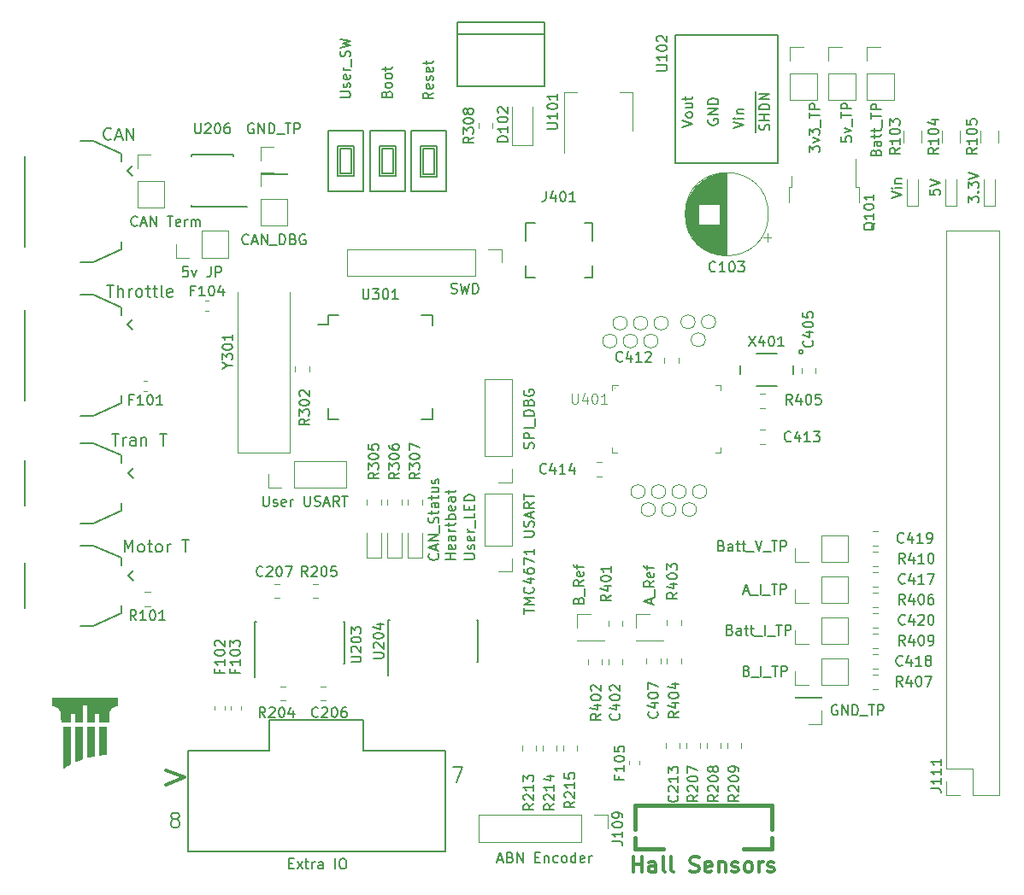
<source format=gto>
G04 #@! TF.GenerationSoftware,KiCad,Pcbnew,(5.0.0)*
G04 #@! TF.CreationDate,2019-04-02T12:05:10-04:00*
G04 #@! TF.ProjectId,motor-controller-hw,6D6F746F722D636F6E74726F6C6C6572,rev?*
G04 #@! TF.SameCoordinates,Original*
G04 #@! TF.FileFunction,Legend,Top*
G04 #@! TF.FilePolarity,Positive*
%FSLAX46Y46*%
G04 Gerber Fmt 4.6, Leading zero omitted, Abs format (unit mm)*
G04 Created by KiCad (PCBNEW (5.0.0)) date 04/02/19 12:05:10*
%MOMM*%
%LPD*%
G01*
G04 APERTURE LIST*
%ADD10C,0.100000*%
%ADD11C,0.010000*%
%ADD12C,0.120000*%
%ADD13C,0.150000*%
%ADD14C,0.381000*%
%ADD15C,0.357000*%
%ADD16C,0.210000*%
%ADD17C,0.304800*%
G04 APERTURE END LIST*
D10*
G04 #@! TO.C,U401*
X101076000Y-85626200D02*
X101626000Y-85626200D01*
X101076000Y-85626200D02*
X101076000Y-86126200D01*
X101376000Y-85876200D02*
G75*
G03X101376000Y-85876200I-50000J0D01*
G01*
X101076000Y-92326200D02*
X101576000Y-92326200D01*
X101076000Y-92326200D02*
X101076000Y-91826200D01*
X111776000Y-92326200D02*
X111276000Y-92326200D01*
X111776000Y-92326200D02*
X111776000Y-91826200D01*
X111776000Y-85626200D02*
X111776000Y-86126200D01*
X111776000Y-85626200D02*
X111276000Y-85626200D01*
D11*
G04 #@! TO.C,G\002A\002A\002A*
G36*
X48814647Y-116554250D02*
X52070000Y-116554250D01*
X52070000Y-117316250D01*
X51982687Y-117316560D01*
X51854500Y-117341364D01*
X51707816Y-117408294D01*
X51560376Y-117507329D01*
X51429919Y-117628451D01*
X51429340Y-117629094D01*
X51340397Y-117736780D01*
X51275056Y-117841615D01*
X51229890Y-117956231D01*
X51201471Y-118093262D01*
X51186370Y-118265341D01*
X51181159Y-118485100D01*
X51181000Y-118544280D01*
X51181000Y-118999000D01*
X50228500Y-118999000D01*
X50228500Y-118141750D01*
X49752250Y-118141750D01*
X49752250Y-118999000D01*
X49085500Y-118999000D01*
X49085500Y-117252750D01*
X48577500Y-117252750D01*
X48577500Y-118999000D01*
X47910750Y-118999000D01*
X47910750Y-118141750D01*
X47402750Y-118141750D01*
X47402750Y-118999000D01*
X46489721Y-118999000D01*
X46475923Y-118514812D01*
X46468859Y-118315202D01*
X46459689Y-118166568D01*
X46446847Y-118056388D01*
X46428765Y-117972140D01*
X46403877Y-117901302D01*
X46397271Y-117886136D01*
X46271438Y-117677223D01*
X46104426Y-117515556D01*
X45900233Y-117404258D01*
X45715817Y-117354092D01*
X45577125Y-117330463D01*
X45559295Y-116554249D01*
X48814647Y-116554250D01*
X48814647Y-116554250D01*
G37*
X48814647Y-116554250D02*
X52070000Y-116554250D01*
X52070000Y-117316250D01*
X51982687Y-117316560D01*
X51854500Y-117341364D01*
X51707816Y-117408294D01*
X51560376Y-117507329D01*
X51429919Y-117628451D01*
X51429340Y-117629094D01*
X51340397Y-117736780D01*
X51275056Y-117841615D01*
X51229890Y-117956231D01*
X51201471Y-118093262D01*
X51186370Y-118265341D01*
X51181159Y-118485100D01*
X51181000Y-118544280D01*
X51181000Y-118999000D01*
X50228500Y-118999000D01*
X50228500Y-118141750D01*
X49752250Y-118141750D01*
X49752250Y-118999000D01*
X49085500Y-118999000D01*
X49085500Y-117252750D01*
X48577500Y-117252750D01*
X48577500Y-118999000D01*
X47910750Y-118999000D01*
X47910750Y-118141750D01*
X47402750Y-118141750D01*
X47402750Y-118999000D01*
X46489721Y-118999000D01*
X46475923Y-118514812D01*
X46468859Y-118315202D01*
X46459689Y-118166568D01*
X46446847Y-118056388D01*
X46428765Y-117972140D01*
X46403877Y-117901302D01*
X46397271Y-117886136D01*
X46271438Y-117677223D01*
X46104426Y-117515556D01*
X45900233Y-117404258D01*
X45715817Y-117354092D01*
X45577125Y-117330463D01*
X45559295Y-116554249D01*
X48814647Y-116554250D01*
G36*
X50927000Y-120806876D02*
X50926463Y-121094828D01*
X50924928Y-121362712D01*
X50922509Y-121603953D01*
X50919319Y-121811975D01*
X50915473Y-121980204D01*
X50911083Y-122102063D01*
X50906264Y-122170977D01*
X50903187Y-122184194D01*
X50863090Y-122192344D01*
X50774621Y-122202919D01*
X50652779Y-122214273D01*
X50569812Y-122220781D01*
X50260250Y-122243426D01*
X50260250Y-119443500D01*
X50927000Y-119443500D01*
X50927000Y-120806876D01*
X50927000Y-120806876D01*
G37*
X50927000Y-120806876D02*
X50926463Y-121094828D01*
X50924928Y-121362712D01*
X50922509Y-121603953D01*
X50919319Y-121811975D01*
X50915473Y-121980204D01*
X50911083Y-122102063D01*
X50906264Y-122170977D01*
X50903187Y-122184194D01*
X50863090Y-122192344D01*
X50774621Y-122202919D01*
X50652779Y-122214273D01*
X50569812Y-122220781D01*
X50260250Y-122243426D01*
X50260250Y-119443500D01*
X50927000Y-119443500D01*
X50927000Y-120806876D01*
G36*
X49752250Y-122324060D02*
X49490312Y-122376497D01*
X49359622Y-122403221D01*
X49245694Y-122427517D01*
X49168637Y-122445069D01*
X49156937Y-122448045D01*
X49085500Y-122467156D01*
X49085500Y-119443500D01*
X49752250Y-119443500D01*
X49752250Y-122324060D01*
X49752250Y-122324060D01*
G37*
X49752250Y-122324060D02*
X49490312Y-122376497D01*
X49359622Y-122403221D01*
X49245694Y-122427517D01*
X49168637Y-122445069D01*
X49156937Y-122448045D01*
X49085500Y-122467156D01*
X49085500Y-119443500D01*
X49752250Y-119443500D01*
X49752250Y-122324060D01*
G36*
X48561625Y-122625624D02*
X48244125Y-122748871D01*
X48114072Y-122799102D01*
X48008243Y-122839500D01*
X47939132Y-122865325D01*
X47918687Y-122872308D01*
X47917190Y-122841559D01*
X47915786Y-122753094D01*
X47914500Y-122612696D01*
X47913360Y-122426148D01*
X47912392Y-122199236D01*
X47911624Y-121937741D01*
X47911081Y-121647449D01*
X47910791Y-121334141D01*
X47910750Y-121158000D01*
X47910750Y-119443500D01*
X48578087Y-119443500D01*
X48561625Y-122625624D01*
X48561625Y-122625624D01*
G37*
X48561625Y-122625624D02*
X48244125Y-122748871D01*
X48114072Y-122799102D01*
X48008243Y-122839500D01*
X47939132Y-122865325D01*
X47918687Y-122872308D01*
X47917190Y-122841559D01*
X47915786Y-122753094D01*
X47914500Y-122612696D01*
X47913360Y-122426148D01*
X47912392Y-122199236D01*
X47911624Y-121937741D01*
X47911081Y-121647449D01*
X47910791Y-121334141D01*
X47910750Y-121158000D01*
X47910750Y-119443500D01*
X48578087Y-119443500D01*
X48561625Y-122625624D01*
G36*
X47386875Y-123134194D02*
X47180500Y-123252496D01*
X47058863Y-123322676D01*
X46940941Y-123391459D01*
X46855062Y-123442285D01*
X46736000Y-123513772D01*
X46736000Y-119443500D01*
X47403261Y-119443500D01*
X47386875Y-123134194D01*
X47386875Y-123134194D01*
G37*
X47386875Y-123134194D02*
X47180500Y-123252496D01*
X47058863Y-123322676D01*
X46940941Y-123391459D01*
X46855062Y-123442285D01*
X46736000Y-123513772D01*
X46736000Y-119443500D01*
X47403261Y-119443500D01*
X47386875Y-123134194D01*
D12*
G04 #@! TO.C,C103*
X116543000Y-68656200D02*
G75*
G03X116543000Y-68656200I-4120000J0D01*
G01*
X112423000Y-72736200D02*
X112423000Y-64576200D01*
X112383000Y-72736200D02*
X112383000Y-64576200D01*
X112343000Y-72736200D02*
X112343000Y-64576200D01*
X112303000Y-72735200D02*
X112303000Y-64577200D01*
X112263000Y-72733200D02*
X112263000Y-64579200D01*
X112223000Y-72732200D02*
X112223000Y-64580200D01*
X112183000Y-72730200D02*
X112183000Y-64582200D01*
X112143000Y-72727200D02*
X112143000Y-64585200D01*
X112103000Y-72724200D02*
X112103000Y-64588200D01*
X112063000Y-72721200D02*
X112063000Y-64591200D01*
X112023000Y-72717200D02*
X112023000Y-64595200D01*
X111983000Y-72713200D02*
X111983000Y-64599200D01*
X111943000Y-72708200D02*
X111943000Y-64604200D01*
X111903000Y-72704200D02*
X111903000Y-64608200D01*
X111863000Y-72698200D02*
X111863000Y-64614200D01*
X111823000Y-72693200D02*
X111823000Y-64619200D01*
X111783000Y-72686200D02*
X111783000Y-64626200D01*
X111743000Y-72680200D02*
X111743000Y-64632200D01*
X111702000Y-72673200D02*
X111702000Y-69696200D01*
X111702000Y-67616200D02*
X111702000Y-64639200D01*
X111662000Y-72666200D02*
X111662000Y-69696200D01*
X111662000Y-67616200D02*
X111662000Y-64646200D01*
X111622000Y-72658200D02*
X111622000Y-69696200D01*
X111622000Y-67616200D02*
X111622000Y-64654200D01*
X111582000Y-72650200D02*
X111582000Y-69696200D01*
X111582000Y-67616200D02*
X111582000Y-64662200D01*
X111542000Y-72641200D02*
X111542000Y-69696200D01*
X111542000Y-67616200D02*
X111542000Y-64671200D01*
X111502000Y-72632200D02*
X111502000Y-69696200D01*
X111502000Y-67616200D02*
X111502000Y-64680200D01*
X111462000Y-72623200D02*
X111462000Y-69696200D01*
X111462000Y-67616200D02*
X111462000Y-64689200D01*
X111422000Y-72613200D02*
X111422000Y-69696200D01*
X111422000Y-67616200D02*
X111422000Y-64699200D01*
X111382000Y-72603200D02*
X111382000Y-69696200D01*
X111382000Y-67616200D02*
X111382000Y-64709200D01*
X111342000Y-72592200D02*
X111342000Y-69696200D01*
X111342000Y-67616200D02*
X111342000Y-64720200D01*
X111302000Y-72581200D02*
X111302000Y-69696200D01*
X111302000Y-67616200D02*
X111302000Y-64731200D01*
X111262000Y-72570200D02*
X111262000Y-69696200D01*
X111262000Y-67616200D02*
X111262000Y-64742200D01*
X111222000Y-72558200D02*
X111222000Y-69696200D01*
X111222000Y-67616200D02*
X111222000Y-64754200D01*
X111182000Y-72545200D02*
X111182000Y-69696200D01*
X111182000Y-67616200D02*
X111182000Y-64767200D01*
X111142000Y-72533200D02*
X111142000Y-69696200D01*
X111142000Y-67616200D02*
X111142000Y-64779200D01*
X111102000Y-72519200D02*
X111102000Y-69696200D01*
X111102000Y-67616200D02*
X111102000Y-64793200D01*
X111062000Y-72506200D02*
X111062000Y-69696200D01*
X111062000Y-67616200D02*
X111062000Y-64806200D01*
X111022000Y-72491200D02*
X111022000Y-69696200D01*
X111022000Y-67616200D02*
X111022000Y-64821200D01*
X110982000Y-72477200D02*
X110982000Y-69696200D01*
X110982000Y-67616200D02*
X110982000Y-64835200D01*
X110942000Y-72461200D02*
X110942000Y-69696200D01*
X110942000Y-67616200D02*
X110942000Y-64851200D01*
X110902000Y-72446200D02*
X110902000Y-69696200D01*
X110902000Y-67616200D02*
X110902000Y-64866200D01*
X110862000Y-72430200D02*
X110862000Y-69696200D01*
X110862000Y-67616200D02*
X110862000Y-64882200D01*
X110822000Y-72413200D02*
X110822000Y-69696200D01*
X110822000Y-67616200D02*
X110822000Y-64899200D01*
X110782000Y-72396200D02*
X110782000Y-69696200D01*
X110782000Y-67616200D02*
X110782000Y-64916200D01*
X110742000Y-72378200D02*
X110742000Y-69696200D01*
X110742000Y-67616200D02*
X110742000Y-64934200D01*
X110702000Y-72360200D02*
X110702000Y-69696200D01*
X110702000Y-67616200D02*
X110702000Y-64952200D01*
X110662000Y-72342200D02*
X110662000Y-69696200D01*
X110662000Y-67616200D02*
X110662000Y-64970200D01*
X110622000Y-72322200D02*
X110622000Y-69696200D01*
X110622000Y-67616200D02*
X110622000Y-64990200D01*
X110582000Y-72303200D02*
X110582000Y-69696200D01*
X110582000Y-67616200D02*
X110582000Y-65009200D01*
X110542000Y-72283200D02*
X110542000Y-69696200D01*
X110542000Y-67616200D02*
X110542000Y-65029200D01*
X110502000Y-72262200D02*
X110502000Y-69696200D01*
X110502000Y-67616200D02*
X110502000Y-65050200D01*
X110462000Y-72240200D02*
X110462000Y-69696200D01*
X110462000Y-67616200D02*
X110462000Y-65072200D01*
X110422000Y-72218200D02*
X110422000Y-69696200D01*
X110422000Y-67616200D02*
X110422000Y-65094200D01*
X110382000Y-72196200D02*
X110382000Y-69696200D01*
X110382000Y-67616200D02*
X110382000Y-65116200D01*
X110342000Y-72173200D02*
X110342000Y-69696200D01*
X110342000Y-67616200D02*
X110342000Y-65139200D01*
X110302000Y-72149200D02*
X110302000Y-69696200D01*
X110302000Y-67616200D02*
X110302000Y-65163200D01*
X110262000Y-72125200D02*
X110262000Y-69696200D01*
X110262000Y-67616200D02*
X110262000Y-65187200D01*
X110222000Y-72100200D02*
X110222000Y-69696200D01*
X110222000Y-67616200D02*
X110222000Y-65212200D01*
X110182000Y-72074200D02*
X110182000Y-69696200D01*
X110182000Y-67616200D02*
X110182000Y-65238200D01*
X110142000Y-72048200D02*
X110142000Y-69696200D01*
X110142000Y-67616200D02*
X110142000Y-65264200D01*
X110102000Y-72021200D02*
X110102000Y-69696200D01*
X110102000Y-67616200D02*
X110102000Y-65291200D01*
X110062000Y-71994200D02*
X110062000Y-69696200D01*
X110062000Y-67616200D02*
X110062000Y-65318200D01*
X110022000Y-71965200D02*
X110022000Y-69696200D01*
X110022000Y-67616200D02*
X110022000Y-65347200D01*
X109982000Y-71936200D02*
X109982000Y-69696200D01*
X109982000Y-67616200D02*
X109982000Y-65376200D01*
X109942000Y-71906200D02*
X109942000Y-69696200D01*
X109942000Y-67616200D02*
X109942000Y-65406200D01*
X109902000Y-71876200D02*
X109902000Y-69696200D01*
X109902000Y-67616200D02*
X109902000Y-65436200D01*
X109862000Y-71845200D02*
X109862000Y-69696200D01*
X109862000Y-67616200D02*
X109862000Y-65467200D01*
X109822000Y-71812200D02*
X109822000Y-69696200D01*
X109822000Y-67616200D02*
X109822000Y-65500200D01*
X109782000Y-71780200D02*
X109782000Y-69696200D01*
X109782000Y-67616200D02*
X109782000Y-65532200D01*
X109742000Y-71746200D02*
X109742000Y-69696200D01*
X109742000Y-67616200D02*
X109742000Y-65566200D01*
X109702000Y-71711200D02*
X109702000Y-69696200D01*
X109702000Y-67616200D02*
X109702000Y-65601200D01*
X109662000Y-71675200D02*
X109662000Y-69696200D01*
X109662000Y-67616200D02*
X109662000Y-65637200D01*
X109622000Y-71639200D02*
X109622000Y-65673200D01*
X109582000Y-71601200D02*
X109582000Y-65711200D01*
X109542000Y-71563200D02*
X109542000Y-65749200D01*
X109502000Y-71523200D02*
X109502000Y-65789200D01*
X109462000Y-71482200D02*
X109462000Y-65830200D01*
X109422000Y-71440200D02*
X109422000Y-65872200D01*
X109382000Y-71397200D02*
X109382000Y-65915200D01*
X109342000Y-71353200D02*
X109342000Y-65959200D01*
X109302000Y-71307200D02*
X109302000Y-66005200D01*
X109262000Y-71260200D02*
X109262000Y-66052200D01*
X109222000Y-71212200D02*
X109222000Y-66100200D01*
X109182000Y-71161200D02*
X109182000Y-66151200D01*
X109142000Y-71110200D02*
X109142000Y-66202200D01*
X109102000Y-71056200D02*
X109102000Y-66256200D01*
X109062000Y-71001200D02*
X109062000Y-66311200D01*
X109022000Y-70943200D02*
X109022000Y-66369200D01*
X108982000Y-70884200D02*
X108982000Y-66428200D01*
X108942000Y-70822200D02*
X108942000Y-66490200D01*
X108902000Y-70758200D02*
X108902000Y-66554200D01*
X108862000Y-70690200D02*
X108862000Y-66622200D01*
X108822000Y-70620200D02*
X108822000Y-66692200D01*
X108782000Y-70546200D02*
X108782000Y-66766200D01*
X108742000Y-70469200D02*
X108742000Y-66843200D01*
X108702000Y-70387200D02*
X108702000Y-66925200D01*
X108662000Y-70301200D02*
X108662000Y-67011200D01*
X108622000Y-70208200D02*
X108622000Y-67104200D01*
X108582000Y-70109200D02*
X108582000Y-67203200D01*
X108542000Y-70002200D02*
X108542000Y-67310200D01*
X108502000Y-69885200D02*
X108502000Y-67427200D01*
X108462000Y-69754200D02*
X108462000Y-67558200D01*
X108422000Y-69604200D02*
X108422000Y-67708200D01*
X108382000Y-69424200D02*
X108382000Y-67888200D01*
X108342000Y-69189200D02*
X108342000Y-68123200D01*
X116832698Y-70971200D02*
X116032698Y-70971200D01*
X116432698Y-71371200D02*
X116432698Y-70571200D01*
G04 #@! TO.C,C206*
X72163148Y-115469600D02*
X72685652Y-115469600D01*
X72163148Y-116889600D02*
X72685652Y-116889600D01*
G04 #@! TO.C,C207*
X68095652Y-106729600D02*
X67573148Y-106729600D01*
X68095652Y-105309600D02*
X67573148Y-105309600D01*
G04 #@! TO.C,C213*
X106351000Y-121049148D02*
X106351000Y-121571652D01*
X107771000Y-121049148D02*
X107771000Y-121571652D01*
G04 #@! TO.C,C402*
X102101472Y-112745163D02*
X102101472Y-113267667D01*
X100681472Y-112745163D02*
X100681472Y-113267667D01*
G04 #@! TO.C,C405*
X121233000Y-84411452D02*
X121233000Y-83888948D01*
X119813000Y-84411452D02*
X119813000Y-83888948D01*
G04 #@! TO.C,C407*
X104446000Y-112667148D02*
X104446000Y-113189652D01*
X105866000Y-112667148D02*
X105866000Y-113189652D01*
G04 #@! TO.C,C412*
X107644000Y-83395452D02*
X107644000Y-82872948D01*
X106224000Y-83395452D02*
X106224000Y-82872948D01*
G04 #@! TO.C,C413*
X115689748Y-90044200D02*
X116212252Y-90044200D01*
X115689748Y-91464200D02*
X116212252Y-91464200D01*
G04 #@! TO.C,C414*
X100083252Y-93219200D02*
X99560748Y-93219200D01*
X100083252Y-94639200D02*
X99560748Y-94639200D01*
G04 #@! TO.C,C417*
X126865748Y-104141200D02*
X127388252Y-104141200D01*
X126865748Y-105561200D02*
X127388252Y-105561200D01*
G04 #@! TO.C,C418*
X126865748Y-112269200D02*
X127388252Y-112269200D01*
X126865748Y-113689200D02*
X127388252Y-113689200D01*
G04 #@! TO.C,C419*
X126865748Y-101497200D02*
X127388252Y-101497200D01*
X126865748Y-100077200D02*
X127388252Y-100077200D01*
G04 #@! TO.C,C420*
X126865748Y-109625200D02*
X127388252Y-109625200D01*
X126865748Y-108205200D02*
X127388252Y-108205200D01*
G04 #@! TO.C,D102*
X91176600Y-61839200D02*
X93176600Y-61839200D01*
X93176600Y-61839200D02*
X93176600Y-57989200D01*
X91176600Y-61839200D02*
X91176600Y-57989200D01*
G04 #@! TO.C,D301*
X76735000Y-100241200D02*
X76735000Y-102701200D01*
X76735000Y-102701200D02*
X78205000Y-102701200D01*
X78205000Y-102701200D02*
X78205000Y-100241200D01*
G04 #@! TO.C,D302*
X78767000Y-100241200D02*
X78767000Y-102701200D01*
X78767000Y-102701200D02*
X80237000Y-102701200D01*
X80237000Y-102701200D02*
X80237000Y-100241200D01*
G04 #@! TO.C,D303*
X82269000Y-102701200D02*
X82269000Y-100241200D01*
X80799000Y-102701200D02*
X82269000Y-102701200D01*
X80799000Y-100241200D02*
X80799000Y-102701200D01*
G04 #@! TO.C,F101*
X55035267Y-85164200D02*
X54692733Y-85164200D01*
X55035267Y-86184200D02*
X54692733Y-86184200D01*
G04 #@! TO.C,F102*
X61707300Y-117797367D02*
X61707300Y-117454833D01*
X62727300Y-117797367D02*
X62727300Y-117454833D01*
G04 #@! TO.C,F103*
X63269400Y-117798667D02*
X63269400Y-117456133D01*
X64289400Y-117798667D02*
X64289400Y-117456133D01*
D13*
G04 #@! TO.C,J101*
X53026000Y-64386200D02*
X53526000Y-64886200D01*
X53526000Y-63886200D02*
X53026000Y-64386200D01*
X49676000Y-61386200D02*
X48426000Y-61386200D01*
X52426000Y-62636200D02*
X49676000Y-61386200D01*
X52426000Y-71386200D02*
X52426000Y-72136200D01*
X52426000Y-63386200D02*
X52426000Y-62636200D01*
X49676000Y-73386200D02*
X52426000Y-72136200D01*
X48426000Y-73386200D02*
X49676000Y-73386200D01*
X42926000Y-62886200D02*
X42926000Y-71886200D01*
G04 #@! TO.C,J102*
X42926000Y-78126200D02*
X42926000Y-87126200D01*
X48426000Y-88626200D02*
X49676000Y-88626200D01*
X49676000Y-88626200D02*
X52426000Y-87376200D01*
X52426000Y-78626200D02*
X52426000Y-77876200D01*
X52426000Y-86626200D02*
X52426000Y-87376200D01*
X52426000Y-77876200D02*
X49676000Y-76626200D01*
X49676000Y-76626200D02*
X48426000Y-76626200D01*
X53526000Y-79126200D02*
X53026000Y-79626200D01*
X53026000Y-79626200D02*
X53526000Y-80126200D01*
G04 #@! TO.C,J103*
X42926000Y-103236200D02*
X42926000Y-107736200D01*
X48426000Y-109486200D02*
X49676000Y-109486200D01*
X49676000Y-109486200D02*
X52426000Y-108236200D01*
X52426000Y-103486200D02*
X52426000Y-102736200D01*
X52426000Y-108236200D02*
X52426000Y-107486200D01*
X52426000Y-102736200D02*
X49676000Y-101486200D01*
X49676000Y-101486200D02*
X48426000Y-101486200D01*
X53676000Y-103986200D02*
X53176000Y-104486200D01*
X53176000Y-104486200D02*
X53676000Y-104986200D01*
G04 #@! TO.C,J104*
X53176000Y-94326200D02*
X53676000Y-94826200D01*
X53676000Y-93826200D02*
X53176000Y-94326200D01*
X49676000Y-91326200D02*
X48426000Y-91326200D01*
X52426000Y-92576200D02*
X49676000Y-91326200D01*
X52426000Y-98076200D02*
X52426000Y-97326200D01*
X52426000Y-93326200D02*
X52426000Y-92576200D01*
X49676000Y-99326200D02*
X52426000Y-98076200D01*
X48426000Y-99326200D02*
X49676000Y-99326200D01*
X42926000Y-93076200D02*
X42926000Y-97576200D01*
G04 #@! TO.C,J105*
X94393900Y-49598740D02*
X94393900Y-56003740D01*
X85693900Y-50828740D02*
X94393900Y-50828740D01*
X85693900Y-56003740D02*
X85693900Y-49598740D01*
X94393900Y-56003740D02*
X85693900Y-56003740D01*
X94393900Y-49598740D02*
X85693900Y-49598740D01*
G04 #@! TO.C,J106*
X59030400Y-131807600D02*
X84530400Y-131807600D01*
X84530400Y-131807600D02*
X84530400Y-121807600D01*
X67130400Y-121807600D02*
X59030400Y-121807600D01*
X59030400Y-121807600D02*
X59030400Y-131807600D01*
X67130400Y-118807600D02*
X76430400Y-118807600D01*
X76430400Y-121807600D02*
X76430400Y-118807600D01*
X67130400Y-121807600D02*
X67130400Y-118807600D01*
X84530400Y-121807600D02*
X76430400Y-121807600D01*
D14*
G04 #@! TO.C,J107*
X116908580Y-131549140D02*
X114109500Y-131549140D01*
X103309420Y-127248920D02*
X116908580Y-127248920D01*
X106108500Y-131549140D02*
X103309420Y-131549140D01*
X103309420Y-127248920D02*
X103309420Y-129649220D01*
X103309420Y-131549140D02*
X103309420Y-130446780D01*
X116908580Y-127248920D02*
X116908580Y-129649220D01*
X116908580Y-131549140D02*
X116908580Y-130446780D01*
D12*
G04 #@! TO.C,J108*
X66234000Y-64532200D02*
X67564000Y-64532200D01*
X66234000Y-65862200D02*
X66234000Y-64532200D01*
X66234000Y-67132200D02*
X68894000Y-67132200D01*
X68894000Y-67132200D02*
X68894000Y-69732200D01*
X66234000Y-67132200D02*
X66234000Y-69732200D01*
X66234000Y-69732200D02*
X68894000Y-69732200D01*
G04 #@! TO.C,J109*
X87824000Y-128235400D02*
X87824000Y-130895400D01*
X98044000Y-128235400D02*
X87824000Y-128235400D01*
X98044000Y-130895400D02*
X87824000Y-130895400D01*
X98044000Y-128235400D02*
X98044000Y-130895400D01*
X99314000Y-128235400D02*
X100644000Y-128235400D01*
X100644000Y-128235400D02*
X100644000Y-129565400D01*
G04 #@! TO.C,J110*
X91119000Y-84979200D02*
X88459000Y-84979200D01*
X91119000Y-92659200D02*
X91119000Y-84979200D01*
X88459000Y-92659200D02*
X88459000Y-84979200D01*
X91119000Y-92659200D02*
X88459000Y-92659200D01*
X91119000Y-93929200D02*
X91119000Y-95259200D01*
X91119000Y-95259200D02*
X89789000Y-95259200D01*
G04 #@! TO.C,J111*
X139379000Y-126247200D02*
X136779000Y-126247200D01*
X139379000Y-126247200D02*
X139379000Y-70247200D01*
X139379000Y-70247200D02*
X134179000Y-70247200D01*
X134179000Y-123647200D02*
X134179000Y-70247200D01*
X136779000Y-123647200D02*
X134179000Y-123647200D01*
X136779000Y-126247200D02*
X136779000Y-123647200D01*
X134179000Y-126247200D02*
X134179000Y-124917200D01*
X135509000Y-126247200D02*
X134179000Y-126247200D01*
G04 #@! TO.C,J301*
X74768400Y-72126800D02*
X74768400Y-74786800D01*
X87528400Y-72126800D02*
X74768400Y-72126800D01*
X87528400Y-74786800D02*
X74768400Y-74786800D01*
X87528400Y-72126800D02*
X87528400Y-74786800D01*
X88798400Y-72126800D02*
X90128400Y-72126800D01*
X90128400Y-72126800D02*
X90128400Y-73456800D01*
G04 #@! TO.C,J302*
X66996000Y-95767200D02*
X66996000Y-94437200D01*
X68326000Y-95767200D02*
X66996000Y-95767200D01*
X69596000Y-95767200D02*
X69596000Y-93107200D01*
X69596000Y-93107200D02*
X74736000Y-93107200D01*
X69596000Y-95767200D02*
X74736000Y-95767200D01*
X74736000Y-95767200D02*
X74736000Y-93107200D01*
G04 #@! TO.C,J402*
X91119000Y-104085700D02*
X89789000Y-104085700D01*
X91119000Y-102755700D02*
X91119000Y-104085700D01*
X91119000Y-101485700D02*
X88459000Y-101485700D01*
X88459000Y-101485700D02*
X88459000Y-96345700D01*
X91119000Y-101485700D02*
X91119000Y-96345700D01*
X91119000Y-96345700D02*
X88459000Y-96345700D01*
G04 #@! TO.C,JP201*
X54042000Y-67954200D02*
X56702000Y-67954200D01*
X54042000Y-65354200D02*
X54042000Y-67954200D01*
X56702000Y-65354200D02*
X56702000Y-67954200D01*
X54042000Y-65354200D02*
X56702000Y-65354200D01*
X54042000Y-64084200D02*
X54042000Y-62754200D01*
X54042000Y-62754200D02*
X55372000Y-62754200D01*
G04 #@! TO.C,Q101*
X125497000Y-67483000D02*
X125497000Y-65983000D01*
X125497000Y-65983000D02*
X125227000Y-65983000D01*
X125227000Y-65983000D02*
X125227000Y-63153000D01*
X118597000Y-67483000D02*
X118597000Y-65983000D01*
X118597000Y-65983000D02*
X118867000Y-65983000D01*
X118867000Y-65983000D02*
X118867000Y-64883000D01*
G04 #@! TO.C,R101*
X55303052Y-107517000D02*
X54780548Y-107517000D01*
X55303052Y-106097000D02*
X54780548Y-106097000D01*
G04 #@! TO.C,R204*
X68730652Y-115469600D02*
X68208148Y-115469600D01*
X68730652Y-116889600D02*
X68208148Y-116889600D01*
G04 #@! TO.C,R205*
X71383148Y-105309600D02*
X71905652Y-105309600D01*
X71383148Y-106729600D02*
X71905652Y-106729600D01*
G04 #@! TO.C,R207*
X109803000Y-121049148D02*
X109803000Y-121571652D01*
X108383000Y-121049148D02*
X108383000Y-121571652D01*
G04 #@! TO.C,R208*
X110415000Y-121049148D02*
X110415000Y-121571652D01*
X111835000Y-121049148D02*
X111835000Y-121571652D01*
G04 #@! TO.C,R209*
X112447000Y-121049148D02*
X112447000Y-121571652D01*
X113867000Y-121049148D02*
X113867000Y-121571652D01*
G04 #@! TO.C,R213*
X92127000Y-121303148D02*
X92127000Y-121825652D01*
X93547000Y-121303148D02*
X93547000Y-121825652D01*
G04 #@! TO.C,R214*
X95579000Y-121303148D02*
X95579000Y-121825652D01*
X94159000Y-121303148D02*
X94159000Y-121825652D01*
G04 #@! TO.C,R215*
X96191000Y-121303148D02*
X96191000Y-121825652D01*
X97611000Y-121303148D02*
X97611000Y-121825652D01*
G04 #@! TO.C,R302*
X71068000Y-83761948D02*
X71068000Y-84284452D01*
X69648000Y-83761948D02*
X69648000Y-84284452D01*
G04 #@! TO.C,R305*
X78180000Y-97492452D02*
X78180000Y-96969948D01*
X76760000Y-97492452D02*
X76760000Y-96969948D01*
G04 #@! TO.C,R306*
X78792000Y-97492452D02*
X78792000Y-96969948D01*
X80212000Y-97492452D02*
X80212000Y-96969948D01*
G04 #@! TO.C,R307*
X82244000Y-97492452D02*
X82244000Y-96969948D01*
X80824000Y-97492452D02*
X80824000Y-96969948D01*
G04 #@! TO.C,R401*
X100681472Y-108935163D02*
X100681472Y-109457667D01*
X102101472Y-108935163D02*
X102101472Y-109457667D01*
G04 #@! TO.C,R402*
X100069472Y-112745163D02*
X100069472Y-113267667D01*
X98649472Y-112745163D02*
X98649472Y-113267667D01*
G04 #@! TO.C,R403*
X106478000Y-108857148D02*
X106478000Y-109379652D01*
X107898000Y-108857148D02*
X107898000Y-109379652D01*
G04 #@! TO.C,R404*
X107898000Y-112667148D02*
X107898000Y-113189652D01*
X106478000Y-112667148D02*
X106478000Y-113189652D01*
G04 #@! TO.C,R405*
X116212252Y-86488200D02*
X115689748Y-86488200D01*
X116212252Y-87908200D02*
X115689748Y-87908200D01*
G04 #@! TO.C,R406*
X127388252Y-107593200D02*
X126865748Y-107593200D01*
X127388252Y-106173200D02*
X126865748Y-106173200D01*
G04 #@! TO.C,R407*
X127388252Y-115721200D02*
X126865748Y-115721200D01*
X127388252Y-114301200D02*
X126865748Y-114301200D01*
G04 #@! TO.C,R409*
X127388252Y-110237200D02*
X126865748Y-110237200D01*
X127388252Y-111657200D02*
X126865748Y-111657200D01*
G04 #@! TO.C,R410*
X127388252Y-103529200D02*
X126865748Y-103529200D01*
X127388252Y-102109200D02*
X126865748Y-102109200D01*
D13*
G04 #@! TO.C,SW301*
X84630420Y-66411109D02*
X81130420Y-66411109D01*
X84630420Y-60411109D02*
X81130420Y-60411109D01*
X84630420Y-60411109D02*
X84630420Y-66411109D01*
X81130420Y-60411109D02*
X81130420Y-66411109D01*
X83680420Y-61911109D02*
X82080420Y-61911109D01*
X83680420Y-64911109D02*
X82080420Y-64911109D01*
X83680420Y-61911109D02*
X83680420Y-64911109D01*
X82080420Y-61911109D02*
X82080420Y-64911109D01*
X82330420Y-62161109D02*
X83430420Y-62161109D01*
X82330420Y-64661109D02*
X82330420Y-62161109D01*
X83430420Y-64661109D02*
X82330420Y-64661109D01*
X83430420Y-62161109D02*
X83430420Y-64661109D01*
G04 #@! TO.C,SW302*
X77058981Y-60390889D02*
X80558981Y-60390889D01*
X77058981Y-66390889D02*
X80558981Y-66390889D01*
X77058981Y-66390889D02*
X77058981Y-60390889D01*
X80558981Y-66390889D02*
X80558981Y-60390889D01*
X78008981Y-64890889D02*
X79608981Y-64890889D01*
X78008981Y-61890889D02*
X79608981Y-61890889D01*
X78008981Y-64890889D02*
X78008981Y-61890889D01*
X79608981Y-64890889D02*
X79608981Y-61890889D01*
X79358981Y-64640889D02*
X78258981Y-64640889D01*
X79358981Y-62140889D02*
X79358981Y-64640889D01*
X78258981Y-62140889D02*
X79358981Y-62140889D01*
X78258981Y-64640889D02*
X78258981Y-62140889D01*
G04 #@! TO.C,SW303*
X75226220Y-62133110D02*
X75226220Y-64633110D01*
X75226220Y-64633110D02*
X74126220Y-64633110D01*
X74126220Y-64633110D02*
X74126220Y-62133110D01*
X74126220Y-62133110D02*
X75226220Y-62133110D01*
X73876220Y-61883110D02*
X73876220Y-64883110D01*
X75476220Y-61883110D02*
X75476220Y-64883110D01*
X75476220Y-64883110D02*
X73876220Y-64883110D01*
X75476220Y-61883110D02*
X73876220Y-61883110D01*
X72926220Y-60383110D02*
X72926220Y-66383110D01*
X76426220Y-60383110D02*
X76426220Y-66383110D01*
X76426220Y-60383110D02*
X72926220Y-60383110D01*
X76426220Y-66383110D02*
X72926220Y-66383110D01*
D12*
G04 #@! TO.C,TP101*
X126305000Y-52086200D02*
X127635000Y-52086200D01*
X126305000Y-53416200D02*
X126305000Y-52086200D01*
X126305000Y-54686200D02*
X128965000Y-54686200D01*
X128965000Y-54686200D02*
X128965000Y-57286200D01*
X126305000Y-54686200D02*
X126305000Y-57286200D01*
X126305000Y-57286200D02*
X128965000Y-57286200D01*
G04 #@! TO.C,TP102*
X122495000Y-57286200D02*
X125155000Y-57286200D01*
X122495000Y-54686200D02*
X122495000Y-57286200D01*
X125155000Y-54686200D02*
X125155000Y-57286200D01*
X122495000Y-54686200D02*
X125155000Y-54686200D01*
X122495000Y-53416200D02*
X122495000Y-52086200D01*
X122495000Y-52086200D02*
X123825000Y-52086200D01*
G04 #@! TO.C,TP103*
X118685000Y-52086200D02*
X120015000Y-52086200D01*
X118685000Y-53416200D02*
X118685000Y-52086200D01*
X118685000Y-54686200D02*
X121345000Y-54686200D01*
X121345000Y-54686200D02*
X121345000Y-57286200D01*
X118685000Y-54686200D02*
X118685000Y-57286200D01*
X118685000Y-57286200D02*
X121345000Y-57286200D01*
G04 #@! TO.C,TP104*
X66234000Y-61992200D02*
X67564000Y-61992200D01*
X66234000Y-63322200D02*
X66234000Y-61992200D01*
X66234000Y-64592200D02*
X68894000Y-64592200D01*
X68894000Y-64592200D02*
X68894000Y-64652200D01*
X66234000Y-64592200D02*
X66234000Y-64652200D01*
X66234000Y-64652200D02*
X68894000Y-64652200D01*
G04 #@! TO.C,TP105*
X121827600Y-116526000D02*
X119167600Y-116526000D01*
X121827600Y-116586000D02*
X121827600Y-116526000D01*
X119167600Y-116586000D02*
X119167600Y-116526000D01*
X121827600Y-116586000D02*
X119167600Y-116586000D01*
X121827600Y-117856000D02*
X121827600Y-119186000D01*
X121827600Y-119186000D02*
X120497600Y-119186000D01*
G04 #@! TO.C,TP403*
X111317000Y-79324200D02*
G75*
G03X111317000Y-79324200I-700000J0D01*
G01*
G04 #@! TO.C,TP404*
X110301000Y-81102200D02*
G75*
G03X110301000Y-81102200I-700000J0D01*
G01*
G04 #@! TO.C,TP405*
X109285000Y-79324200D02*
G75*
G03X109285000Y-79324200I-700000J0D01*
G01*
G04 #@! TO.C,TP406*
X106618000Y-79451200D02*
G75*
G03X106618000Y-79451200I-700000J0D01*
G01*
G04 #@! TO.C,TP407*
X105602000Y-81229200D02*
G75*
G03X105602000Y-81229200I-700000J0D01*
G01*
G04 #@! TO.C,TP408*
X104586000Y-79451200D02*
G75*
G03X104586000Y-79451200I-700000J0D01*
G01*
G04 #@! TO.C,TP409*
X105348000Y-97942400D02*
G75*
G03X105348000Y-97942400I-700000J0D01*
G01*
G04 #@! TO.C,TP410*
X106364000Y-96164400D02*
G75*
G03X106364000Y-96164400I-700000J0D01*
G01*
G04 #@! TO.C,TP411*
X107380000Y-97942400D02*
G75*
G03X107380000Y-97942400I-700000J0D01*
G01*
G04 #@! TO.C,TP412*
X108396000Y-96164400D02*
G75*
G03X108396000Y-96164400I-700000J0D01*
G01*
G04 #@! TO.C,TP413*
X109412000Y-97942400D02*
G75*
G03X109412000Y-97942400I-700000J0D01*
G01*
G04 #@! TO.C,TP414*
X110428000Y-96164400D02*
G75*
G03X110428000Y-96164400I-700000J0D01*
G01*
G04 #@! TO.C,TP415*
X104332000Y-96164400D02*
G75*
G03X104332000Y-96164400I-700000J0D01*
G01*
G04 #@! TO.C,TP416*
X103570000Y-81229200D02*
G75*
G03X103570000Y-81229200I-700000J0D01*
G01*
G04 #@! TO.C,TP417*
X102554000Y-79451200D02*
G75*
G03X102554000Y-79451200I-700000J0D01*
G01*
G04 #@! TO.C,TP418*
X101538000Y-81229200D02*
G75*
G03X101538000Y-81229200I-700000J0D01*
G01*
G04 #@! TO.C,TP419*
X119193000Y-107197200D02*
X119193000Y-105867200D01*
X120523000Y-107197200D02*
X119193000Y-107197200D01*
X121793000Y-107197200D02*
X121793000Y-104537200D01*
X121793000Y-104537200D02*
X124393000Y-104537200D01*
X121793000Y-107197200D02*
X124393000Y-107197200D01*
X124393000Y-107197200D02*
X124393000Y-104537200D01*
G04 #@! TO.C,TP420*
X124393000Y-115325200D02*
X124393000Y-112665200D01*
X121793000Y-115325200D02*
X124393000Y-115325200D01*
X121793000Y-112665200D02*
X124393000Y-112665200D01*
X121793000Y-115325200D02*
X121793000Y-112665200D01*
X120523000Y-115325200D02*
X119193000Y-115325200D01*
X119193000Y-115325200D02*
X119193000Y-113995200D01*
G04 #@! TO.C,TP421*
X124393000Y-103133200D02*
X124393000Y-100473200D01*
X121793000Y-103133200D02*
X124393000Y-103133200D01*
X121793000Y-100473200D02*
X124393000Y-100473200D01*
X121793000Y-103133200D02*
X121793000Y-100473200D01*
X120523000Y-103133200D02*
X119193000Y-103133200D01*
X119193000Y-103133200D02*
X119193000Y-101803200D01*
G04 #@! TO.C,TP422*
X124393000Y-111261200D02*
X124393000Y-108601200D01*
X121793000Y-111261200D02*
X124393000Y-111261200D01*
X121793000Y-108601200D02*
X124393000Y-108601200D01*
X121793000Y-111261200D02*
X121793000Y-108601200D01*
X120523000Y-111261200D02*
X119193000Y-111261200D01*
X119193000Y-111261200D02*
X119193000Y-109931200D01*
G04 #@! TO.C,U101*
X103105000Y-56586200D02*
X101845000Y-56586200D01*
X96285000Y-56586200D02*
X97545000Y-56586200D01*
X103105000Y-60346200D02*
X103105000Y-56586200D01*
X96285000Y-62596200D02*
X96285000Y-56586200D01*
D13*
G04 #@! TO.C,U102*
X107315000Y-63576200D02*
X107315000Y-50876200D01*
X107315000Y-50876200D02*
X117475000Y-50876200D01*
X117475000Y-50876200D02*
X117475000Y-63576200D01*
X117475000Y-63576200D02*
X107315000Y-63576200D01*
G04 #@! TO.C,U203*
X65704400Y-113174600D02*
X65704400Y-114549600D01*
X74579400Y-113174600D02*
X74579400Y-109024600D01*
X65679400Y-113174600D02*
X65679400Y-109024600D01*
X74579400Y-113174600D02*
X74464400Y-113174600D01*
X74579400Y-109024600D02*
X74464400Y-109024600D01*
X65679400Y-109024600D02*
X65794400Y-109024600D01*
X65679400Y-113174600D02*
X65704400Y-113174600D01*
G04 #@! TO.C,U204*
X78887400Y-113047600D02*
X78912400Y-113047600D01*
X78887400Y-108897600D02*
X79002400Y-108897600D01*
X87787400Y-108897600D02*
X87672400Y-108897600D01*
X87787400Y-113047600D02*
X87672400Y-113047600D01*
X78887400Y-113047600D02*
X78887400Y-108897600D01*
X87787400Y-113047600D02*
X87787400Y-108897600D01*
X78912400Y-113047600D02*
X78912400Y-114422600D01*
G04 #@! TO.C,U206*
X63543000Y-67929200D02*
X63543000Y-67879200D01*
X59393000Y-67929200D02*
X59393000Y-67784200D01*
X59393000Y-62779200D02*
X59393000Y-62924200D01*
X63543000Y-62779200D02*
X63543000Y-62924200D01*
X63543000Y-67929200D02*
X59393000Y-67929200D01*
X63543000Y-62779200D02*
X59393000Y-62779200D01*
X63543000Y-67879200D02*
X64943000Y-67879200D01*
G04 #@! TO.C,U301*
X72924001Y-78635201D02*
X72924001Y-79635201D01*
X83274001Y-78635201D02*
X83274001Y-79710201D01*
X83274001Y-88985201D02*
X83274001Y-87910201D01*
X72924001Y-88985201D02*
X72924001Y-87910201D01*
X72924001Y-78635201D02*
X73999001Y-78635201D01*
X72924001Y-88985201D02*
X73999001Y-88985201D01*
X83274001Y-88985201D02*
X82199001Y-88985201D01*
X83274001Y-78635201D02*
X82199001Y-78635201D01*
X72924001Y-79635201D02*
X71899001Y-79635201D01*
D12*
G04 #@! TO.C,Y301*
X63998000Y-76345200D02*
X63998000Y-92320200D01*
X63998000Y-92320200D02*
X69098000Y-92320200D01*
X69098000Y-92320200D02*
X69098000Y-76345200D01*
D13*
G04 #@! TO.C,J401*
X99108800Y-74930000D02*
X98308800Y-74930000D01*
X93408800Y-74930000D02*
X92508800Y-74930000D01*
X99108800Y-69530000D02*
X98308800Y-69530000D01*
X93408800Y-69530000D02*
X92508800Y-69530000D01*
X99108800Y-69530000D02*
X99108800Y-71330000D01*
X99108800Y-74930000D02*
X99108800Y-73730000D01*
X92508800Y-74930000D02*
X92508800Y-73730000D01*
X92508800Y-71330000D02*
X92508800Y-69530000D01*
G04 #@! TO.C,X401*
X117364000Y-85693200D02*
X115364000Y-85693200D01*
X113764000Y-84493200D02*
X113764000Y-83693200D01*
X115364000Y-82493200D02*
X117364000Y-82493200D01*
X118964000Y-83693200D02*
X118964000Y-84493200D01*
X119964000Y-82293200D02*
G75*
G03X119964000Y-82293200I-200000J0D01*
G01*
D12*
G04 #@! TO.C,TP401*
X97603000Y-108296400D02*
X98933000Y-108296400D01*
X97603000Y-109626400D02*
X97603000Y-108296400D01*
X97603000Y-110896400D02*
X100263000Y-110896400D01*
X100263000Y-110896400D02*
X100263000Y-110956400D01*
X97603000Y-110896400D02*
X97603000Y-110956400D01*
X97603000Y-110956400D02*
X100263000Y-110956400D01*
G04 #@! TO.C,TP402*
X103445000Y-110956400D02*
X106105000Y-110956400D01*
X103445000Y-110896400D02*
X103445000Y-110956400D01*
X106105000Y-110896400D02*
X106105000Y-110956400D01*
X103445000Y-110896400D02*
X106105000Y-110896400D01*
X103445000Y-109626400D02*
X103445000Y-108296400D01*
X103445000Y-108296400D02*
X104775000Y-108296400D01*
G04 #@! TO.C,R103*
X129930000Y-61560000D02*
X129930000Y-60360000D01*
X131690000Y-60360000D02*
X131690000Y-61560000D01*
G04 #@! TO.C,R104*
X135500000Y-60360000D02*
X135500000Y-61560000D01*
X133740000Y-61560000D02*
X133740000Y-60360000D01*
G04 #@! TO.C,R105*
X137550000Y-61560000D02*
X137550000Y-60360000D01*
X139310000Y-60360000D02*
X139310000Y-61560000D01*
G04 #@! TO.C,D103*
X130260000Y-67840000D02*
X130260000Y-65240000D01*
X131360000Y-67840000D02*
X131360000Y-65240000D01*
X130260000Y-67840000D02*
X131360000Y-67840000D01*
G04 #@! TO.C,D104*
X134070000Y-67840000D02*
X135170000Y-67840000D01*
X135170000Y-67840000D02*
X135170000Y-65240000D01*
X134070000Y-67840000D02*
X134070000Y-65240000D01*
G04 #@! TO.C,D105*
X137880000Y-67840000D02*
X137880000Y-65240000D01*
X138980000Y-67840000D02*
X138980000Y-65240000D01*
X137880000Y-67840000D02*
X138980000Y-67840000D01*
G04 #@! TO.C,F104*
X60788733Y-77214000D02*
X61131267Y-77214000D01*
X60788733Y-78234000D02*
X61131267Y-78234000D01*
G04 #@! TO.C,F105*
X103761000Y-123234267D02*
X103761000Y-122891733D01*
X102741000Y-123234267D02*
X102741000Y-122891733D01*
G04 #@! TO.C,JP101*
X63052000Y-72958000D02*
X63052000Y-70298000D01*
X60452000Y-72958000D02*
X63052000Y-72958000D01*
X60452000Y-70298000D02*
X63052000Y-70298000D01*
X60452000Y-72958000D02*
X60452000Y-70298000D01*
X59182000Y-72958000D02*
X57852000Y-72958000D01*
X57852000Y-72958000D02*
X57852000Y-71628000D01*
G04 #@! TO.C,R308*
X87809000Y-60154078D02*
X87809000Y-59636922D01*
X89229000Y-60154078D02*
X89229000Y-59636922D01*
G04 #@! TO.C,U401*
D10*
X97091714Y-86447380D02*
X97091714Y-87256904D01*
X97139333Y-87352142D01*
X97186952Y-87399761D01*
X97282190Y-87447380D01*
X97472666Y-87447380D01*
X97567904Y-87399761D01*
X97615523Y-87352142D01*
X97663142Y-87256904D01*
X97663142Y-86447380D01*
X98567904Y-86780714D02*
X98567904Y-87447380D01*
X98329809Y-86399761D02*
X98091714Y-87114047D01*
X98710761Y-87114047D01*
X99282190Y-86447380D02*
X99377428Y-86447380D01*
X99472666Y-86495000D01*
X99520285Y-86542619D01*
X99567904Y-86637857D01*
X99615523Y-86828333D01*
X99615523Y-87066428D01*
X99567904Y-87256904D01*
X99520285Y-87352142D01*
X99472666Y-87399761D01*
X99377428Y-87447380D01*
X99282190Y-87447380D01*
X99186952Y-87399761D01*
X99139333Y-87352142D01*
X99091714Y-87256904D01*
X99044095Y-87066428D01*
X99044095Y-86828333D01*
X99091714Y-86637857D01*
X99139333Y-86542619D01*
X99186952Y-86495000D01*
X99282190Y-86447380D01*
X100567904Y-87447380D02*
X99996476Y-87447380D01*
X100282190Y-87447380D02*
X100282190Y-86447380D01*
X100186952Y-86590238D01*
X100091714Y-86685476D01*
X99996476Y-86733095D01*
G04 #@! TO.C,C103*
D13*
X111303952Y-74263342D02*
X111256333Y-74310961D01*
X111113476Y-74358580D01*
X111018238Y-74358580D01*
X110875380Y-74310961D01*
X110780142Y-74215723D01*
X110732523Y-74120485D01*
X110684904Y-73930009D01*
X110684904Y-73787152D01*
X110732523Y-73596676D01*
X110780142Y-73501438D01*
X110875380Y-73406200D01*
X111018238Y-73358580D01*
X111113476Y-73358580D01*
X111256333Y-73406200D01*
X111303952Y-73453819D01*
X112256333Y-74358580D02*
X111684904Y-74358580D01*
X111970619Y-74358580D02*
X111970619Y-73358580D01*
X111875380Y-73501438D01*
X111780142Y-73596676D01*
X111684904Y-73644295D01*
X112875380Y-73358580D02*
X112970619Y-73358580D01*
X113065857Y-73406200D01*
X113113476Y-73453819D01*
X113161095Y-73549057D01*
X113208714Y-73739533D01*
X113208714Y-73977628D01*
X113161095Y-74168104D01*
X113113476Y-74263342D01*
X113065857Y-74310961D01*
X112970619Y-74358580D01*
X112875380Y-74358580D01*
X112780142Y-74310961D01*
X112732523Y-74263342D01*
X112684904Y-74168104D01*
X112637285Y-73977628D01*
X112637285Y-73739533D01*
X112684904Y-73549057D01*
X112732523Y-73453819D01*
X112780142Y-73406200D01*
X112875380Y-73358580D01*
X113542047Y-73358580D02*
X114161095Y-73358580D01*
X113827761Y-73739533D01*
X113970619Y-73739533D01*
X114065857Y-73787152D01*
X114113476Y-73834771D01*
X114161095Y-73930009D01*
X114161095Y-74168104D01*
X114113476Y-74263342D01*
X114065857Y-74310961D01*
X113970619Y-74358580D01*
X113684904Y-74358580D01*
X113589666Y-74310961D01*
X113542047Y-74263342D01*
G04 #@! TO.C,C206*
X71940352Y-118441742D02*
X71892733Y-118489361D01*
X71749876Y-118536980D01*
X71654638Y-118536980D01*
X71511780Y-118489361D01*
X71416542Y-118394123D01*
X71368923Y-118298885D01*
X71321304Y-118108409D01*
X71321304Y-117965552D01*
X71368923Y-117775076D01*
X71416542Y-117679838D01*
X71511780Y-117584600D01*
X71654638Y-117536980D01*
X71749876Y-117536980D01*
X71892733Y-117584600D01*
X71940352Y-117632219D01*
X72321304Y-117632219D02*
X72368923Y-117584600D01*
X72464161Y-117536980D01*
X72702257Y-117536980D01*
X72797495Y-117584600D01*
X72845114Y-117632219D01*
X72892733Y-117727457D01*
X72892733Y-117822695D01*
X72845114Y-117965552D01*
X72273685Y-118536980D01*
X72892733Y-118536980D01*
X73511780Y-117536980D02*
X73607019Y-117536980D01*
X73702257Y-117584600D01*
X73749876Y-117632219D01*
X73797495Y-117727457D01*
X73845114Y-117917933D01*
X73845114Y-118156028D01*
X73797495Y-118346504D01*
X73749876Y-118441742D01*
X73702257Y-118489361D01*
X73607019Y-118536980D01*
X73511780Y-118536980D01*
X73416542Y-118489361D01*
X73368923Y-118441742D01*
X73321304Y-118346504D01*
X73273685Y-118156028D01*
X73273685Y-117917933D01*
X73321304Y-117727457D01*
X73368923Y-117632219D01*
X73416542Y-117584600D01*
X73511780Y-117536980D01*
X74702257Y-117536980D02*
X74511780Y-117536980D01*
X74416542Y-117584600D01*
X74368923Y-117632219D01*
X74273685Y-117775076D01*
X74226066Y-117965552D01*
X74226066Y-118346504D01*
X74273685Y-118441742D01*
X74321304Y-118489361D01*
X74416542Y-118536980D01*
X74607019Y-118536980D01*
X74702257Y-118489361D01*
X74749876Y-118441742D01*
X74797495Y-118346504D01*
X74797495Y-118108409D01*
X74749876Y-118013171D01*
X74702257Y-117965552D01*
X74607019Y-117917933D01*
X74416542Y-117917933D01*
X74321304Y-117965552D01*
X74273685Y-118013171D01*
X74226066Y-118108409D01*
G04 #@! TO.C,C207*
X66470352Y-104471742D02*
X66422733Y-104519361D01*
X66279876Y-104566980D01*
X66184638Y-104566980D01*
X66041780Y-104519361D01*
X65946542Y-104424123D01*
X65898923Y-104328885D01*
X65851304Y-104138409D01*
X65851304Y-103995552D01*
X65898923Y-103805076D01*
X65946542Y-103709838D01*
X66041780Y-103614600D01*
X66184638Y-103566980D01*
X66279876Y-103566980D01*
X66422733Y-103614600D01*
X66470352Y-103662219D01*
X66851304Y-103662219D02*
X66898923Y-103614600D01*
X66994161Y-103566980D01*
X67232257Y-103566980D01*
X67327495Y-103614600D01*
X67375114Y-103662219D01*
X67422733Y-103757457D01*
X67422733Y-103852695D01*
X67375114Y-103995552D01*
X66803685Y-104566980D01*
X67422733Y-104566980D01*
X68041780Y-103566980D02*
X68137019Y-103566980D01*
X68232257Y-103614600D01*
X68279876Y-103662219D01*
X68327495Y-103757457D01*
X68375114Y-103947933D01*
X68375114Y-104186028D01*
X68327495Y-104376504D01*
X68279876Y-104471742D01*
X68232257Y-104519361D01*
X68137019Y-104566980D01*
X68041780Y-104566980D01*
X67946542Y-104519361D01*
X67898923Y-104471742D01*
X67851304Y-104376504D01*
X67803685Y-104186028D01*
X67803685Y-103947933D01*
X67851304Y-103757457D01*
X67898923Y-103662219D01*
X67946542Y-103614600D01*
X68041780Y-103566980D01*
X68708447Y-103566980D02*
X69375114Y-103566980D01*
X68946542Y-104566980D01*
G04 #@! TO.C,C213*
X107519742Y-126290247D02*
X107567361Y-126337866D01*
X107614980Y-126480723D01*
X107614980Y-126575961D01*
X107567361Y-126718819D01*
X107472123Y-126814057D01*
X107376885Y-126861676D01*
X107186409Y-126909295D01*
X107043552Y-126909295D01*
X106853076Y-126861676D01*
X106757838Y-126814057D01*
X106662600Y-126718819D01*
X106614980Y-126575961D01*
X106614980Y-126480723D01*
X106662600Y-126337866D01*
X106710219Y-126290247D01*
X106710219Y-125909295D02*
X106662600Y-125861676D01*
X106614980Y-125766438D01*
X106614980Y-125528342D01*
X106662600Y-125433104D01*
X106710219Y-125385485D01*
X106805457Y-125337866D01*
X106900695Y-125337866D01*
X107043552Y-125385485D01*
X107614980Y-125956914D01*
X107614980Y-125337866D01*
X107614980Y-124385485D02*
X107614980Y-124956914D01*
X107614980Y-124671200D02*
X106614980Y-124671200D01*
X106757838Y-124766438D01*
X106853076Y-124861676D01*
X106900695Y-124956914D01*
X106614980Y-124052152D02*
X106614980Y-123433104D01*
X106995933Y-123766438D01*
X106995933Y-123623580D01*
X107043552Y-123528342D01*
X107091171Y-123480723D01*
X107186409Y-123433104D01*
X107424504Y-123433104D01*
X107519742Y-123480723D01*
X107567361Y-123528342D01*
X107614980Y-123623580D01*
X107614980Y-123909295D01*
X107567361Y-124004533D01*
X107519742Y-124052152D01*
G04 #@! TO.C,C402*
X101748614Y-118189462D02*
X101796233Y-118237081D01*
X101843852Y-118379938D01*
X101843852Y-118475176D01*
X101796233Y-118618034D01*
X101700995Y-118713272D01*
X101605757Y-118760891D01*
X101415281Y-118808510D01*
X101272424Y-118808510D01*
X101081948Y-118760891D01*
X100986710Y-118713272D01*
X100891472Y-118618034D01*
X100843852Y-118475176D01*
X100843852Y-118379938D01*
X100891472Y-118237081D01*
X100939091Y-118189462D01*
X101177186Y-117332319D02*
X101843852Y-117332319D01*
X100796233Y-117570415D02*
X101510519Y-117808510D01*
X101510519Y-117189462D01*
X100843852Y-116618034D02*
X100843852Y-116522795D01*
X100891472Y-116427557D01*
X100939091Y-116379938D01*
X101034329Y-116332319D01*
X101224805Y-116284700D01*
X101462900Y-116284700D01*
X101653376Y-116332319D01*
X101748614Y-116379938D01*
X101796233Y-116427557D01*
X101843852Y-116522795D01*
X101843852Y-116618034D01*
X101796233Y-116713272D01*
X101748614Y-116760891D01*
X101653376Y-116808510D01*
X101462900Y-116856129D01*
X101224805Y-116856129D01*
X101034329Y-116808510D01*
X100939091Y-116760891D01*
X100891472Y-116713272D01*
X100843852Y-116618034D01*
X100939091Y-115903748D02*
X100891472Y-115856129D01*
X100843852Y-115760891D01*
X100843852Y-115522795D01*
X100891472Y-115427557D01*
X100939091Y-115379938D01*
X101034329Y-115332319D01*
X101129567Y-115332319D01*
X101272424Y-115379938D01*
X101843852Y-115951367D01*
X101843852Y-115332319D01*
G04 #@! TO.C,C405*
X120880142Y-81205247D02*
X120927761Y-81252866D01*
X120975380Y-81395723D01*
X120975380Y-81490961D01*
X120927761Y-81633819D01*
X120832523Y-81729057D01*
X120737285Y-81776676D01*
X120546809Y-81824295D01*
X120403952Y-81824295D01*
X120213476Y-81776676D01*
X120118238Y-81729057D01*
X120023000Y-81633819D01*
X119975380Y-81490961D01*
X119975380Y-81395723D01*
X120023000Y-81252866D01*
X120070619Y-81205247D01*
X120308714Y-80348104D02*
X120975380Y-80348104D01*
X119927761Y-80586200D02*
X120642047Y-80824295D01*
X120642047Y-80205247D01*
X119975380Y-79633819D02*
X119975380Y-79538580D01*
X120023000Y-79443342D01*
X120070619Y-79395723D01*
X120165857Y-79348104D01*
X120356333Y-79300485D01*
X120594428Y-79300485D01*
X120784904Y-79348104D01*
X120880142Y-79395723D01*
X120927761Y-79443342D01*
X120975380Y-79538580D01*
X120975380Y-79633819D01*
X120927761Y-79729057D01*
X120880142Y-79776676D01*
X120784904Y-79824295D01*
X120594428Y-79871914D01*
X120356333Y-79871914D01*
X120165857Y-79824295D01*
X120070619Y-79776676D01*
X120023000Y-79729057D01*
X119975380Y-79633819D01*
X119975380Y-78395723D02*
X119975380Y-78871914D01*
X120451571Y-78919533D01*
X120403952Y-78871914D01*
X120356333Y-78776676D01*
X120356333Y-78538580D01*
X120403952Y-78443342D01*
X120451571Y-78395723D01*
X120546809Y-78348104D01*
X120784904Y-78348104D01*
X120880142Y-78395723D01*
X120927761Y-78443342D01*
X120975380Y-78538580D01*
X120975380Y-78776676D01*
X120927761Y-78871914D01*
X120880142Y-78919533D01*
G04 #@! TO.C,C407*
X105513142Y-117984447D02*
X105560761Y-118032066D01*
X105608380Y-118174923D01*
X105608380Y-118270161D01*
X105560761Y-118413019D01*
X105465523Y-118508257D01*
X105370285Y-118555876D01*
X105179809Y-118603495D01*
X105036952Y-118603495D01*
X104846476Y-118555876D01*
X104751238Y-118508257D01*
X104656000Y-118413019D01*
X104608380Y-118270161D01*
X104608380Y-118174923D01*
X104656000Y-118032066D01*
X104703619Y-117984447D01*
X104941714Y-117127304D02*
X105608380Y-117127304D01*
X104560761Y-117365400D02*
X105275047Y-117603495D01*
X105275047Y-116984447D01*
X104608380Y-116413019D02*
X104608380Y-116317780D01*
X104656000Y-116222542D01*
X104703619Y-116174923D01*
X104798857Y-116127304D01*
X104989333Y-116079685D01*
X105227428Y-116079685D01*
X105417904Y-116127304D01*
X105513142Y-116174923D01*
X105560761Y-116222542D01*
X105608380Y-116317780D01*
X105608380Y-116413019D01*
X105560761Y-116508257D01*
X105513142Y-116555876D01*
X105417904Y-116603495D01*
X105227428Y-116651114D01*
X104989333Y-116651114D01*
X104798857Y-116603495D01*
X104703619Y-116555876D01*
X104656000Y-116508257D01*
X104608380Y-116413019D01*
X104608380Y-115746352D02*
X104608380Y-115079685D01*
X105608380Y-115508257D01*
G04 #@! TO.C,C412*
X102081152Y-83186542D02*
X102033533Y-83234161D01*
X101890676Y-83281780D01*
X101795438Y-83281780D01*
X101652580Y-83234161D01*
X101557342Y-83138923D01*
X101509723Y-83043685D01*
X101462104Y-82853209D01*
X101462104Y-82710352D01*
X101509723Y-82519876D01*
X101557342Y-82424638D01*
X101652580Y-82329400D01*
X101795438Y-82281780D01*
X101890676Y-82281780D01*
X102033533Y-82329400D01*
X102081152Y-82377019D01*
X102938295Y-82615114D02*
X102938295Y-83281780D01*
X102700200Y-82234161D02*
X102462104Y-82948447D01*
X103081152Y-82948447D01*
X103985914Y-83281780D02*
X103414485Y-83281780D01*
X103700200Y-83281780D02*
X103700200Y-82281780D01*
X103604961Y-82424638D01*
X103509723Y-82519876D01*
X103414485Y-82567495D01*
X104366866Y-82377019D02*
X104414485Y-82329400D01*
X104509723Y-82281780D01*
X104747819Y-82281780D01*
X104843057Y-82329400D01*
X104890676Y-82377019D01*
X104938295Y-82472257D01*
X104938295Y-82567495D01*
X104890676Y-82710352D01*
X104319247Y-83281780D01*
X104938295Y-83281780D01*
G04 #@! TO.C,C413*
X118768952Y-91111342D02*
X118721333Y-91158961D01*
X118578476Y-91206580D01*
X118483238Y-91206580D01*
X118340380Y-91158961D01*
X118245142Y-91063723D01*
X118197523Y-90968485D01*
X118149904Y-90778009D01*
X118149904Y-90635152D01*
X118197523Y-90444676D01*
X118245142Y-90349438D01*
X118340380Y-90254200D01*
X118483238Y-90206580D01*
X118578476Y-90206580D01*
X118721333Y-90254200D01*
X118768952Y-90301819D01*
X119626095Y-90539914D02*
X119626095Y-91206580D01*
X119388000Y-90158961D02*
X119149904Y-90873247D01*
X119768952Y-90873247D01*
X120673714Y-91206580D02*
X120102285Y-91206580D01*
X120388000Y-91206580D02*
X120388000Y-90206580D01*
X120292761Y-90349438D01*
X120197523Y-90444676D01*
X120102285Y-90492295D01*
X121007047Y-90206580D02*
X121626095Y-90206580D01*
X121292761Y-90587533D01*
X121435619Y-90587533D01*
X121530857Y-90635152D01*
X121578476Y-90682771D01*
X121626095Y-90778009D01*
X121626095Y-91016104D01*
X121578476Y-91111342D01*
X121530857Y-91158961D01*
X121435619Y-91206580D01*
X121149904Y-91206580D01*
X121054666Y-91158961D01*
X121007047Y-91111342D01*
G04 #@! TO.C,C414*
X94537352Y-94286342D02*
X94489733Y-94333961D01*
X94346876Y-94381580D01*
X94251638Y-94381580D01*
X94108780Y-94333961D01*
X94013542Y-94238723D01*
X93965923Y-94143485D01*
X93918304Y-93953009D01*
X93918304Y-93810152D01*
X93965923Y-93619676D01*
X94013542Y-93524438D01*
X94108780Y-93429200D01*
X94251638Y-93381580D01*
X94346876Y-93381580D01*
X94489733Y-93429200D01*
X94537352Y-93476819D01*
X95394495Y-93714914D02*
X95394495Y-94381580D01*
X95156400Y-93333961D02*
X94918304Y-94048247D01*
X95537352Y-94048247D01*
X96442114Y-94381580D02*
X95870685Y-94381580D01*
X96156400Y-94381580D02*
X96156400Y-93381580D01*
X96061161Y-93524438D01*
X95965923Y-93619676D01*
X95870685Y-93667295D01*
X97299257Y-93714914D02*
X97299257Y-94381580D01*
X97061161Y-93333961D02*
X96823066Y-94048247D01*
X97442114Y-94048247D01*
G04 #@! TO.C,C417*
X130071952Y-105208342D02*
X130024333Y-105255961D01*
X129881476Y-105303580D01*
X129786238Y-105303580D01*
X129643380Y-105255961D01*
X129548142Y-105160723D01*
X129500523Y-105065485D01*
X129452904Y-104875009D01*
X129452904Y-104732152D01*
X129500523Y-104541676D01*
X129548142Y-104446438D01*
X129643380Y-104351200D01*
X129786238Y-104303580D01*
X129881476Y-104303580D01*
X130024333Y-104351200D01*
X130071952Y-104398819D01*
X130929095Y-104636914D02*
X130929095Y-105303580D01*
X130691000Y-104255961D02*
X130452904Y-104970247D01*
X131071952Y-104970247D01*
X131976714Y-105303580D02*
X131405285Y-105303580D01*
X131691000Y-105303580D02*
X131691000Y-104303580D01*
X131595761Y-104446438D01*
X131500523Y-104541676D01*
X131405285Y-104589295D01*
X132310047Y-104303580D02*
X132976714Y-104303580D01*
X132548142Y-105303580D01*
G04 #@! TO.C,C418*
X129817952Y-113336342D02*
X129770333Y-113383961D01*
X129627476Y-113431580D01*
X129532238Y-113431580D01*
X129389380Y-113383961D01*
X129294142Y-113288723D01*
X129246523Y-113193485D01*
X129198904Y-113003009D01*
X129198904Y-112860152D01*
X129246523Y-112669676D01*
X129294142Y-112574438D01*
X129389380Y-112479200D01*
X129532238Y-112431580D01*
X129627476Y-112431580D01*
X129770333Y-112479200D01*
X129817952Y-112526819D01*
X130675095Y-112764914D02*
X130675095Y-113431580D01*
X130437000Y-112383961D02*
X130198904Y-113098247D01*
X130817952Y-113098247D01*
X131722714Y-113431580D02*
X131151285Y-113431580D01*
X131437000Y-113431580D02*
X131437000Y-112431580D01*
X131341761Y-112574438D01*
X131246523Y-112669676D01*
X131151285Y-112717295D01*
X132294142Y-112860152D02*
X132198904Y-112812533D01*
X132151285Y-112764914D01*
X132103666Y-112669676D01*
X132103666Y-112622057D01*
X132151285Y-112526819D01*
X132198904Y-112479200D01*
X132294142Y-112431580D01*
X132484619Y-112431580D01*
X132579857Y-112479200D01*
X132627476Y-112526819D01*
X132675095Y-112622057D01*
X132675095Y-112669676D01*
X132627476Y-112764914D01*
X132579857Y-112812533D01*
X132484619Y-112860152D01*
X132294142Y-112860152D01*
X132198904Y-112907771D01*
X132151285Y-112955390D01*
X132103666Y-113050628D01*
X132103666Y-113241104D01*
X132151285Y-113336342D01*
X132198904Y-113383961D01*
X132294142Y-113431580D01*
X132484619Y-113431580D01*
X132579857Y-113383961D01*
X132627476Y-113336342D01*
X132675095Y-113241104D01*
X132675095Y-113050628D01*
X132627476Y-112955390D01*
X132579857Y-112907771D01*
X132484619Y-112860152D01*
G04 #@! TO.C,C419*
X129944952Y-101144342D02*
X129897333Y-101191961D01*
X129754476Y-101239580D01*
X129659238Y-101239580D01*
X129516380Y-101191961D01*
X129421142Y-101096723D01*
X129373523Y-101001485D01*
X129325904Y-100811009D01*
X129325904Y-100668152D01*
X129373523Y-100477676D01*
X129421142Y-100382438D01*
X129516380Y-100287200D01*
X129659238Y-100239580D01*
X129754476Y-100239580D01*
X129897333Y-100287200D01*
X129944952Y-100334819D01*
X130802095Y-100572914D02*
X130802095Y-101239580D01*
X130564000Y-100191961D02*
X130325904Y-100906247D01*
X130944952Y-100906247D01*
X131849714Y-101239580D02*
X131278285Y-101239580D01*
X131564000Y-101239580D02*
X131564000Y-100239580D01*
X131468761Y-100382438D01*
X131373523Y-100477676D01*
X131278285Y-100525295D01*
X132325904Y-101239580D02*
X132516380Y-101239580D01*
X132611619Y-101191961D01*
X132659238Y-101144342D01*
X132754476Y-101001485D01*
X132802095Y-100811009D01*
X132802095Y-100430057D01*
X132754476Y-100334819D01*
X132706857Y-100287200D01*
X132611619Y-100239580D01*
X132421142Y-100239580D01*
X132325904Y-100287200D01*
X132278285Y-100334819D01*
X132230666Y-100430057D01*
X132230666Y-100668152D01*
X132278285Y-100763390D01*
X132325904Y-100811009D01*
X132421142Y-100858628D01*
X132611619Y-100858628D01*
X132706857Y-100811009D01*
X132754476Y-100763390D01*
X132802095Y-100668152D01*
G04 #@! TO.C,C420*
X130071952Y-109272342D02*
X130024333Y-109319961D01*
X129881476Y-109367580D01*
X129786238Y-109367580D01*
X129643380Y-109319961D01*
X129548142Y-109224723D01*
X129500523Y-109129485D01*
X129452904Y-108939009D01*
X129452904Y-108796152D01*
X129500523Y-108605676D01*
X129548142Y-108510438D01*
X129643380Y-108415200D01*
X129786238Y-108367580D01*
X129881476Y-108367580D01*
X130024333Y-108415200D01*
X130071952Y-108462819D01*
X130929095Y-108700914D02*
X130929095Y-109367580D01*
X130691000Y-108319961D02*
X130452904Y-109034247D01*
X131071952Y-109034247D01*
X131405285Y-108462819D02*
X131452904Y-108415200D01*
X131548142Y-108367580D01*
X131786238Y-108367580D01*
X131881476Y-108415200D01*
X131929095Y-108462819D01*
X131976714Y-108558057D01*
X131976714Y-108653295D01*
X131929095Y-108796152D01*
X131357666Y-109367580D01*
X131976714Y-109367580D01*
X132595761Y-108367580D02*
X132691000Y-108367580D01*
X132786238Y-108415200D01*
X132833857Y-108462819D01*
X132881476Y-108558057D01*
X132929095Y-108748533D01*
X132929095Y-108986628D01*
X132881476Y-109177104D01*
X132833857Y-109272342D01*
X132786238Y-109319961D01*
X132691000Y-109367580D01*
X132595761Y-109367580D01*
X132500523Y-109319961D01*
X132452904Y-109272342D01*
X132405285Y-109177104D01*
X132357666Y-108986628D01*
X132357666Y-108748533D01*
X132405285Y-108558057D01*
X132452904Y-108462819D01*
X132500523Y-108415200D01*
X132595761Y-108367580D01*
G04 #@! TO.C,D102*
X90723980Y-61456676D02*
X89723980Y-61456676D01*
X89723980Y-61218580D01*
X89771600Y-61075723D01*
X89866838Y-60980485D01*
X89962076Y-60932866D01*
X90152552Y-60885247D01*
X90295409Y-60885247D01*
X90485885Y-60932866D01*
X90581123Y-60980485D01*
X90676361Y-61075723D01*
X90723980Y-61218580D01*
X90723980Y-61456676D01*
X90723980Y-59932866D02*
X90723980Y-60504295D01*
X90723980Y-60218580D02*
X89723980Y-60218580D01*
X89866838Y-60313819D01*
X89962076Y-60409057D01*
X90009695Y-60504295D01*
X89723980Y-59313819D02*
X89723980Y-59218580D01*
X89771600Y-59123342D01*
X89819219Y-59075723D01*
X89914457Y-59028104D01*
X90104933Y-58980485D01*
X90343028Y-58980485D01*
X90533504Y-59028104D01*
X90628742Y-59075723D01*
X90676361Y-59123342D01*
X90723980Y-59218580D01*
X90723980Y-59313819D01*
X90676361Y-59409057D01*
X90628742Y-59456676D01*
X90533504Y-59504295D01*
X90343028Y-59551914D01*
X90104933Y-59551914D01*
X89914457Y-59504295D01*
X89819219Y-59456676D01*
X89771600Y-59409057D01*
X89723980Y-59313819D01*
X89819219Y-58599533D02*
X89771600Y-58551914D01*
X89723980Y-58456676D01*
X89723980Y-58218580D01*
X89771600Y-58123342D01*
X89819219Y-58075723D01*
X89914457Y-58028104D01*
X90009695Y-58028104D01*
X90152552Y-58075723D01*
X90723980Y-58647152D01*
X90723980Y-58028104D01*
G04 #@! TO.C,D301*
X83796142Y-102313952D02*
X83843761Y-102361571D01*
X83891380Y-102504428D01*
X83891380Y-102599666D01*
X83843761Y-102742523D01*
X83748523Y-102837761D01*
X83653285Y-102885380D01*
X83462809Y-102933000D01*
X83319952Y-102933000D01*
X83129476Y-102885380D01*
X83034238Y-102837761D01*
X82939000Y-102742523D01*
X82891380Y-102599666D01*
X82891380Y-102504428D01*
X82939000Y-102361571D01*
X82986619Y-102313952D01*
X83605666Y-101933000D02*
X83605666Y-101456809D01*
X83891380Y-102028238D02*
X82891380Y-101694904D01*
X83891380Y-101361571D01*
X83891380Y-101028238D02*
X82891380Y-101028238D01*
X83891380Y-100456809D01*
X82891380Y-100456809D01*
X83986619Y-100218714D02*
X83986619Y-99456809D01*
X83843761Y-99266333D02*
X83891380Y-99123476D01*
X83891380Y-98885380D01*
X83843761Y-98790142D01*
X83796142Y-98742523D01*
X83700904Y-98694904D01*
X83605666Y-98694904D01*
X83510428Y-98742523D01*
X83462809Y-98790142D01*
X83415190Y-98885380D01*
X83367571Y-99075857D01*
X83319952Y-99171095D01*
X83272333Y-99218714D01*
X83177095Y-99266333D01*
X83081857Y-99266333D01*
X82986619Y-99218714D01*
X82939000Y-99171095D01*
X82891380Y-99075857D01*
X82891380Y-98837761D01*
X82939000Y-98694904D01*
X83224714Y-98409190D02*
X83224714Y-98028238D01*
X82891380Y-98266333D02*
X83748523Y-98266333D01*
X83843761Y-98218714D01*
X83891380Y-98123476D01*
X83891380Y-98028238D01*
X83891380Y-97266333D02*
X83367571Y-97266333D01*
X83272333Y-97313952D01*
X83224714Y-97409190D01*
X83224714Y-97599666D01*
X83272333Y-97694904D01*
X83843761Y-97266333D02*
X83891380Y-97361571D01*
X83891380Y-97599666D01*
X83843761Y-97694904D01*
X83748523Y-97742523D01*
X83653285Y-97742523D01*
X83558047Y-97694904D01*
X83510428Y-97599666D01*
X83510428Y-97361571D01*
X83462809Y-97266333D01*
X83224714Y-96933000D02*
X83224714Y-96552047D01*
X82891380Y-96790142D02*
X83748523Y-96790142D01*
X83843761Y-96742523D01*
X83891380Y-96647285D01*
X83891380Y-96552047D01*
X83224714Y-95790142D02*
X83891380Y-95790142D01*
X83224714Y-96218714D02*
X83748523Y-96218714D01*
X83843761Y-96171095D01*
X83891380Y-96075857D01*
X83891380Y-95933000D01*
X83843761Y-95837761D01*
X83796142Y-95790142D01*
X83843761Y-95361571D02*
X83891380Y-95266333D01*
X83891380Y-95075857D01*
X83843761Y-94980619D01*
X83748523Y-94933000D01*
X83700904Y-94933000D01*
X83605666Y-94980619D01*
X83558047Y-95075857D01*
X83558047Y-95218714D01*
X83510428Y-95313952D01*
X83415190Y-95361571D01*
X83367571Y-95361571D01*
X83272333Y-95313952D01*
X83224714Y-95218714D01*
X83224714Y-95075857D01*
X83272333Y-94980619D01*
G04 #@! TO.C,D302*
X85542380Y-102898152D02*
X84542380Y-102898152D01*
X85018571Y-102898152D02*
X85018571Y-102326723D01*
X85542380Y-102326723D02*
X84542380Y-102326723D01*
X85494761Y-101469580D02*
X85542380Y-101564819D01*
X85542380Y-101755295D01*
X85494761Y-101850533D01*
X85399523Y-101898152D01*
X85018571Y-101898152D01*
X84923333Y-101850533D01*
X84875714Y-101755295D01*
X84875714Y-101564819D01*
X84923333Y-101469580D01*
X85018571Y-101421961D01*
X85113809Y-101421961D01*
X85209047Y-101898152D01*
X85542380Y-100564819D02*
X85018571Y-100564819D01*
X84923333Y-100612438D01*
X84875714Y-100707676D01*
X84875714Y-100898152D01*
X84923333Y-100993390D01*
X85494761Y-100564819D02*
X85542380Y-100660057D01*
X85542380Y-100898152D01*
X85494761Y-100993390D01*
X85399523Y-101041009D01*
X85304285Y-101041009D01*
X85209047Y-100993390D01*
X85161428Y-100898152D01*
X85161428Y-100660057D01*
X85113809Y-100564819D01*
X85542380Y-100088628D02*
X84875714Y-100088628D01*
X85066190Y-100088628D02*
X84970952Y-100041009D01*
X84923333Y-99993390D01*
X84875714Y-99898152D01*
X84875714Y-99802914D01*
X84875714Y-99612438D02*
X84875714Y-99231485D01*
X84542380Y-99469580D02*
X85399523Y-99469580D01*
X85494761Y-99421961D01*
X85542380Y-99326723D01*
X85542380Y-99231485D01*
X85542380Y-98898152D02*
X84542380Y-98898152D01*
X84923333Y-98898152D02*
X84875714Y-98802914D01*
X84875714Y-98612438D01*
X84923333Y-98517200D01*
X84970952Y-98469580D01*
X85066190Y-98421961D01*
X85351904Y-98421961D01*
X85447142Y-98469580D01*
X85494761Y-98517200D01*
X85542380Y-98612438D01*
X85542380Y-98802914D01*
X85494761Y-98898152D01*
X85494761Y-97612438D02*
X85542380Y-97707676D01*
X85542380Y-97898152D01*
X85494761Y-97993390D01*
X85399523Y-98041009D01*
X85018571Y-98041009D01*
X84923333Y-97993390D01*
X84875714Y-97898152D01*
X84875714Y-97707676D01*
X84923333Y-97612438D01*
X85018571Y-97564819D01*
X85113809Y-97564819D01*
X85209047Y-98041009D01*
X85542380Y-96707676D02*
X85018571Y-96707676D01*
X84923333Y-96755295D01*
X84875714Y-96850533D01*
X84875714Y-97041009D01*
X84923333Y-97136247D01*
X85494761Y-96707676D02*
X85542380Y-96802914D01*
X85542380Y-97041009D01*
X85494761Y-97136247D01*
X85399523Y-97183866D01*
X85304285Y-97183866D01*
X85209047Y-97136247D01*
X85161428Y-97041009D01*
X85161428Y-96802914D01*
X85113809Y-96707676D01*
X84875714Y-96374342D02*
X84875714Y-95993390D01*
X84542380Y-96231485D02*
X85399523Y-96231485D01*
X85494761Y-96183866D01*
X85542380Y-96088628D01*
X85542380Y-95993390D01*
G04 #@! TO.C,D303*
X86447380Y-102861666D02*
X87256904Y-102861666D01*
X87352142Y-102814047D01*
X87399761Y-102766428D01*
X87447380Y-102671190D01*
X87447380Y-102480714D01*
X87399761Y-102385476D01*
X87352142Y-102337857D01*
X87256904Y-102290238D01*
X86447380Y-102290238D01*
X87399761Y-101861666D02*
X87447380Y-101766428D01*
X87447380Y-101575952D01*
X87399761Y-101480714D01*
X87304523Y-101433095D01*
X87256904Y-101433095D01*
X87161666Y-101480714D01*
X87114047Y-101575952D01*
X87114047Y-101718809D01*
X87066428Y-101814047D01*
X86971190Y-101861666D01*
X86923571Y-101861666D01*
X86828333Y-101814047D01*
X86780714Y-101718809D01*
X86780714Y-101575952D01*
X86828333Y-101480714D01*
X87399761Y-100623571D02*
X87447380Y-100718809D01*
X87447380Y-100909285D01*
X87399761Y-101004523D01*
X87304523Y-101052142D01*
X86923571Y-101052142D01*
X86828333Y-101004523D01*
X86780714Y-100909285D01*
X86780714Y-100718809D01*
X86828333Y-100623571D01*
X86923571Y-100575952D01*
X87018809Y-100575952D01*
X87114047Y-101052142D01*
X87447380Y-100147380D02*
X86780714Y-100147380D01*
X86971190Y-100147380D02*
X86875952Y-100099761D01*
X86828333Y-100052142D01*
X86780714Y-99956904D01*
X86780714Y-99861666D01*
X87542619Y-99766428D02*
X87542619Y-99004523D01*
X87447380Y-98290238D02*
X87447380Y-98766428D01*
X86447380Y-98766428D01*
X86923571Y-97956904D02*
X86923571Y-97623571D01*
X87447380Y-97480714D02*
X87447380Y-97956904D01*
X86447380Y-97956904D01*
X86447380Y-97480714D01*
X87447380Y-97052142D02*
X86447380Y-97052142D01*
X86447380Y-96814047D01*
X86495000Y-96671190D01*
X86590238Y-96575952D01*
X86685476Y-96528333D01*
X86875952Y-96480714D01*
X87018809Y-96480714D01*
X87209285Y-96528333D01*
X87304523Y-96575952D01*
X87399761Y-96671190D01*
X87447380Y-96814047D01*
X87447380Y-97052142D01*
G04 #@! TO.C,F101*
X53578285Y-87032771D02*
X53244952Y-87032771D01*
X53244952Y-87556580D02*
X53244952Y-86556580D01*
X53721142Y-86556580D01*
X54625904Y-87556580D02*
X54054476Y-87556580D01*
X54340190Y-87556580D02*
X54340190Y-86556580D01*
X54244952Y-86699438D01*
X54149714Y-86794676D01*
X54054476Y-86842295D01*
X55244952Y-86556580D02*
X55340190Y-86556580D01*
X55435428Y-86604200D01*
X55483047Y-86651819D01*
X55530666Y-86747057D01*
X55578285Y-86937533D01*
X55578285Y-87175628D01*
X55530666Y-87366104D01*
X55483047Y-87461342D01*
X55435428Y-87508961D01*
X55340190Y-87556580D01*
X55244952Y-87556580D01*
X55149714Y-87508961D01*
X55102095Y-87461342D01*
X55054476Y-87366104D01*
X55006857Y-87175628D01*
X55006857Y-86937533D01*
X55054476Y-86747057D01*
X55102095Y-86651819D01*
X55149714Y-86604200D01*
X55244952Y-86556580D01*
X56530666Y-87556580D02*
X55959238Y-87556580D01*
X56244952Y-87556580D02*
X56244952Y-86556580D01*
X56149714Y-86699438D01*
X56054476Y-86794676D01*
X55959238Y-86842295D01*
G04 #@! TO.C,F102*
X62183971Y-113833114D02*
X62183971Y-114166447D01*
X62707780Y-114166447D02*
X61707780Y-114166447D01*
X61707780Y-113690257D01*
X62707780Y-112785495D02*
X62707780Y-113356923D01*
X62707780Y-113071209D02*
X61707780Y-113071209D01*
X61850638Y-113166447D01*
X61945876Y-113261685D01*
X61993495Y-113356923D01*
X61707780Y-112166447D02*
X61707780Y-112071209D01*
X61755400Y-111975971D01*
X61803019Y-111928352D01*
X61898257Y-111880733D01*
X62088733Y-111833114D01*
X62326828Y-111833114D01*
X62517304Y-111880733D01*
X62612542Y-111928352D01*
X62660161Y-111975971D01*
X62707780Y-112071209D01*
X62707780Y-112166447D01*
X62660161Y-112261685D01*
X62612542Y-112309304D01*
X62517304Y-112356923D01*
X62326828Y-112404542D01*
X62088733Y-112404542D01*
X61898257Y-112356923D01*
X61803019Y-112309304D01*
X61755400Y-112261685D01*
X61707780Y-112166447D01*
X61803019Y-111452161D02*
X61755400Y-111404542D01*
X61707780Y-111309304D01*
X61707780Y-111071209D01*
X61755400Y-110975971D01*
X61803019Y-110928352D01*
X61898257Y-110880733D01*
X61993495Y-110880733D01*
X62136352Y-110928352D01*
X62707780Y-111499780D01*
X62707780Y-110880733D01*
G04 #@! TO.C,F103*
X63682571Y-113833114D02*
X63682571Y-114166447D01*
X64206380Y-114166447D02*
X63206380Y-114166447D01*
X63206380Y-113690257D01*
X64206380Y-112785495D02*
X64206380Y-113356923D01*
X64206380Y-113071209D02*
X63206380Y-113071209D01*
X63349238Y-113166447D01*
X63444476Y-113261685D01*
X63492095Y-113356923D01*
X63206380Y-112166447D02*
X63206380Y-112071209D01*
X63254000Y-111975971D01*
X63301619Y-111928352D01*
X63396857Y-111880733D01*
X63587333Y-111833114D01*
X63825428Y-111833114D01*
X64015904Y-111880733D01*
X64111142Y-111928352D01*
X64158761Y-111975971D01*
X64206380Y-112071209D01*
X64206380Y-112166447D01*
X64158761Y-112261685D01*
X64111142Y-112309304D01*
X64015904Y-112356923D01*
X63825428Y-112404542D01*
X63587333Y-112404542D01*
X63396857Y-112356923D01*
X63301619Y-112309304D01*
X63254000Y-112261685D01*
X63206380Y-112166447D01*
X63206380Y-111499780D02*
X63206380Y-110880733D01*
X63587333Y-111214066D01*
X63587333Y-111071209D01*
X63634952Y-110975971D01*
X63682571Y-110928352D01*
X63777809Y-110880733D01*
X64015904Y-110880733D01*
X64111142Y-110928352D01*
X64158761Y-110975971D01*
X64206380Y-111071209D01*
X64206380Y-111356923D01*
X64158761Y-111452161D01*
X64111142Y-111499780D01*
G04 #@! TO.C,J101*
X51450971Y-61185371D02*
X51393828Y-61242514D01*
X51222400Y-61299657D01*
X51108114Y-61299657D01*
X50936685Y-61242514D01*
X50822400Y-61128228D01*
X50765257Y-61013942D01*
X50708114Y-60785371D01*
X50708114Y-60613942D01*
X50765257Y-60385371D01*
X50822400Y-60271085D01*
X50936685Y-60156800D01*
X51108114Y-60099657D01*
X51222400Y-60099657D01*
X51393828Y-60156800D01*
X51450971Y-60213942D01*
X51908114Y-60956800D02*
X52479542Y-60956800D01*
X51793828Y-61299657D02*
X52193828Y-60099657D01*
X52593828Y-61299657D01*
X52993828Y-61299657D02*
X52993828Y-60099657D01*
X53679542Y-61299657D01*
X53679542Y-60099657D01*
G04 #@! TO.C,J102*
X51041714Y-75669857D02*
X51727428Y-75669857D01*
X51384571Y-76869857D02*
X51384571Y-75669857D01*
X52127428Y-76869857D02*
X52127428Y-75669857D01*
X52641714Y-76869857D02*
X52641714Y-76241285D01*
X52584571Y-76127000D01*
X52470285Y-76069857D01*
X52298857Y-76069857D01*
X52184571Y-76127000D01*
X52127428Y-76184142D01*
X53213142Y-76869857D02*
X53213142Y-76069857D01*
X53213142Y-76298428D02*
X53270285Y-76184142D01*
X53327428Y-76127000D01*
X53441714Y-76069857D01*
X53556000Y-76069857D01*
X54127428Y-76869857D02*
X54013142Y-76812714D01*
X53956000Y-76755571D01*
X53898857Y-76641285D01*
X53898857Y-76298428D01*
X53956000Y-76184142D01*
X54013142Y-76127000D01*
X54127428Y-76069857D01*
X54298857Y-76069857D01*
X54413142Y-76127000D01*
X54470285Y-76184142D01*
X54527428Y-76298428D01*
X54527428Y-76641285D01*
X54470285Y-76755571D01*
X54413142Y-76812714D01*
X54298857Y-76869857D01*
X54127428Y-76869857D01*
X54870285Y-76069857D02*
X55327428Y-76069857D01*
X55041714Y-75669857D02*
X55041714Y-76698428D01*
X55098857Y-76812714D01*
X55213142Y-76869857D01*
X55327428Y-76869857D01*
X55556000Y-76069857D02*
X56013142Y-76069857D01*
X55727428Y-75669857D02*
X55727428Y-76698428D01*
X55784571Y-76812714D01*
X55898857Y-76869857D01*
X56013142Y-76869857D01*
X56584571Y-76869857D02*
X56470285Y-76812714D01*
X56413142Y-76698428D01*
X56413142Y-75669857D01*
X57498857Y-76812714D02*
X57384571Y-76869857D01*
X57156000Y-76869857D01*
X57041714Y-76812714D01*
X56984571Y-76698428D01*
X56984571Y-76241285D01*
X57041714Y-76127000D01*
X57156000Y-76069857D01*
X57384571Y-76069857D01*
X57498857Y-76127000D01*
X57556000Y-76241285D01*
X57556000Y-76355571D01*
X56984571Y-76469857D01*
G04 #@! TO.C,J103*
X52765714Y-102142857D02*
X52765714Y-100942857D01*
X53165714Y-101800000D01*
X53565714Y-100942857D01*
X53565714Y-102142857D01*
X54308571Y-102142857D02*
X54194285Y-102085714D01*
X54137142Y-102028571D01*
X54080000Y-101914285D01*
X54080000Y-101571428D01*
X54137142Y-101457142D01*
X54194285Y-101400000D01*
X54308571Y-101342857D01*
X54480000Y-101342857D01*
X54594285Y-101400000D01*
X54651428Y-101457142D01*
X54708571Y-101571428D01*
X54708571Y-101914285D01*
X54651428Y-102028571D01*
X54594285Y-102085714D01*
X54480000Y-102142857D01*
X54308571Y-102142857D01*
X55051428Y-101342857D02*
X55508571Y-101342857D01*
X55222857Y-100942857D02*
X55222857Y-101971428D01*
X55280000Y-102085714D01*
X55394285Y-102142857D01*
X55508571Y-102142857D01*
X56080000Y-102142857D02*
X55965714Y-102085714D01*
X55908571Y-102028571D01*
X55851428Y-101914285D01*
X55851428Y-101571428D01*
X55908571Y-101457142D01*
X55965714Y-101400000D01*
X56080000Y-101342857D01*
X56251428Y-101342857D01*
X56365714Y-101400000D01*
X56422857Y-101457142D01*
X56480000Y-101571428D01*
X56480000Y-101914285D01*
X56422857Y-102028571D01*
X56365714Y-102085714D01*
X56251428Y-102142857D01*
X56080000Y-102142857D01*
X56994285Y-102142857D02*
X56994285Y-101342857D01*
X56994285Y-101571428D02*
X57051428Y-101457142D01*
X57108571Y-101400000D01*
X57222857Y-101342857D01*
X57337142Y-101342857D01*
X58480000Y-100942857D02*
X59165714Y-100942857D01*
X58822857Y-102142857D02*
X58822857Y-100942857D01*
G04 #@! TO.C,J104*
X51514714Y-90401857D02*
X52200428Y-90401857D01*
X51857571Y-91601857D02*
X51857571Y-90401857D01*
X52600428Y-91601857D02*
X52600428Y-90801857D01*
X52600428Y-91030428D02*
X52657571Y-90916142D01*
X52714714Y-90859000D01*
X52829000Y-90801857D01*
X52943285Y-90801857D01*
X53857571Y-91601857D02*
X53857571Y-90973285D01*
X53800428Y-90859000D01*
X53686142Y-90801857D01*
X53457571Y-90801857D01*
X53343285Y-90859000D01*
X53857571Y-91544714D02*
X53743285Y-91601857D01*
X53457571Y-91601857D01*
X53343285Y-91544714D01*
X53286142Y-91430428D01*
X53286142Y-91316142D01*
X53343285Y-91201857D01*
X53457571Y-91144714D01*
X53743285Y-91144714D01*
X53857571Y-91087571D01*
X54429000Y-90801857D02*
X54429000Y-91601857D01*
X54429000Y-90916142D02*
X54486142Y-90859000D01*
X54600428Y-90801857D01*
X54771857Y-90801857D01*
X54886142Y-90859000D01*
X54943285Y-90973285D01*
X54943285Y-91601857D01*
X56257571Y-90401857D02*
X56943285Y-90401857D01*
X56600428Y-91601857D02*
X56600428Y-90401857D01*
G04 #@! TO.C,J106*
X69072476Y-133024571D02*
X69405809Y-133024571D01*
X69548666Y-133548380D02*
X69072476Y-133548380D01*
X69072476Y-132548380D01*
X69548666Y-132548380D01*
X69882000Y-133548380D02*
X70405809Y-132881714D01*
X69882000Y-132881714D02*
X70405809Y-133548380D01*
X70643904Y-132881714D02*
X71024857Y-132881714D01*
X70786761Y-132548380D02*
X70786761Y-133405523D01*
X70834380Y-133500761D01*
X70929619Y-133548380D01*
X71024857Y-133548380D01*
X71358190Y-133548380D02*
X71358190Y-132881714D01*
X71358190Y-133072190D02*
X71405809Y-132976952D01*
X71453428Y-132929333D01*
X71548666Y-132881714D01*
X71643904Y-132881714D01*
X72405809Y-133548380D02*
X72405809Y-133024571D01*
X72358190Y-132929333D01*
X72262952Y-132881714D01*
X72072476Y-132881714D01*
X71977238Y-132929333D01*
X72405809Y-133500761D02*
X72310571Y-133548380D01*
X72072476Y-133548380D01*
X71977238Y-133500761D01*
X71929619Y-133405523D01*
X71929619Y-133310285D01*
X71977238Y-133215047D01*
X72072476Y-133167428D01*
X72310571Y-133167428D01*
X72405809Y-133119809D01*
X73643904Y-133548380D02*
X73643904Y-132548380D01*
X74310571Y-132548380D02*
X74501047Y-132548380D01*
X74596285Y-132596000D01*
X74691523Y-132691238D01*
X74739142Y-132881714D01*
X74739142Y-133215047D01*
X74691523Y-133405523D01*
X74596285Y-133500761D01*
X74501047Y-133548380D01*
X74310571Y-133548380D01*
X74215333Y-133500761D01*
X74120095Y-133405523D01*
X74072476Y-133215047D01*
X74072476Y-132881714D01*
X74120095Y-132691238D01*
X74215333Y-132596000D01*
X74310571Y-132548380D01*
D15*
X56828019Y-123771885D02*
X58732780Y-124486171D01*
X56828019Y-125200457D01*
D16*
X57637542Y-128629028D02*
X57494685Y-128557600D01*
X57423257Y-128486171D01*
X57351828Y-128343314D01*
X57351828Y-128271885D01*
X57423257Y-128129028D01*
X57494685Y-128057600D01*
X57637542Y-127986171D01*
X57923257Y-127986171D01*
X58066114Y-128057600D01*
X58137542Y-128129028D01*
X58208971Y-128271885D01*
X58208971Y-128343314D01*
X58137542Y-128486171D01*
X58066114Y-128557600D01*
X57923257Y-128629028D01*
X57637542Y-128629028D01*
X57494685Y-128700457D01*
X57423257Y-128771885D01*
X57351828Y-128914742D01*
X57351828Y-129200457D01*
X57423257Y-129343314D01*
X57494685Y-129414742D01*
X57637542Y-129486171D01*
X57923257Y-129486171D01*
X58066114Y-129414742D01*
X58137542Y-129343314D01*
X58208971Y-129200457D01*
X58208971Y-128914742D01*
X58137542Y-128771885D01*
X58066114Y-128700457D01*
X57923257Y-128629028D01*
X85280400Y-123486171D02*
X86280400Y-123486171D01*
X85637542Y-124986171D01*
G04 #@! TO.C,J107*
D17*
X103142142Y-133887028D02*
X103142142Y-132363028D01*
X103142142Y-133088742D02*
X104013000Y-133088742D01*
X104013000Y-133887028D02*
X104013000Y-132363028D01*
X105391857Y-133887028D02*
X105391857Y-133088742D01*
X105319285Y-132943600D01*
X105174142Y-132871028D01*
X104883857Y-132871028D01*
X104738714Y-132943600D01*
X105391857Y-133814457D02*
X105246714Y-133887028D01*
X104883857Y-133887028D01*
X104738714Y-133814457D01*
X104666142Y-133669314D01*
X104666142Y-133524171D01*
X104738714Y-133379028D01*
X104883857Y-133306457D01*
X105246714Y-133306457D01*
X105391857Y-133233885D01*
X106335285Y-133887028D02*
X106190142Y-133814457D01*
X106117571Y-133669314D01*
X106117571Y-132363028D01*
X107133571Y-133887028D02*
X106988428Y-133814457D01*
X106915857Y-133669314D01*
X106915857Y-132363028D01*
X108802714Y-133814457D02*
X109020428Y-133887028D01*
X109383285Y-133887028D01*
X109528428Y-133814457D01*
X109601000Y-133741885D01*
X109673571Y-133596742D01*
X109673571Y-133451600D01*
X109601000Y-133306457D01*
X109528428Y-133233885D01*
X109383285Y-133161314D01*
X109093000Y-133088742D01*
X108947857Y-133016171D01*
X108875285Y-132943600D01*
X108802714Y-132798457D01*
X108802714Y-132653314D01*
X108875285Y-132508171D01*
X108947857Y-132435600D01*
X109093000Y-132363028D01*
X109455857Y-132363028D01*
X109673571Y-132435600D01*
X110907285Y-133814457D02*
X110762142Y-133887028D01*
X110471857Y-133887028D01*
X110326714Y-133814457D01*
X110254142Y-133669314D01*
X110254142Y-133088742D01*
X110326714Y-132943600D01*
X110471857Y-132871028D01*
X110762142Y-132871028D01*
X110907285Y-132943600D01*
X110979857Y-133088742D01*
X110979857Y-133233885D01*
X110254142Y-133379028D01*
X111633000Y-132871028D02*
X111633000Y-133887028D01*
X111633000Y-133016171D02*
X111705571Y-132943600D01*
X111850714Y-132871028D01*
X112068428Y-132871028D01*
X112213571Y-132943600D01*
X112286142Y-133088742D01*
X112286142Y-133887028D01*
X112939285Y-133814457D02*
X113084428Y-133887028D01*
X113374714Y-133887028D01*
X113519857Y-133814457D01*
X113592428Y-133669314D01*
X113592428Y-133596742D01*
X113519857Y-133451600D01*
X113374714Y-133379028D01*
X113157000Y-133379028D01*
X113011857Y-133306457D01*
X112939285Y-133161314D01*
X112939285Y-133088742D01*
X113011857Y-132943600D01*
X113157000Y-132871028D01*
X113374714Y-132871028D01*
X113519857Y-132943600D01*
X114463285Y-133887028D02*
X114318142Y-133814457D01*
X114245571Y-133741885D01*
X114173000Y-133596742D01*
X114173000Y-133161314D01*
X114245571Y-133016171D01*
X114318142Y-132943600D01*
X114463285Y-132871028D01*
X114681000Y-132871028D01*
X114826142Y-132943600D01*
X114898714Y-133016171D01*
X114971285Y-133161314D01*
X114971285Y-133596742D01*
X114898714Y-133741885D01*
X114826142Y-133814457D01*
X114681000Y-133887028D01*
X114463285Y-133887028D01*
X115624428Y-133887028D02*
X115624428Y-132871028D01*
X115624428Y-133161314D02*
X115697000Y-133016171D01*
X115769571Y-132943600D01*
X115914714Y-132871028D01*
X116059857Y-132871028D01*
X116495285Y-133814457D02*
X116640428Y-133887028D01*
X116930714Y-133887028D01*
X117075857Y-133814457D01*
X117148428Y-133669314D01*
X117148428Y-133596742D01*
X117075857Y-133451600D01*
X116930714Y-133379028D01*
X116713000Y-133379028D01*
X116567857Y-133306457D01*
X116495285Y-133161314D01*
X116495285Y-133088742D01*
X116567857Y-132943600D01*
X116713000Y-132871028D01*
X116930714Y-132871028D01*
X117075857Y-132943600D01*
G04 #@! TO.C,J108*
D13*
X65040190Y-71553342D02*
X64992571Y-71600961D01*
X64849714Y-71648580D01*
X64754476Y-71648580D01*
X64611619Y-71600961D01*
X64516380Y-71505723D01*
X64468761Y-71410485D01*
X64421142Y-71220009D01*
X64421142Y-71077152D01*
X64468761Y-70886676D01*
X64516380Y-70791438D01*
X64611619Y-70696200D01*
X64754476Y-70648580D01*
X64849714Y-70648580D01*
X64992571Y-70696200D01*
X65040190Y-70743819D01*
X65421142Y-71362866D02*
X65897333Y-71362866D01*
X65325904Y-71648580D02*
X65659238Y-70648580D01*
X65992571Y-71648580D01*
X66325904Y-71648580D02*
X66325904Y-70648580D01*
X66897333Y-71648580D01*
X66897333Y-70648580D01*
X67135428Y-71743819D02*
X67897333Y-71743819D01*
X68135428Y-71648580D02*
X68135428Y-70648580D01*
X68373523Y-70648580D01*
X68516380Y-70696200D01*
X68611619Y-70791438D01*
X68659238Y-70886676D01*
X68706857Y-71077152D01*
X68706857Y-71220009D01*
X68659238Y-71410485D01*
X68611619Y-71505723D01*
X68516380Y-71600961D01*
X68373523Y-71648580D01*
X68135428Y-71648580D01*
X69468761Y-71124771D02*
X69611619Y-71172390D01*
X69659238Y-71220009D01*
X69706857Y-71315247D01*
X69706857Y-71458104D01*
X69659238Y-71553342D01*
X69611619Y-71600961D01*
X69516380Y-71648580D01*
X69135428Y-71648580D01*
X69135428Y-70648580D01*
X69468761Y-70648580D01*
X69564000Y-70696200D01*
X69611619Y-70743819D01*
X69659238Y-70839057D01*
X69659238Y-70934295D01*
X69611619Y-71029533D01*
X69564000Y-71077152D01*
X69468761Y-71124771D01*
X69135428Y-71124771D01*
X70659238Y-70696200D02*
X70564000Y-70648580D01*
X70421142Y-70648580D01*
X70278285Y-70696200D01*
X70183047Y-70791438D01*
X70135428Y-70886676D01*
X70087809Y-71077152D01*
X70087809Y-71220009D01*
X70135428Y-71410485D01*
X70183047Y-71505723D01*
X70278285Y-71600961D01*
X70421142Y-71648580D01*
X70516380Y-71648580D01*
X70659238Y-71600961D01*
X70706857Y-71553342D01*
X70706857Y-71220009D01*
X70516380Y-71220009D01*
G04 #@! TO.C,J109*
X101096380Y-130851114D02*
X101810666Y-130851114D01*
X101953523Y-130898733D01*
X102048761Y-130993971D01*
X102096380Y-131136828D01*
X102096380Y-131232066D01*
X102096380Y-129851114D02*
X102096380Y-130422542D01*
X102096380Y-130136828D02*
X101096380Y-130136828D01*
X101239238Y-130232066D01*
X101334476Y-130327304D01*
X101382095Y-130422542D01*
X101096380Y-129232066D02*
X101096380Y-129136828D01*
X101144000Y-129041590D01*
X101191619Y-128993971D01*
X101286857Y-128946352D01*
X101477333Y-128898733D01*
X101715428Y-128898733D01*
X101905904Y-128946352D01*
X102001142Y-128993971D01*
X102048761Y-129041590D01*
X102096380Y-129136828D01*
X102096380Y-129232066D01*
X102048761Y-129327304D01*
X102001142Y-129374923D01*
X101905904Y-129422542D01*
X101715428Y-129470161D01*
X101477333Y-129470161D01*
X101286857Y-129422542D01*
X101191619Y-129374923D01*
X101144000Y-129327304D01*
X101096380Y-129232066D01*
X102096380Y-128422542D02*
X102096380Y-128232066D01*
X102048761Y-128136828D01*
X102001142Y-128089209D01*
X101858285Y-127993971D01*
X101667809Y-127946352D01*
X101286857Y-127946352D01*
X101191619Y-127993971D01*
X101144000Y-128041590D01*
X101096380Y-128136828D01*
X101096380Y-128327304D01*
X101144000Y-128422542D01*
X101191619Y-128470161D01*
X101286857Y-128517780D01*
X101524952Y-128517780D01*
X101620190Y-128470161D01*
X101667809Y-128422542D01*
X101715428Y-128327304D01*
X101715428Y-128136828D01*
X101667809Y-128041590D01*
X101620190Y-127993971D01*
X101524952Y-127946352D01*
X89741952Y-132653066D02*
X90218142Y-132653066D01*
X89646714Y-132938780D02*
X89980047Y-131938780D01*
X90313380Y-132938780D01*
X90980047Y-132414971D02*
X91122904Y-132462590D01*
X91170523Y-132510209D01*
X91218142Y-132605447D01*
X91218142Y-132748304D01*
X91170523Y-132843542D01*
X91122904Y-132891161D01*
X91027666Y-132938780D01*
X90646714Y-132938780D01*
X90646714Y-131938780D01*
X90980047Y-131938780D01*
X91075285Y-131986400D01*
X91122904Y-132034019D01*
X91170523Y-132129257D01*
X91170523Y-132224495D01*
X91122904Y-132319733D01*
X91075285Y-132367352D01*
X90980047Y-132414971D01*
X90646714Y-132414971D01*
X91646714Y-132938780D02*
X91646714Y-131938780D01*
X92218142Y-132938780D01*
X92218142Y-131938780D01*
X93456238Y-132414971D02*
X93789571Y-132414971D01*
X93932428Y-132938780D02*
X93456238Y-132938780D01*
X93456238Y-131938780D01*
X93932428Y-131938780D01*
X94361000Y-132272114D02*
X94361000Y-132938780D01*
X94361000Y-132367352D02*
X94408619Y-132319733D01*
X94503857Y-132272114D01*
X94646714Y-132272114D01*
X94741952Y-132319733D01*
X94789571Y-132414971D01*
X94789571Y-132938780D01*
X95694333Y-132891161D02*
X95599095Y-132938780D01*
X95408619Y-132938780D01*
X95313380Y-132891161D01*
X95265761Y-132843542D01*
X95218142Y-132748304D01*
X95218142Y-132462590D01*
X95265761Y-132367352D01*
X95313380Y-132319733D01*
X95408619Y-132272114D01*
X95599095Y-132272114D01*
X95694333Y-132319733D01*
X96265761Y-132938780D02*
X96170523Y-132891161D01*
X96122904Y-132843542D01*
X96075285Y-132748304D01*
X96075285Y-132462590D01*
X96122904Y-132367352D01*
X96170523Y-132319733D01*
X96265761Y-132272114D01*
X96408619Y-132272114D01*
X96503857Y-132319733D01*
X96551476Y-132367352D01*
X96599095Y-132462590D01*
X96599095Y-132748304D01*
X96551476Y-132843542D01*
X96503857Y-132891161D01*
X96408619Y-132938780D01*
X96265761Y-132938780D01*
X97456238Y-132938780D02*
X97456238Y-131938780D01*
X97456238Y-132891161D02*
X97361000Y-132938780D01*
X97170523Y-132938780D01*
X97075285Y-132891161D01*
X97027666Y-132843542D01*
X96980047Y-132748304D01*
X96980047Y-132462590D01*
X97027666Y-132367352D01*
X97075285Y-132319733D01*
X97170523Y-132272114D01*
X97361000Y-132272114D01*
X97456238Y-132319733D01*
X98313380Y-132891161D02*
X98218142Y-132938780D01*
X98027666Y-132938780D01*
X97932428Y-132891161D01*
X97884809Y-132795923D01*
X97884809Y-132414971D01*
X97932428Y-132319733D01*
X98027666Y-132272114D01*
X98218142Y-132272114D01*
X98313380Y-132319733D01*
X98361000Y-132414971D01*
X98361000Y-132510209D01*
X97884809Y-132605447D01*
X98789571Y-132938780D02*
X98789571Y-132272114D01*
X98789571Y-132462590D02*
X98837190Y-132367352D01*
X98884809Y-132319733D01*
X98980047Y-132272114D01*
X99075285Y-132272114D01*
G04 #@! TO.C,J110*
X93267161Y-91880961D02*
X93314780Y-91738104D01*
X93314780Y-91500009D01*
X93267161Y-91404771D01*
X93219542Y-91357152D01*
X93124304Y-91309533D01*
X93029066Y-91309533D01*
X92933828Y-91357152D01*
X92886209Y-91404771D01*
X92838590Y-91500009D01*
X92790971Y-91690485D01*
X92743352Y-91785723D01*
X92695733Y-91833342D01*
X92600495Y-91880961D01*
X92505257Y-91880961D01*
X92410019Y-91833342D01*
X92362400Y-91785723D01*
X92314780Y-91690485D01*
X92314780Y-91452390D01*
X92362400Y-91309533D01*
X93314780Y-90880961D02*
X92314780Y-90880961D01*
X92314780Y-90500009D01*
X92362400Y-90404771D01*
X92410019Y-90357152D01*
X92505257Y-90309533D01*
X92648114Y-90309533D01*
X92743352Y-90357152D01*
X92790971Y-90404771D01*
X92838590Y-90500009D01*
X92838590Y-90880961D01*
X93314780Y-89880961D02*
X92314780Y-89880961D01*
X93410019Y-89642866D02*
X93410019Y-88880961D01*
X93314780Y-88642866D02*
X92314780Y-88642866D01*
X92314780Y-88404771D01*
X92362400Y-88261914D01*
X92457638Y-88166676D01*
X92552876Y-88119057D01*
X92743352Y-88071438D01*
X92886209Y-88071438D01*
X93076685Y-88119057D01*
X93171923Y-88166676D01*
X93267161Y-88261914D01*
X93314780Y-88404771D01*
X93314780Y-88642866D01*
X92790971Y-87309533D02*
X92838590Y-87166676D01*
X92886209Y-87119057D01*
X92981447Y-87071438D01*
X93124304Y-87071438D01*
X93219542Y-87119057D01*
X93267161Y-87166676D01*
X93314780Y-87261914D01*
X93314780Y-87642866D01*
X92314780Y-87642866D01*
X92314780Y-87309533D01*
X92362400Y-87214295D01*
X92410019Y-87166676D01*
X92505257Y-87119057D01*
X92600495Y-87119057D01*
X92695733Y-87166676D01*
X92743352Y-87214295D01*
X92790971Y-87309533D01*
X92790971Y-87642866D01*
X92362400Y-86119057D02*
X92314780Y-86214295D01*
X92314780Y-86357152D01*
X92362400Y-86500009D01*
X92457638Y-86595247D01*
X92552876Y-86642866D01*
X92743352Y-86690485D01*
X92886209Y-86690485D01*
X93076685Y-86642866D01*
X93171923Y-86595247D01*
X93267161Y-86500009D01*
X93314780Y-86357152D01*
X93314780Y-86261914D01*
X93267161Y-86119057D01*
X93219542Y-86071438D01*
X92886209Y-86071438D01*
X92886209Y-86261914D01*
G04 #@! TO.C,J111*
X132649980Y-125593314D02*
X133364266Y-125593314D01*
X133507123Y-125640933D01*
X133602361Y-125736171D01*
X133649980Y-125879028D01*
X133649980Y-125974266D01*
X133649980Y-124593314D02*
X133649980Y-125164742D01*
X133649980Y-124879028D02*
X132649980Y-124879028D01*
X132792838Y-124974266D01*
X132888076Y-125069504D01*
X132935695Y-125164742D01*
X133649980Y-123640933D02*
X133649980Y-124212361D01*
X133649980Y-123926647D02*
X132649980Y-123926647D01*
X132792838Y-124021885D01*
X132888076Y-124117123D01*
X132935695Y-124212361D01*
X133649980Y-122688552D02*
X133649980Y-123259980D01*
X133649980Y-122974266D02*
X132649980Y-122974266D01*
X132792838Y-123069504D01*
X132888076Y-123164742D01*
X132935695Y-123259980D01*
G04 #@! TO.C,J301*
X85129857Y-76477761D02*
X85272714Y-76525380D01*
X85510809Y-76525380D01*
X85606047Y-76477761D01*
X85653666Y-76430142D01*
X85701285Y-76334904D01*
X85701285Y-76239666D01*
X85653666Y-76144428D01*
X85606047Y-76096809D01*
X85510809Y-76049190D01*
X85320333Y-76001571D01*
X85225095Y-75953952D01*
X85177476Y-75906333D01*
X85129857Y-75811095D01*
X85129857Y-75715857D01*
X85177476Y-75620619D01*
X85225095Y-75573000D01*
X85320333Y-75525380D01*
X85558428Y-75525380D01*
X85701285Y-75573000D01*
X86034619Y-75525380D02*
X86272714Y-76525380D01*
X86463190Y-75811095D01*
X86653666Y-76525380D01*
X86891761Y-75525380D01*
X87272714Y-76525380D02*
X87272714Y-75525380D01*
X87510809Y-75525380D01*
X87653666Y-75573000D01*
X87748904Y-75668238D01*
X87796523Y-75763476D01*
X87844142Y-75953952D01*
X87844142Y-76096809D01*
X87796523Y-76287285D01*
X87748904Y-76382523D01*
X87653666Y-76477761D01*
X87510809Y-76525380D01*
X87272714Y-76525380D01*
G04 #@! TO.C,J302*
X66492952Y-96607380D02*
X66492952Y-97416904D01*
X66540571Y-97512142D01*
X66588190Y-97559761D01*
X66683428Y-97607380D01*
X66873904Y-97607380D01*
X66969142Y-97559761D01*
X67016761Y-97512142D01*
X67064380Y-97416904D01*
X67064380Y-96607380D01*
X67492952Y-97559761D02*
X67588190Y-97607380D01*
X67778666Y-97607380D01*
X67873904Y-97559761D01*
X67921523Y-97464523D01*
X67921523Y-97416904D01*
X67873904Y-97321666D01*
X67778666Y-97274047D01*
X67635809Y-97274047D01*
X67540571Y-97226428D01*
X67492952Y-97131190D01*
X67492952Y-97083571D01*
X67540571Y-96988333D01*
X67635809Y-96940714D01*
X67778666Y-96940714D01*
X67873904Y-96988333D01*
X68731047Y-97559761D02*
X68635809Y-97607380D01*
X68445333Y-97607380D01*
X68350095Y-97559761D01*
X68302476Y-97464523D01*
X68302476Y-97083571D01*
X68350095Y-96988333D01*
X68445333Y-96940714D01*
X68635809Y-96940714D01*
X68731047Y-96988333D01*
X68778666Y-97083571D01*
X68778666Y-97178809D01*
X68302476Y-97274047D01*
X69207238Y-97607380D02*
X69207238Y-96940714D01*
X69207238Y-97131190D02*
X69254857Y-97035952D01*
X69302476Y-96988333D01*
X69397714Y-96940714D01*
X69492952Y-96940714D01*
X70588190Y-96607380D02*
X70588190Y-97416904D01*
X70635809Y-97512142D01*
X70683428Y-97559761D01*
X70778666Y-97607380D01*
X70969142Y-97607380D01*
X71064380Y-97559761D01*
X71112000Y-97512142D01*
X71159619Y-97416904D01*
X71159619Y-96607380D01*
X71588190Y-97559761D02*
X71731047Y-97607380D01*
X71969142Y-97607380D01*
X72064380Y-97559761D01*
X72112000Y-97512142D01*
X72159619Y-97416904D01*
X72159619Y-97321666D01*
X72112000Y-97226428D01*
X72064380Y-97178809D01*
X71969142Y-97131190D01*
X71778666Y-97083571D01*
X71683428Y-97035952D01*
X71635809Y-96988333D01*
X71588190Y-96893095D01*
X71588190Y-96797857D01*
X71635809Y-96702619D01*
X71683428Y-96655000D01*
X71778666Y-96607380D01*
X72016761Y-96607380D01*
X72159619Y-96655000D01*
X72540571Y-97321666D02*
X73016761Y-97321666D01*
X72445333Y-97607380D02*
X72778666Y-96607380D01*
X73112000Y-97607380D01*
X74016761Y-97607380D02*
X73683428Y-97131190D01*
X73445333Y-97607380D02*
X73445333Y-96607380D01*
X73826285Y-96607380D01*
X73921523Y-96655000D01*
X73969142Y-96702619D01*
X74016761Y-96797857D01*
X74016761Y-96940714D01*
X73969142Y-97035952D01*
X73921523Y-97083571D01*
X73826285Y-97131190D01*
X73445333Y-97131190D01*
X74302476Y-96607380D02*
X74873904Y-96607380D01*
X74588190Y-97607380D02*
X74588190Y-96607380D01*
G04 #@! TO.C,J402*
X92314780Y-108263580D02*
X92314780Y-107692152D01*
X93314780Y-107977866D02*
X92314780Y-107977866D01*
X93314780Y-107358819D02*
X92314780Y-107358819D01*
X93029066Y-107025485D01*
X92314780Y-106692152D01*
X93314780Y-106692152D01*
X93219542Y-105644533D02*
X93267161Y-105692152D01*
X93314780Y-105835009D01*
X93314780Y-105930247D01*
X93267161Y-106073104D01*
X93171923Y-106168342D01*
X93076685Y-106215961D01*
X92886209Y-106263580D01*
X92743352Y-106263580D01*
X92552876Y-106215961D01*
X92457638Y-106168342D01*
X92362400Y-106073104D01*
X92314780Y-105930247D01*
X92314780Y-105835009D01*
X92362400Y-105692152D01*
X92410019Y-105644533D01*
X92648114Y-104787390D02*
X93314780Y-104787390D01*
X92267161Y-105025485D02*
X92981447Y-105263580D01*
X92981447Y-104644533D01*
X92314780Y-103835009D02*
X92314780Y-104025485D01*
X92362400Y-104120723D01*
X92410019Y-104168342D01*
X92552876Y-104263580D01*
X92743352Y-104311200D01*
X93124304Y-104311200D01*
X93219542Y-104263580D01*
X93267161Y-104215961D01*
X93314780Y-104120723D01*
X93314780Y-103930247D01*
X93267161Y-103835009D01*
X93219542Y-103787390D01*
X93124304Y-103739771D01*
X92886209Y-103739771D01*
X92790971Y-103787390D01*
X92743352Y-103835009D01*
X92695733Y-103930247D01*
X92695733Y-104120723D01*
X92743352Y-104215961D01*
X92790971Y-104263580D01*
X92886209Y-104311200D01*
X92314780Y-103406438D02*
X92314780Y-102739771D01*
X93314780Y-103168342D01*
X93314780Y-101835009D02*
X93314780Y-102406438D01*
X93314780Y-102120723D02*
X92314780Y-102120723D01*
X92457638Y-102215961D01*
X92552876Y-102311200D01*
X92600495Y-102406438D01*
X92314780Y-100644533D02*
X93124304Y-100644533D01*
X93219542Y-100596914D01*
X93267161Y-100549295D01*
X93314780Y-100454057D01*
X93314780Y-100263580D01*
X93267161Y-100168342D01*
X93219542Y-100120723D01*
X93124304Y-100073104D01*
X92314780Y-100073104D01*
X93267161Y-99644533D02*
X93314780Y-99501676D01*
X93314780Y-99263580D01*
X93267161Y-99168342D01*
X93219542Y-99120723D01*
X93124304Y-99073104D01*
X93029066Y-99073104D01*
X92933828Y-99120723D01*
X92886209Y-99168342D01*
X92838590Y-99263580D01*
X92790971Y-99454057D01*
X92743352Y-99549295D01*
X92695733Y-99596914D01*
X92600495Y-99644533D01*
X92505257Y-99644533D01*
X92410019Y-99596914D01*
X92362400Y-99549295D01*
X92314780Y-99454057D01*
X92314780Y-99215961D01*
X92362400Y-99073104D01*
X93029066Y-98692152D02*
X93029066Y-98215961D01*
X93314780Y-98787390D02*
X92314780Y-98454057D01*
X93314780Y-98120723D01*
X93314780Y-97215961D02*
X92838590Y-97549295D01*
X93314780Y-97787390D02*
X92314780Y-97787390D01*
X92314780Y-97406438D01*
X92362400Y-97311200D01*
X92410019Y-97263580D01*
X92505257Y-97215961D01*
X92648114Y-97215961D01*
X92743352Y-97263580D01*
X92790971Y-97311200D01*
X92838590Y-97406438D01*
X92838590Y-97787390D01*
X92314780Y-96930247D02*
X92314780Y-96358819D01*
X93314780Y-96644533D02*
X92314780Y-96644533D01*
G04 #@! TO.C,JP201*
X54035676Y-69749942D02*
X53988057Y-69797561D01*
X53845200Y-69845180D01*
X53749961Y-69845180D01*
X53607104Y-69797561D01*
X53511866Y-69702323D01*
X53464247Y-69607085D01*
X53416628Y-69416609D01*
X53416628Y-69273752D01*
X53464247Y-69083276D01*
X53511866Y-68988038D01*
X53607104Y-68892800D01*
X53749961Y-68845180D01*
X53845200Y-68845180D01*
X53988057Y-68892800D01*
X54035676Y-68940419D01*
X54416628Y-69559466D02*
X54892819Y-69559466D01*
X54321390Y-69845180D02*
X54654723Y-68845180D01*
X54988057Y-69845180D01*
X55321390Y-69845180D02*
X55321390Y-68845180D01*
X55892819Y-69845180D01*
X55892819Y-68845180D01*
X56988057Y-68845180D02*
X57559485Y-68845180D01*
X57273771Y-69845180D02*
X57273771Y-68845180D01*
X58273771Y-69797561D02*
X58178533Y-69845180D01*
X57988057Y-69845180D01*
X57892819Y-69797561D01*
X57845200Y-69702323D01*
X57845200Y-69321371D01*
X57892819Y-69226133D01*
X57988057Y-69178514D01*
X58178533Y-69178514D01*
X58273771Y-69226133D01*
X58321390Y-69321371D01*
X58321390Y-69416609D01*
X57845200Y-69511847D01*
X58749961Y-69845180D02*
X58749961Y-69178514D01*
X58749961Y-69368990D02*
X58797580Y-69273752D01*
X58845200Y-69226133D01*
X58940438Y-69178514D01*
X59035676Y-69178514D01*
X59369009Y-69845180D02*
X59369009Y-69178514D01*
X59369009Y-69273752D02*
X59416628Y-69226133D01*
X59511866Y-69178514D01*
X59654723Y-69178514D01*
X59749961Y-69226133D01*
X59797580Y-69321371D01*
X59797580Y-69845180D01*
X59797580Y-69321371D02*
X59845200Y-69226133D01*
X59940438Y-69178514D01*
X60083295Y-69178514D01*
X60178533Y-69226133D01*
X60226152Y-69321371D01*
X60226152Y-69845180D01*
G04 #@! TO.C,Q101*
X127094619Y-69500619D02*
X127047000Y-69595857D01*
X126951761Y-69691095D01*
X126808904Y-69833952D01*
X126761285Y-69929190D01*
X126761285Y-70024428D01*
X126999380Y-69976809D02*
X126951761Y-70072047D01*
X126856523Y-70167285D01*
X126666047Y-70214904D01*
X126332714Y-70214904D01*
X126142238Y-70167285D01*
X126047000Y-70072047D01*
X125999380Y-69976809D01*
X125999380Y-69786333D01*
X126047000Y-69691095D01*
X126142238Y-69595857D01*
X126332714Y-69548238D01*
X126666047Y-69548238D01*
X126856523Y-69595857D01*
X126951761Y-69691095D01*
X126999380Y-69786333D01*
X126999380Y-69976809D01*
X126999380Y-68595857D02*
X126999380Y-69167285D01*
X126999380Y-68881571D02*
X125999380Y-68881571D01*
X126142238Y-68976809D01*
X126237476Y-69072047D01*
X126285095Y-69167285D01*
X125999380Y-67976809D02*
X125999380Y-67881571D01*
X126047000Y-67786333D01*
X126094619Y-67738714D01*
X126189857Y-67691095D01*
X126380333Y-67643476D01*
X126618428Y-67643476D01*
X126808904Y-67691095D01*
X126904142Y-67738714D01*
X126951761Y-67786333D01*
X126999380Y-67881571D01*
X126999380Y-67976809D01*
X126951761Y-68072047D01*
X126904142Y-68119666D01*
X126808904Y-68167285D01*
X126618428Y-68214904D01*
X126380333Y-68214904D01*
X126189857Y-68167285D01*
X126094619Y-68119666D01*
X126047000Y-68072047D01*
X125999380Y-67976809D01*
X126999380Y-66691095D02*
X126999380Y-67262523D01*
X126999380Y-66976809D02*
X125999380Y-66976809D01*
X126142238Y-67072047D01*
X126237476Y-67167285D01*
X126285095Y-67262523D01*
G04 #@! TO.C,R101*
X53922752Y-108909380D02*
X53589419Y-108433190D01*
X53351323Y-108909380D02*
X53351323Y-107909380D01*
X53732276Y-107909380D01*
X53827514Y-107957000D01*
X53875133Y-108004619D01*
X53922752Y-108099857D01*
X53922752Y-108242714D01*
X53875133Y-108337952D01*
X53827514Y-108385571D01*
X53732276Y-108433190D01*
X53351323Y-108433190D01*
X54875133Y-108909380D02*
X54303704Y-108909380D01*
X54589419Y-108909380D02*
X54589419Y-107909380D01*
X54494180Y-108052238D01*
X54398942Y-108147476D01*
X54303704Y-108195095D01*
X55494180Y-107909380D02*
X55589419Y-107909380D01*
X55684657Y-107957000D01*
X55732276Y-108004619D01*
X55779895Y-108099857D01*
X55827514Y-108290333D01*
X55827514Y-108528428D01*
X55779895Y-108718904D01*
X55732276Y-108814142D01*
X55684657Y-108861761D01*
X55589419Y-108909380D01*
X55494180Y-108909380D01*
X55398942Y-108861761D01*
X55351323Y-108814142D01*
X55303704Y-108718904D01*
X55256085Y-108528428D01*
X55256085Y-108290333D01*
X55303704Y-108099857D01*
X55351323Y-108004619D01*
X55398942Y-107957000D01*
X55494180Y-107909380D01*
X56779895Y-108909380D02*
X56208466Y-108909380D01*
X56494180Y-108909380D02*
X56494180Y-107909380D01*
X56398942Y-108052238D01*
X56303704Y-108147476D01*
X56208466Y-108195095D01*
G04 #@! TO.C,R204*
X66715352Y-118536980D02*
X66382019Y-118060790D01*
X66143923Y-118536980D02*
X66143923Y-117536980D01*
X66524876Y-117536980D01*
X66620114Y-117584600D01*
X66667733Y-117632219D01*
X66715352Y-117727457D01*
X66715352Y-117870314D01*
X66667733Y-117965552D01*
X66620114Y-118013171D01*
X66524876Y-118060790D01*
X66143923Y-118060790D01*
X67096304Y-117632219D02*
X67143923Y-117584600D01*
X67239161Y-117536980D01*
X67477257Y-117536980D01*
X67572495Y-117584600D01*
X67620114Y-117632219D01*
X67667733Y-117727457D01*
X67667733Y-117822695D01*
X67620114Y-117965552D01*
X67048685Y-118536980D01*
X67667733Y-118536980D01*
X68286780Y-117536980D02*
X68382019Y-117536980D01*
X68477257Y-117584600D01*
X68524876Y-117632219D01*
X68572495Y-117727457D01*
X68620114Y-117917933D01*
X68620114Y-118156028D01*
X68572495Y-118346504D01*
X68524876Y-118441742D01*
X68477257Y-118489361D01*
X68382019Y-118536980D01*
X68286780Y-118536980D01*
X68191542Y-118489361D01*
X68143923Y-118441742D01*
X68096304Y-118346504D01*
X68048685Y-118156028D01*
X68048685Y-117917933D01*
X68096304Y-117727457D01*
X68143923Y-117632219D01*
X68191542Y-117584600D01*
X68286780Y-117536980D01*
X69477257Y-117870314D02*
X69477257Y-118536980D01*
X69239161Y-117489361D02*
X69001066Y-118203647D01*
X69620114Y-118203647D01*
G04 #@! TO.C,R205*
X70915352Y-104566980D02*
X70582019Y-104090790D01*
X70343923Y-104566980D02*
X70343923Y-103566980D01*
X70724876Y-103566980D01*
X70820114Y-103614600D01*
X70867733Y-103662219D01*
X70915352Y-103757457D01*
X70915352Y-103900314D01*
X70867733Y-103995552D01*
X70820114Y-104043171D01*
X70724876Y-104090790D01*
X70343923Y-104090790D01*
X71296304Y-103662219D02*
X71343923Y-103614600D01*
X71439161Y-103566980D01*
X71677257Y-103566980D01*
X71772495Y-103614600D01*
X71820114Y-103662219D01*
X71867733Y-103757457D01*
X71867733Y-103852695D01*
X71820114Y-103995552D01*
X71248685Y-104566980D01*
X71867733Y-104566980D01*
X72486780Y-103566980D02*
X72582019Y-103566980D01*
X72677257Y-103614600D01*
X72724876Y-103662219D01*
X72772495Y-103757457D01*
X72820114Y-103947933D01*
X72820114Y-104186028D01*
X72772495Y-104376504D01*
X72724876Y-104471742D01*
X72677257Y-104519361D01*
X72582019Y-104566980D01*
X72486780Y-104566980D01*
X72391542Y-104519361D01*
X72343923Y-104471742D01*
X72296304Y-104376504D01*
X72248685Y-104186028D01*
X72248685Y-103947933D01*
X72296304Y-103757457D01*
X72343923Y-103662219D01*
X72391542Y-103614600D01*
X72486780Y-103566980D01*
X73724876Y-103566980D02*
X73248685Y-103566980D01*
X73201066Y-104043171D01*
X73248685Y-103995552D01*
X73343923Y-103947933D01*
X73582019Y-103947933D01*
X73677257Y-103995552D01*
X73724876Y-104043171D01*
X73772495Y-104138409D01*
X73772495Y-104376504D01*
X73724876Y-104471742D01*
X73677257Y-104519361D01*
X73582019Y-104566980D01*
X73343923Y-104566980D01*
X73248685Y-104519361D01*
X73201066Y-104471742D01*
G04 #@! TO.C,R207*
X109545380Y-126248447D02*
X109069190Y-126581780D01*
X109545380Y-126819876D02*
X108545380Y-126819876D01*
X108545380Y-126438923D01*
X108593000Y-126343685D01*
X108640619Y-126296066D01*
X108735857Y-126248447D01*
X108878714Y-126248447D01*
X108973952Y-126296066D01*
X109021571Y-126343685D01*
X109069190Y-126438923D01*
X109069190Y-126819876D01*
X108640619Y-125867495D02*
X108593000Y-125819876D01*
X108545380Y-125724638D01*
X108545380Y-125486542D01*
X108593000Y-125391304D01*
X108640619Y-125343685D01*
X108735857Y-125296066D01*
X108831095Y-125296066D01*
X108973952Y-125343685D01*
X109545380Y-125915114D01*
X109545380Y-125296066D01*
X108545380Y-124677019D02*
X108545380Y-124581780D01*
X108593000Y-124486542D01*
X108640619Y-124438923D01*
X108735857Y-124391304D01*
X108926333Y-124343685D01*
X109164428Y-124343685D01*
X109354904Y-124391304D01*
X109450142Y-124438923D01*
X109497761Y-124486542D01*
X109545380Y-124581780D01*
X109545380Y-124677019D01*
X109497761Y-124772257D01*
X109450142Y-124819876D01*
X109354904Y-124867495D01*
X109164428Y-124915114D01*
X108926333Y-124915114D01*
X108735857Y-124867495D01*
X108640619Y-124819876D01*
X108593000Y-124772257D01*
X108545380Y-124677019D01*
X108545380Y-124010352D02*
X108545380Y-123343685D01*
X109545380Y-123772257D01*
G04 #@! TO.C,R208*
X111577380Y-126239447D02*
X111101190Y-126572780D01*
X111577380Y-126810876D02*
X110577380Y-126810876D01*
X110577380Y-126429923D01*
X110625000Y-126334685D01*
X110672619Y-126287066D01*
X110767857Y-126239447D01*
X110910714Y-126239447D01*
X111005952Y-126287066D01*
X111053571Y-126334685D01*
X111101190Y-126429923D01*
X111101190Y-126810876D01*
X110672619Y-125858495D02*
X110625000Y-125810876D01*
X110577380Y-125715638D01*
X110577380Y-125477542D01*
X110625000Y-125382304D01*
X110672619Y-125334685D01*
X110767857Y-125287066D01*
X110863095Y-125287066D01*
X111005952Y-125334685D01*
X111577380Y-125906114D01*
X111577380Y-125287066D01*
X110577380Y-124668019D02*
X110577380Y-124572780D01*
X110625000Y-124477542D01*
X110672619Y-124429923D01*
X110767857Y-124382304D01*
X110958333Y-124334685D01*
X111196428Y-124334685D01*
X111386904Y-124382304D01*
X111482142Y-124429923D01*
X111529761Y-124477542D01*
X111577380Y-124572780D01*
X111577380Y-124668019D01*
X111529761Y-124763257D01*
X111482142Y-124810876D01*
X111386904Y-124858495D01*
X111196428Y-124906114D01*
X110958333Y-124906114D01*
X110767857Y-124858495D01*
X110672619Y-124810876D01*
X110625000Y-124763257D01*
X110577380Y-124668019D01*
X111005952Y-123763257D02*
X110958333Y-123858495D01*
X110910714Y-123906114D01*
X110815476Y-123953733D01*
X110767857Y-123953733D01*
X110672619Y-123906114D01*
X110625000Y-123858495D01*
X110577380Y-123763257D01*
X110577380Y-123572780D01*
X110625000Y-123477542D01*
X110672619Y-123429923D01*
X110767857Y-123382304D01*
X110815476Y-123382304D01*
X110910714Y-123429923D01*
X110958333Y-123477542D01*
X111005952Y-123572780D01*
X111005952Y-123763257D01*
X111053571Y-123858495D01*
X111101190Y-123906114D01*
X111196428Y-123953733D01*
X111386904Y-123953733D01*
X111482142Y-123906114D01*
X111529761Y-123858495D01*
X111577380Y-123763257D01*
X111577380Y-123572780D01*
X111529761Y-123477542D01*
X111482142Y-123429923D01*
X111386904Y-123382304D01*
X111196428Y-123382304D01*
X111101190Y-123429923D01*
X111053571Y-123477542D01*
X111005952Y-123572780D01*
G04 #@! TO.C,R209*
X113609380Y-126239447D02*
X113133190Y-126572780D01*
X113609380Y-126810876D02*
X112609380Y-126810876D01*
X112609380Y-126429923D01*
X112657000Y-126334685D01*
X112704619Y-126287066D01*
X112799857Y-126239447D01*
X112942714Y-126239447D01*
X113037952Y-126287066D01*
X113085571Y-126334685D01*
X113133190Y-126429923D01*
X113133190Y-126810876D01*
X112704619Y-125858495D02*
X112657000Y-125810876D01*
X112609380Y-125715638D01*
X112609380Y-125477542D01*
X112657000Y-125382304D01*
X112704619Y-125334685D01*
X112799857Y-125287066D01*
X112895095Y-125287066D01*
X113037952Y-125334685D01*
X113609380Y-125906114D01*
X113609380Y-125287066D01*
X112609380Y-124668019D02*
X112609380Y-124572780D01*
X112657000Y-124477542D01*
X112704619Y-124429923D01*
X112799857Y-124382304D01*
X112990333Y-124334685D01*
X113228428Y-124334685D01*
X113418904Y-124382304D01*
X113514142Y-124429923D01*
X113561761Y-124477542D01*
X113609380Y-124572780D01*
X113609380Y-124668019D01*
X113561761Y-124763257D01*
X113514142Y-124810876D01*
X113418904Y-124858495D01*
X113228428Y-124906114D01*
X112990333Y-124906114D01*
X112799857Y-124858495D01*
X112704619Y-124810876D01*
X112657000Y-124763257D01*
X112609380Y-124668019D01*
X113609380Y-123858495D02*
X113609380Y-123668019D01*
X113561761Y-123572780D01*
X113514142Y-123525161D01*
X113371285Y-123429923D01*
X113180809Y-123382304D01*
X112799857Y-123382304D01*
X112704619Y-123429923D01*
X112657000Y-123477542D01*
X112609380Y-123572780D01*
X112609380Y-123763257D01*
X112657000Y-123858495D01*
X112704619Y-123906114D01*
X112799857Y-123953733D01*
X113037952Y-123953733D01*
X113133190Y-123906114D01*
X113180809Y-123858495D01*
X113228428Y-123763257D01*
X113228428Y-123572780D01*
X113180809Y-123477542D01*
X113133190Y-123429923D01*
X113037952Y-123382304D01*
G04 #@! TO.C,R213*
X93289380Y-127128447D02*
X92813190Y-127461780D01*
X93289380Y-127699876D02*
X92289380Y-127699876D01*
X92289380Y-127318923D01*
X92337000Y-127223685D01*
X92384619Y-127176066D01*
X92479857Y-127128447D01*
X92622714Y-127128447D01*
X92717952Y-127176066D01*
X92765571Y-127223685D01*
X92813190Y-127318923D01*
X92813190Y-127699876D01*
X92384619Y-126747495D02*
X92337000Y-126699876D01*
X92289380Y-126604638D01*
X92289380Y-126366542D01*
X92337000Y-126271304D01*
X92384619Y-126223685D01*
X92479857Y-126176066D01*
X92575095Y-126176066D01*
X92717952Y-126223685D01*
X93289380Y-126795114D01*
X93289380Y-126176066D01*
X93289380Y-125223685D02*
X93289380Y-125795114D01*
X93289380Y-125509400D02*
X92289380Y-125509400D01*
X92432238Y-125604638D01*
X92527476Y-125699876D01*
X92575095Y-125795114D01*
X92289380Y-124890352D02*
X92289380Y-124271304D01*
X92670333Y-124604638D01*
X92670333Y-124461780D01*
X92717952Y-124366542D01*
X92765571Y-124318923D01*
X92860809Y-124271304D01*
X93098904Y-124271304D01*
X93194142Y-124318923D01*
X93241761Y-124366542D01*
X93289380Y-124461780D01*
X93289380Y-124747495D01*
X93241761Y-124842733D01*
X93194142Y-124890352D01*
G04 #@! TO.C,R214*
X95321380Y-127128447D02*
X94845190Y-127461780D01*
X95321380Y-127699876D02*
X94321380Y-127699876D01*
X94321380Y-127318923D01*
X94369000Y-127223685D01*
X94416619Y-127176066D01*
X94511857Y-127128447D01*
X94654714Y-127128447D01*
X94749952Y-127176066D01*
X94797571Y-127223685D01*
X94845190Y-127318923D01*
X94845190Y-127699876D01*
X94416619Y-126747495D02*
X94369000Y-126699876D01*
X94321380Y-126604638D01*
X94321380Y-126366542D01*
X94369000Y-126271304D01*
X94416619Y-126223685D01*
X94511857Y-126176066D01*
X94607095Y-126176066D01*
X94749952Y-126223685D01*
X95321380Y-126795114D01*
X95321380Y-126176066D01*
X95321380Y-125223685D02*
X95321380Y-125795114D01*
X95321380Y-125509400D02*
X94321380Y-125509400D01*
X94464238Y-125604638D01*
X94559476Y-125699876D01*
X94607095Y-125795114D01*
X94654714Y-124366542D02*
X95321380Y-124366542D01*
X94273761Y-124604638D02*
X94988047Y-124842733D01*
X94988047Y-124223685D01*
G04 #@! TO.C,R215*
X97353380Y-126883447D02*
X96877190Y-127216780D01*
X97353380Y-127454876D02*
X96353380Y-127454876D01*
X96353380Y-127073923D01*
X96401000Y-126978685D01*
X96448619Y-126931066D01*
X96543857Y-126883447D01*
X96686714Y-126883447D01*
X96781952Y-126931066D01*
X96829571Y-126978685D01*
X96877190Y-127073923D01*
X96877190Y-127454876D01*
X96448619Y-126502495D02*
X96401000Y-126454876D01*
X96353380Y-126359638D01*
X96353380Y-126121542D01*
X96401000Y-126026304D01*
X96448619Y-125978685D01*
X96543857Y-125931066D01*
X96639095Y-125931066D01*
X96781952Y-125978685D01*
X97353380Y-126550114D01*
X97353380Y-125931066D01*
X97353380Y-124978685D02*
X97353380Y-125550114D01*
X97353380Y-125264400D02*
X96353380Y-125264400D01*
X96496238Y-125359638D01*
X96591476Y-125454876D01*
X96639095Y-125550114D01*
X96353380Y-124073923D02*
X96353380Y-124550114D01*
X96829571Y-124597733D01*
X96781952Y-124550114D01*
X96734333Y-124454876D01*
X96734333Y-124216780D01*
X96781952Y-124121542D01*
X96829571Y-124073923D01*
X96924809Y-124026304D01*
X97162904Y-124026304D01*
X97258142Y-124073923D01*
X97305761Y-124121542D01*
X97353380Y-124216780D01*
X97353380Y-124454876D01*
X97305761Y-124550114D01*
X97258142Y-124597733D01*
G04 #@! TO.C,R302*
X71064380Y-88952247D02*
X70588190Y-89285580D01*
X71064380Y-89523676D02*
X70064380Y-89523676D01*
X70064380Y-89142723D01*
X70112000Y-89047485D01*
X70159619Y-88999866D01*
X70254857Y-88952247D01*
X70397714Y-88952247D01*
X70492952Y-88999866D01*
X70540571Y-89047485D01*
X70588190Y-89142723D01*
X70588190Y-89523676D01*
X70064380Y-88618914D02*
X70064380Y-87999866D01*
X70445333Y-88333200D01*
X70445333Y-88190342D01*
X70492952Y-88095104D01*
X70540571Y-88047485D01*
X70635809Y-87999866D01*
X70873904Y-87999866D01*
X70969142Y-88047485D01*
X71016761Y-88095104D01*
X71064380Y-88190342D01*
X71064380Y-88476057D01*
X71016761Y-88571295D01*
X70969142Y-88618914D01*
X70064380Y-87380819D02*
X70064380Y-87285580D01*
X70112000Y-87190342D01*
X70159619Y-87142723D01*
X70254857Y-87095104D01*
X70445333Y-87047485D01*
X70683428Y-87047485D01*
X70873904Y-87095104D01*
X70969142Y-87142723D01*
X71016761Y-87190342D01*
X71064380Y-87285580D01*
X71064380Y-87380819D01*
X71016761Y-87476057D01*
X70969142Y-87523676D01*
X70873904Y-87571295D01*
X70683428Y-87618914D01*
X70445333Y-87618914D01*
X70254857Y-87571295D01*
X70159619Y-87523676D01*
X70112000Y-87476057D01*
X70064380Y-87380819D01*
X70159619Y-86666533D02*
X70112000Y-86618914D01*
X70064380Y-86523676D01*
X70064380Y-86285580D01*
X70112000Y-86190342D01*
X70159619Y-86142723D01*
X70254857Y-86095104D01*
X70350095Y-86095104D01*
X70492952Y-86142723D01*
X71064380Y-86714152D01*
X71064380Y-86095104D01*
G04 #@! TO.C,R305*
X77922380Y-94286247D02*
X77446190Y-94619580D01*
X77922380Y-94857676D02*
X76922380Y-94857676D01*
X76922380Y-94476723D01*
X76970000Y-94381485D01*
X77017619Y-94333866D01*
X77112857Y-94286247D01*
X77255714Y-94286247D01*
X77350952Y-94333866D01*
X77398571Y-94381485D01*
X77446190Y-94476723D01*
X77446190Y-94857676D01*
X76922380Y-93952914D02*
X76922380Y-93333866D01*
X77303333Y-93667200D01*
X77303333Y-93524342D01*
X77350952Y-93429104D01*
X77398571Y-93381485D01*
X77493809Y-93333866D01*
X77731904Y-93333866D01*
X77827142Y-93381485D01*
X77874761Y-93429104D01*
X77922380Y-93524342D01*
X77922380Y-93810057D01*
X77874761Y-93905295D01*
X77827142Y-93952914D01*
X76922380Y-92714819D02*
X76922380Y-92619580D01*
X76970000Y-92524342D01*
X77017619Y-92476723D01*
X77112857Y-92429104D01*
X77303333Y-92381485D01*
X77541428Y-92381485D01*
X77731904Y-92429104D01*
X77827142Y-92476723D01*
X77874761Y-92524342D01*
X77922380Y-92619580D01*
X77922380Y-92714819D01*
X77874761Y-92810057D01*
X77827142Y-92857676D01*
X77731904Y-92905295D01*
X77541428Y-92952914D01*
X77303333Y-92952914D01*
X77112857Y-92905295D01*
X77017619Y-92857676D01*
X76970000Y-92810057D01*
X76922380Y-92714819D01*
X76922380Y-91476723D02*
X76922380Y-91952914D01*
X77398571Y-92000533D01*
X77350952Y-91952914D01*
X77303333Y-91857676D01*
X77303333Y-91619580D01*
X77350952Y-91524342D01*
X77398571Y-91476723D01*
X77493809Y-91429104D01*
X77731904Y-91429104D01*
X77827142Y-91476723D01*
X77874761Y-91524342D01*
X77922380Y-91619580D01*
X77922380Y-91857676D01*
X77874761Y-91952914D01*
X77827142Y-92000533D01*
G04 #@! TO.C,R306*
X79954380Y-94286247D02*
X79478190Y-94619580D01*
X79954380Y-94857676D02*
X78954380Y-94857676D01*
X78954380Y-94476723D01*
X79002000Y-94381485D01*
X79049619Y-94333866D01*
X79144857Y-94286247D01*
X79287714Y-94286247D01*
X79382952Y-94333866D01*
X79430571Y-94381485D01*
X79478190Y-94476723D01*
X79478190Y-94857676D01*
X78954380Y-93952914D02*
X78954380Y-93333866D01*
X79335333Y-93667200D01*
X79335333Y-93524342D01*
X79382952Y-93429104D01*
X79430571Y-93381485D01*
X79525809Y-93333866D01*
X79763904Y-93333866D01*
X79859142Y-93381485D01*
X79906761Y-93429104D01*
X79954380Y-93524342D01*
X79954380Y-93810057D01*
X79906761Y-93905295D01*
X79859142Y-93952914D01*
X78954380Y-92714819D02*
X78954380Y-92619580D01*
X79002000Y-92524342D01*
X79049619Y-92476723D01*
X79144857Y-92429104D01*
X79335333Y-92381485D01*
X79573428Y-92381485D01*
X79763904Y-92429104D01*
X79859142Y-92476723D01*
X79906761Y-92524342D01*
X79954380Y-92619580D01*
X79954380Y-92714819D01*
X79906761Y-92810057D01*
X79859142Y-92857676D01*
X79763904Y-92905295D01*
X79573428Y-92952914D01*
X79335333Y-92952914D01*
X79144857Y-92905295D01*
X79049619Y-92857676D01*
X79002000Y-92810057D01*
X78954380Y-92714819D01*
X78954380Y-91524342D02*
X78954380Y-91714819D01*
X79002000Y-91810057D01*
X79049619Y-91857676D01*
X79192476Y-91952914D01*
X79382952Y-92000533D01*
X79763904Y-92000533D01*
X79859142Y-91952914D01*
X79906761Y-91905295D01*
X79954380Y-91810057D01*
X79954380Y-91619580D01*
X79906761Y-91524342D01*
X79859142Y-91476723D01*
X79763904Y-91429104D01*
X79525809Y-91429104D01*
X79430571Y-91476723D01*
X79382952Y-91524342D01*
X79335333Y-91619580D01*
X79335333Y-91810057D01*
X79382952Y-91905295D01*
X79430571Y-91952914D01*
X79525809Y-92000533D01*
G04 #@! TO.C,R307*
X81986380Y-94286247D02*
X81510190Y-94619580D01*
X81986380Y-94857676D02*
X80986380Y-94857676D01*
X80986380Y-94476723D01*
X81034000Y-94381485D01*
X81081619Y-94333866D01*
X81176857Y-94286247D01*
X81319714Y-94286247D01*
X81414952Y-94333866D01*
X81462571Y-94381485D01*
X81510190Y-94476723D01*
X81510190Y-94857676D01*
X80986380Y-93952914D02*
X80986380Y-93333866D01*
X81367333Y-93667200D01*
X81367333Y-93524342D01*
X81414952Y-93429104D01*
X81462571Y-93381485D01*
X81557809Y-93333866D01*
X81795904Y-93333866D01*
X81891142Y-93381485D01*
X81938761Y-93429104D01*
X81986380Y-93524342D01*
X81986380Y-93810057D01*
X81938761Y-93905295D01*
X81891142Y-93952914D01*
X80986380Y-92714819D02*
X80986380Y-92619580D01*
X81034000Y-92524342D01*
X81081619Y-92476723D01*
X81176857Y-92429104D01*
X81367333Y-92381485D01*
X81605428Y-92381485D01*
X81795904Y-92429104D01*
X81891142Y-92476723D01*
X81938761Y-92524342D01*
X81986380Y-92619580D01*
X81986380Y-92714819D01*
X81938761Y-92810057D01*
X81891142Y-92857676D01*
X81795904Y-92905295D01*
X81605428Y-92952914D01*
X81367333Y-92952914D01*
X81176857Y-92905295D01*
X81081619Y-92857676D01*
X81034000Y-92810057D01*
X80986380Y-92714819D01*
X80986380Y-92048152D02*
X80986380Y-91381485D01*
X81986380Y-91810057D01*
G04 #@! TO.C,R401*
X100934780Y-106402047D02*
X100458590Y-106735380D01*
X100934780Y-106973476D02*
X99934780Y-106973476D01*
X99934780Y-106592523D01*
X99982400Y-106497285D01*
X100030019Y-106449666D01*
X100125257Y-106402047D01*
X100268114Y-106402047D01*
X100363352Y-106449666D01*
X100410971Y-106497285D01*
X100458590Y-106592523D01*
X100458590Y-106973476D01*
X100268114Y-105544904D02*
X100934780Y-105544904D01*
X99887161Y-105783000D02*
X100601447Y-106021095D01*
X100601447Y-105402047D01*
X99934780Y-104830619D02*
X99934780Y-104735380D01*
X99982400Y-104640142D01*
X100030019Y-104592523D01*
X100125257Y-104544904D01*
X100315733Y-104497285D01*
X100553828Y-104497285D01*
X100744304Y-104544904D01*
X100839542Y-104592523D01*
X100887161Y-104640142D01*
X100934780Y-104735380D01*
X100934780Y-104830619D01*
X100887161Y-104925857D01*
X100839542Y-104973476D01*
X100744304Y-105021095D01*
X100553828Y-105068714D01*
X100315733Y-105068714D01*
X100125257Y-105021095D01*
X100030019Y-104973476D01*
X99982400Y-104925857D01*
X99934780Y-104830619D01*
X100934780Y-103544904D02*
X100934780Y-104116333D01*
X100934780Y-103830619D02*
X99934780Y-103830619D01*
X100077638Y-103925857D01*
X100172876Y-104021095D01*
X100220495Y-104116333D01*
G04 #@! TO.C,R402*
X99938852Y-118189462D02*
X99462662Y-118522795D01*
X99938852Y-118760891D02*
X98938852Y-118760891D01*
X98938852Y-118379938D01*
X98986472Y-118284700D01*
X99034091Y-118237081D01*
X99129329Y-118189462D01*
X99272186Y-118189462D01*
X99367424Y-118237081D01*
X99415043Y-118284700D01*
X99462662Y-118379938D01*
X99462662Y-118760891D01*
X99272186Y-117332319D02*
X99938852Y-117332319D01*
X98891233Y-117570415D02*
X99605519Y-117808510D01*
X99605519Y-117189462D01*
X98938852Y-116618034D02*
X98938852Y-116522795D01*
X98986472Y-116427557D01*
X99034091Y-116379938D01*
X99129329Y-116332319D01*
X99319805Y-116284700D01*
X99557900Y-116284700D01*
X99748376Y-116332319D01*
X99843614Y-116379938D01*
X99891233Y-116427557D01*
X99938852Y-116522795D01*
X99938852Y-116618034D01*
X99891233Y-116713272D01*
X99843614Y-116760891D01*
X99748376Y-116808510D01*
X99557900Y-116856129D01*
X99319805Y-116856129D01*
X99129329Y-116808510D01*
X99034091Y-116760891D01*
X98986472Y-116713272D01*
X98938852Y-116618034D01*
X99034091Y-115903748D02*
X98986472Y-115856129D01*
X98938852Y-115760891D01*
X98938852Y-115522795D01*
X98986472Y-115427557D01*
X99034091Y-115379938D01*
X99129329Y-115332319D01*
X99224567Y-115332319D01*
X99367424Y-115379938D01*
X99938852Y-115951367D01*
X99938852Y-115332319D01*
G04 #@! TO.C,R403*
X107513380Y-106173447D02*
X107037190Y-106506780D01*
X107513380Y-106744876D02*
X106513380Y-106744876D01*
X106513380Y-106363923D01*
X106561000Y-106268685D01*
X106608619Y-106221066D01*
X106703857Y-106173447D01*
X106846714Y-106173447D01*
X106941952Y-106221066D01*
X106989571Y-106268685D01*
X107037190Y-106363923D01*
X107037190Y-106744876D01*
X106846714Y-105316304D02*
X107513380Y-105316304D01*
X106465761Y-105554400D02*
X107180047Y-105792495D01*
X107180047Y-105173447D01*
X106513380Y-104602019D02*
X106513380Y-104506780D01*
X106561000Y-104411542D01*
X106608619Y-104363923D01*
X106703857Y-104316304D01*
X106894333Y-104268685D01*
X107132428Y-104268685D01*
X107322904Y-104316304D01*
X107418142Y-104363923D01*
X107465761Y-104411542D01*
X107513380Y-104506780D01*
X107513380Y-104602019D01*
X107465761Y-104697257D01*
X107418142Y-104744876D01*
X107322904Y-104792495D01*
X107132428Y-104840114D01*
X106894333Y-104840114D01*
X106703857Y-104792495D01*
X106608619Y-104744876D01*
X106561000Y-104697257D01*
X106513380Y-104602019D01*
X106513380Y-103935352D02*
X106513380Y-103316304D01*
X106894333Y-103649638D01*
X106894333Y-103506780D01*
X106941952Y-103411542D01*
X106989571Y-103363923D01*
X107084809Y-103316304D01*
X107322904Y-103316304D01*
X107418142Y-103363923D01*
X107465761Y-103411542D01*
X107513380Y-103506780D01*
X107513380Y-103792495D01*
X107465761Y-103887733D01*
X107418142Y-103935352D01*
G04 #@! TO.C,R404*
X107640380Y-117984447D02*
X107164190Y-118317780D01*
X107640380Y-118555876D02*
X106640380Y-118555876D01*
X106640380Y-118174923D01*
X106688000Y-118079685D01*
X106735619Y-118032066D01*
X106830857Y-117984447D01*
X106973714Y-117984447D01*
X107068952Y-118032066D01*
X107116571Y-118079685D01*
X107164190Y-118174923D01*
X107164190Y-118555876D01*
X106973714Y-117127304D02*
X107640380Y-117127304D01*
X106592761Y-117365400D02*
X107307047Y-117603495D01*
X107307047Y-116984447D01*
X106640380Y-116413019D02*
X106640380Y-116317780D01*
X106688000Y-116222542D01*
X106735619Y-116174923D01*
X106830857Y-116127304D01*
X107021333Y-116079685D01*
X107259428Y-116079685D01*
X107449904Y-116127304D01*
X107545142Y-116174923D01*
X107592761Y-116222542D01*
X107640380Y-116317780D01*
X107640380Y-116413019D01*
X107592761Y-116508257D01*
X107545142Y-116555876D01*
X107449904Y-116603495D01*
X107259428Y-116651114D01*
X107021333Y-116651114D01*
X106830857Y-116603495D01*
X106735619Y-116555876D01*
X106688000Y-116508257D01*
X106640380Y-116413019D01*
X106973714Y-115222542D02*
X107640380Y-115222542D01*
X106592761Y-115460638D02*
X107307047Y-115698733D01*
X107307047Y-115079685D01*
G04 #@! TO.C,R405*
X118904952Y-87523580D02*
X118571619Y-87047390D01*
X118333523Y-87523580D02*
X118333523Y-86523580D01*
X118714476Y-86523580D01*
X118809714Y-86571200D01*
X118857333Y-86618819D01*
X118904952Y-86714057D01*
X118904952Y-86856914D01*
X118857333Y-86952152D01*
X118809714Y-86999771D01*
X118714476Y-87047390D01*
X118333523Y-87047390D01*
X119762095Y-86856914D02*
X119762095Y-87523580D01*
X119524000Y-86475961D02*
X119285904Y-87190247D01*
X119904952Y-87190247D01*
X120476380Y-86523580D02*
X120571619Y-86523580D01*
X120666857Y-86571200D01*
X120714476Y-86618819D01*
X120762095Y-86714057D01*
X120809714Y-86904533D01*
X120809714Y-87142628D01*
X120762095Y-87333104D01*
X120714476Y-87428342D01*
X120666857Y-87475961D01*
X120571619Y-87523580D01*
X120476380Y-87523580D01*
X120381142Y-87475961D01*
X120333523Y-87428342D01*
X120285904Y-87333104D01*
X120238285Y-87142628D01*
X120238285Y-86904533D01*
X120285904Y-86714057D01*
X120333523Y-86618819D01*
X120381142Y-86571200D01*
X120476380Y-86523580D01*
X121714476Y-86523580D02*
X121238285Y-86523580D01*
X121190666Y-86999771D01*
X121238285Y-86952152D01*
X121333523Y-86904533D01*
X121571619Y-86904533D01*
X121666857Y-86952152D01*
X121714476Y-86999771D01*
X121762095Y-87095009D01*
X121762095Y-87333104D01*
X121714476Y-87428342D01*
X121666857Y-87475961D01*
X121571619Y-87523580D01*
X121333523Y-87523580D01*
X121238285Y-87475961D01*
X121190666Y-87428342D01*
G04 #@! TO.C,R406*
X130071952Y-107335580D02*
X129738619Y-106859390D01*
X129500523Y-107335580D02*
X129500523Y-106335580D01*
X129881476Y-106335580D01*
X129976714Y-106383200D01*
X130024333Y-106430819D01*
X130071952Y-106526057D01*
X130071952Y-106668914D01*
X130024333Y-106764152D01*
X129976714Y-106811771D01*
X129881476Y-106859390D01*
X129500523Y-106859390D01*
X130929095Y-106668914D02*
X130929095Y-107335580D01*
X130691000Y-106287961D02*
X130452904Y-107002247D01*
X131071952Y-107002247D01*
X131643380Y-106335580D02*
X131738619Y-106335580D01*
X131833857Y-106383200D01*
X131881476Y-106430819D01*
X131929095Y-106526057D01*
X131976714Y-106716533D01*
X131976714Y-106954628D01*
X131929095Y-107145104D01*
X131881476Y-107240342D01*
X131833857Y-107287961D01*
X131738619Y-107335580D01*
X131643380Y-107335580D01*
X131548142Y-107287961D01*
X131500523Y-107240342D01*
X131452904Y-107145104D01*
X131405285Y-106954628D01*
X131405285Y-106716533D01*
X131452904Y-106526057D01*
X131500523Y-106430819D01*
X131548142Y-106383200D01*
X131643380Y-106335580D01*
X132833857Y-106335580D02*
X132643380Y-106335580D01*
X132548142Y-106383200D01*
X132500523Y-106430819D01*
X132405285Y-106573676D01*
X132357666Y-106764152D01*
X132357666Y-107145104D01*
X132405285Y-107240342D01*
X132452904Y-107287961D01*
X132548142Y-107335580D01*
X132738619Y-107335580D01*
X132833857Y-107287961D01*
X132881476Y-107240342D01*
X132929095Y-107145104D01*
X132929095Y-106907009D01*
X132881476Y-106811771D01*
X132833857Y-106764152D01*
X132738619Y-106716533D01*
X132548142Y-106716533D01*
X132452904Y-106764152D01*
X132405285Y-106811771D01*
X132357666Y-106907009D01*
G04 #@! TO.C,R407*
X129817952Y-115463580D02*
X129484619Y-114987390D01*
X129246523Y-115463580D02*
X129246523Y-114463580D01*
X129627476Y-114463580D01*
X129722714Y-114511200D01*
X129770333Y-114558819D01*
X129817952Y-114654057D01*
X129817952Y-114796914D01*
X129770333Y-114892152D01*
X129722714Y-114939771D01*
X129627476Y-114987390D01*
X129246523Y-114987390D01*
X130675095Y-114796914D02*
X130675095Y-115463580D01*
X130437000Y-114415961D02*
X130198904Y-115130247D01*
X130817952Y-115130247D01*
X131389380Y-114463580D02*
X131484619Y-114463580D01*
X131579857Y-114511200D01*
X131627476Y-114558819D01*
X131675095Y-114654057D01*
X131722714Y-114844533D01*
X131722714Y-115082628D01*
X131675095Y-115273104D01*
X131627476Y-115368342D01*
X131579857Y-115415961D01*
X131484619Y-115463580D01*
X131389380Y-115463580D01*
X131294142Y-115415961D01*
X131246523Y-115368342D01*
X131198904Y-115273104D01*
X131151285Y-115082628D01*
X131151285Y-114844533D01*
X131198904Y-114654057D01*
X131246523Y-114558819D01*
X131294142Y-114511200D01*
X131389380Y-114463580D01*
X132056047Y-114463580D02*
X132722714Y-114463580D01*
X132294142Y-115463580D01*
G04 #@! TO.C,R409*
X130071952Y-111399580D02*
X129738619Y-110923390D01*
X129500523Y-111399580D02*
X129500523Y-110399580D01*
X129881476Y-110399580D01*
X129976714Y-110447200D01*
X130024333Y-110494819D01*
X130071952Y-110590057D01*
X130071952Y-110732914D01*
X130024333Y-110828152D01*
X129976714Y-110875771D01*
X129881476Y-110923390D01*
X129500523Y-110923390D01*
X130929095Y-110732914D02*
X130929095Y-111399580D01*
X130691000Y-110351961D02*
X130452904Y-111066247D01*
X131071952Y-111066247D01*
X131643380Y-110399580D02*
X131738619Y-110399580D01*
X131833857Y-110447200D01*
X131881476Y-110494819D01*
X131929095Y-110590057D01*
X131976714Y-110780533D01*
X131976714Y-111018628D01*
X131929095Y-111209104D01*
X131881476Y-111304342D01*
X131833857Y-111351961D01*
X131738619Y-111399580D01*
X131643380Y-111399580D01*
X131548142Y-111351961D01*
X131500523Y-111304342D01*
X131452904Y-111209104D01*
X131405285Y-111018628D01*
X131405285Y-110780533D01*
X131452904Y-110590057D01*
X131500523Y-110494819D01*
X131548142Y-110447200D01*
X131643380Y-110399580D01*
X132452904Y-111399580D02*
X132643380Y-111399580D01*
X132738619Y-111351961D01*
X132786238Y-111304342D01*
X132881476Y-111161485D01*
X132929095Y-110971009D01*
X132929095Y-110590057D01*
X132881476Y-110494819D01*
X132833857Y-110447200D01*
X132738619Y-110399580D01*
X132548142Y-110399580D01*
X132452904Y-110447200D01*
X132405285Y-110494819D01*
X132357666Y-110590057D01*
X132357666Y-110828152D01*
X132405285Y-110923390D01*
X132452904Y-110971009D01*
X132548142Y-111018628D01*
X132738619Y-111018628D01*
X132833857Y-110971009D01*
X132881476Y-110923390D01*
X132929095Y-110828152D01*
G04 #@! TO.C,R410*
X130071952Y-103271580D02*
X129738619Y-102795390D01*
X129500523Y-103271580D02*
X129500523Y-102271580D01*
X129881476Y-102271580D01*
X129976714Y-102319200D01*
X130024333Y-102366819D01*
X130071952Y-102462057D01*
X130071952Y-102604914D01*
X130024333Y-102700152D01*
X129976714Y-102747771D01*
X129881476Y-102795390D01*
X129500523Y-102795390D01*
X130929095Y-102604914D02*
X130929095Y-103271580D01*
X130691000Y-102223961D02*
X130452904Y-102938247D01*
X131071952Y-102938247D01*
X131976714Y-103271580D02*
X131405285Y-103271580D01*
X131691000Y-103271580D02*
X131691000Y-102271580D01*
X131595761Y-102414438D01*
X131500523Y-102509676D01*
X131405285Y-102557295D01*
X132595761Y-102271580D02*
X132691000Y-102271580D01*
X132786238Y-102319200D01*
X132833857Y-102366819D01*
X132881476Y-102462057D01*
X132929095Y-102652533D01*
X132929095Y-102890628D01*
X132881476Y-103081104D01*
X132833857Y-103176342D01*
X132786238Y-103223961D01*
X132691000Y-103271580D01*
X132595761Y-103271580D01*
X132500523Y-103223961D01*
X132452904Y-103176342D01*
X132405285Y-103081104D01*
X132357666Y-102890628D01*
X132357666Y-102652533D01*
X132405285Y-102462057D01*
X132452904Y-102366819D01*
X132500523Y-102319200D01*
X132595761Y-102271580D01*
G04 #@! TO.C,SW301*
X83332580Y-56610095D02*
X82856390Y-56943428D01*
X83332580Y-57181523D02*
X82332580Y-57181523D01*
X82332580Y-56800571D01*
X82380200Y-56705333D01*
X82427819Y-56657714D01*
X82523057Y-56610095D01*
X82665914Y-56610095D01*
X82761152Y-56657714D01*
X82808771Y-56705333D01*
X82856390Y-56800571D01*
X82856390Y-57181523D01*
X83284961Y-55800571D02*
X83332580Y-55895809D01*
X83332580Y-56086285D01*
X83284961Y-56181523D01*
X83189723Y-56229142D01*
X82808771Y-56229142D01*
X82713533Y-56181523D01*
X82665914Y-56086285D01*
X82665914Y-55895809D01*
X82713533Y-55800571D01*
X82808771Y-55752952D01*
X82904009Y-55752952D01*
X82999247Y-56229142D01*
X83284961Y-55372000D02*
X83332580Y-55276761D01*
X83332580Y-55086285D01*
X83284961Y-54991047D01*
X83189723Y-54943428D01*
X83142104Y-54943428D01*
X83046866Y-54991047D01*
X82999247Y-55086285D01*
X82999247Y-55229142D01*
X82951628Y-55324380D01*
X82856390Y-55372000D01*
X82808771Y-55372000D01*
X82713533Y-55324380D01*
X82665914Y-55229142D01*
X82665914Y-55086285D01*
X82713533Y-54991047D01*
X83284961Y-54133904D02*
X83332580Y-54229142D01*
X83332580Y-54419619D01*
X83284961Y-54514857D01*
X83189723Y-54562476D01*
X82808771Y-54562476D01*
X82713533Y-54514857D01*
X82665914Y-54419619D01*
X82665914Y-54229142D01*
X82713533Y-54133904D01*
X82808771Y-54086285D01*
X82904009Y-54086285D01*
X82999247Y-54562476D01*
X82665914Y-53800571D02*
X82665914Y-53419619D01*
X82332580Y-53657714D02*
X83189723Y-53657714D01*
X83284961Y-53610095D01*
X83332580Y-53514857D01*
X83332580Y-53419619D01*
G04 #@! TO.C,SW302*
X78744771Y-56745047D02*
X78792390Y-56602190D01*
X78840009Y-56554571D01*
X78935247Y-56506952D01*
X79078104Y-56506952D01*
X79173342Y-56554571D01*
X79220961Y-56602190D01*
X79268580Y-56697428D01*
X79268580Y-57078380D01*
X78268580Y-57078380D01*
X78268580Y-56745047D01*
X78316200Y-56649809D01*
X78363819Y-56602190D01*
X78459057Y-56554571D01*
X78554295Y-56554571D01*
X78649533Y-56602190D01*
X78697152Y-56649809D01*
X78744771Y-56745047D01*
X78744771Y-57078380D01*
X79268580Y-55935523D02*
X79220961Y-56030761D01*
X79173342Y-56078380D01*
X79078104Y-56126000D01*
X78792390Y-56126000D01*
X78697152Y-56078380D01*
X78649533Y-56030761D01*
X78601914Y-55935523D01*
X78601914Y-55792666D01*
X78649533Y-55697428D01*
X78697152Y-55649809D01*
X78792390Y-55602190D01*
X79078104Y-55602190D01*
X79173342Y-55649809D01*
X79220961Y-55697428D01*
X79268580Y-55792666D01*
X79268580Y-55935523D01*
X79268580Y-55030761D02*
X79220961Y-55126000D01*
X79173342Y-55173619D01*
X79078104Y-55221238D01*
X78792390Y-55221238D01*
X78697152Y-55173619D01*
X78649533Y-55126000D01*
X78601914Y-55030761D01*
X78601914Y-54887904D01*
X78649533Y-54792666D01*
X78697152Y-54745047D01*
X78792390Y-54697428D01*
X79078104Y-54697428D01*
X79173342Y-54745047D01*
X79220961Y-54792666D01*
X79268580Y-54887904D01*
X79268580Y-55030761D01*
X78601914Y-54411714D02*
X78601914Y-54030761D01*
X78268580Y-54268857D02*
X79125723Y-54268857D01*
X79220961Y-54221238D01*
X79268580Y-54126000D01*
X79268580Y-54030761D01*
G04 #@! TO.C,SW303*
X74128380Y-57086142D02*
X74937904Y-57086142D01*
X75033142Y-57038523D01*
X75080761Y-56990904D01*
X75128380Y-56895666D01*
X75128380Y-56705190D01*
X75080761Y-56609952D01*
X75033142Y-56562333D01*
X74937904Y-56514714D01*
X74128380Y-56514714D01*
X75080761Y-56086142D02*
X75128380Y-55990904D01*
X75128380Y-55800428D01*
X75080761Y-55705190D01*
X74985523Y-55657571D01*
X74937904Y-55657571D01*
X74842666Y-55705190D01*
X74795047Y-55800428D01*
X74795047Y-55943285D01*
X74747428Y-56038523D01*
X74652190Y-56086142D01*
X74604571Y-56086142D01*
X74509333Y-56038523D01*
X74461714Y-55943285D01*
X74461714Y-55800428D01*
X74509333Y-55705190D01*
X75080761Y-54848047D02*
X75128380Y-54943285D01*
X75128380Y-55133761D01*
X75080761Y-55229000D01*
X74985523Y-55276619D01*
X74604571Y-55276619D01*
X74509333Y-55229000D01*
X74461714Y-55133761D01*
X74461714Y-54943285D01*
X74509333Y-54848047D01*
X74604571Y-54800428D01*
X74699809Y-54800428D01*
X74795047Y-55276619D01*
X75128380Y-54371857D02*
X74461714Y-54371857D01*
X74652190Y-54371857D02*
X74556952Y-54324238D01*
X74509333Y-54276619D01*
X74461714Y-54181380D01*
X74461714Y-54086142D01*
X75223619Y-53990904D02*
X75223619Y-53229000D01*
X75080761Y-53038523D02*
X75128380Y-52895666D01*
X75128380Y-52657571D01*
X75080761Y-52562333D01*
X75033142Y-52514714D01*
X74937904Y-52467095D01*
X74842666Y-52467095D01*
X74747428Y-52514714D01*
X74699809Y-52562333D01*
X74652190Y-52657571D01*
X74604571Y-52848047D01*
X74556952Y-52943285D01*
X74509333Y-52990904D01*
X74414095Y-53038523D01*
X74318857Y-53038523D01*
X74223619Y-52990904D01*
X74176000Y-52943285D01*
X74128380Y-52848047D01*
X74128380Y-52609952D01*
X74176000Y-52467095D01*
X74128380Y-52133761D02*
X75128380Y-51895666D01*
X74414095Y-51705190D01*
X75128380Y-51514714D01*
X74128380Y-51276619D01*
G04 #@! TO.C,TP101*
X127182571Y-62539285D02*
X127230190Y-62396428D01*
X127277809Y-62348809D01*
X127373047Y-62301190D01*
X127515904Y-62301190D01*
X127611142Y-62348809D01*
X127658761Y-62396428D01*
X127706380Y-62491666D01*
X127706380Y-62872619D01*
X126706380Y-62872619D01*
X126706380Y-62539285D01*
X126754000Y-62444047D01*
X126801619Y-62396428D01*
X126896857Y-62348809D01*
X126992095Y-62348809D01*
X127087333Y-62396428D01*
X127134952Y-62444047D01*
X127182571Y-62539285D01*
X127182571Y-62872619D01*
X127706380Y-61444047D02*
X127182571Y-61444047D01*
X127087333Y-61491666D01*
X127039714Y-61586904D01*
X127039714Y-61777380D01*
X127087333Y-61872619D01*
X127658761Y-61444047D02*
X127706380Y-61539285D01*
X127706380Y-61777380D01*
X127658761Y-61872619D01*
X127563523Y-61920238D01*
X127468285Y-61920238D01*
X127373047Y-61872619D01*
X127325428Y-61777380D01*
X127325428Y-61539285D01*
X127277809Y-61444047D01*
X127039714Y-61110714D02*
X127039714Y-60729761D01*
X126706380Y-60967857D02*
X127563523Y-60967857D01*
X127658761Y-60920238D01*
X127706380Y-60825000D01*
X127706380Y-60729761D01*
X127039714Y-60539285D02*
X127039714Y-60158333D01*
X126706380Y-60396428D02*
X127563523Y-60396428D01*
X127658761Y-60348809D01*
X127706380Y-60253571D01*
X127706380Y-60158333D01*
X127801619Y-60063095D02*
X127801619Y-59301190D01*
X126706380Y-59205952D02*
X126706380Y-58634523D01*
X127706380Y-58920238D02*
X126706380Y-58920238D01*
X127706380Y-58301190D02*
X126706380Y-58301190D01*
X126706380Y-57920238D01*
X126754000Y-57825000D01*
X126801619Y-57777380D01*
X126896857Y-57729761D01*
X127039714Y-57729761D01*
X127134952Y-57777380D01*
X127182571Y-57825000D01*
X127230190Y-57920238D01*
X127230190Y-58301190D01*
G04 #@! TO.C,TP102*
X123785380Y-60967761D02*
X123785380Y-61443952D01*
X124261571Y-61491571D01*
X124213952Y-61443952D01*
X124166333Y-61348714D01*
X124166333Y-61110619D01*
X124213952Y-61015380D01*
X124261571Y-60967761D01*
X124356809Y-60920142D01*
X124594904Y-60920142D01*
X124690142Y-60967761D01*
X124737761Y-61015380D01*
X124785380Y-61110619D01*
X124785380Y-61348714D01*
X124737761Y-61443952D01*
X124690142Y-61491571D01*
X124118714Y-60586809D02*
X124785380Y-60348714D01*
X124118714Y-60110619D01*
X124880619Y-59967761D02*
X124880619Y-59205857D01*
X123785380Y-59110619D02*
X123785380Y-58539190D01*
X124785380Y-58824904D02*
X123785380Y-58824904D01*
X124785380Y-58205857D02*
X123785380Y-58205857D01*
X123785380Y-57824904D01*
X123833000Y-57729666D01*
X123880619Y-57682047D01*
X123975857Y-57634428D01*
X124118714Y-57634428D01*
X124213952Y-57682047D01*
X124261571Y-57729666D01*
X124309190Y-57824904D01*
X124309190Y-58205857D01*
G04 #@! TO.C,TP103*
X120610380Y-62523380D02*
X120610380Y-61904333D01*
X120991333Y-62237666D01*
X120991333Y-62094809D01*
X121038952Y-61999571D01*
X121086571Y-61951952D01*
X121181809Y-61904333D01*
X121419904Y-61904333D01*
X121515142Y-61951952D01*
X121562761Y-61999571D01*
X121610380Y-62094809D01*
X121610380Y-62380523D01*
X121562761Y-62475761D01*
X121515142Y-62523380D01*
X120943714Y-61571000D02*
X121610380Y-61332904D01*
X120943714Y-61094809D01*
X120610380Y-60809095D02*
X120610380Y-60190047D01*
X120991333Y-60523380D01*
X120991333Y-60380523D01*
X121038952Y-60285285D01*
X121086571Y-60237666D01*
X121181809Y-60190047D01*
X121419904Y-60190047D01*
X121515142Y-60237666D01*
X121562761Y-60285285D01*
X121610380Y-60380523D01*
X121610380Y-60666238D01*
X121562761Y-60761476D01*
X121515142Y-60809095D01*
X121705619Y-59999571D02*
X121705619Y-59237666D01*
X120610380Y-59142428D02*
X120610380Y-58571000D01*
X121610380Y-58856714D02*
X120610380Y-58856714D01*
X121610380Y-58237666D02*
X120610380Y-58237666D01*
X120610380Y-57856714D01*
X120658000Y-57761476D01*
X120705619Y-57713857D01*
X120800857Y-57666238D01*
X120943714Y-57666238D01*
X121038952Y-57713857D01*
X121086571Y-57761476D01*
X121134190Y-57856714D01*
X121134190Y-58237666D01*
G04 #@! TO.C,TP104*
X65540190Y-59698000D02*
X65444952Y-59650380D01*
X65302095Y-59650380D01*
X65159238Y-59698000D01*
X65064000Y-59793238D01*
X65016380Y-59888476D01*
X64968761Y-60078952D01*
X64968761Y-60221809D01*
X65016380Y-60412285D01*
X65064000Y-60507523D01*
X65159238Y-60602761D01*
X65302095Y-60650380D01*
X65397333Y-60650380D01*
X65540190Y-60602761D01*
X65587809Y-60555142D01*
X65587809Y-60221809D01*
X65397333Y-60221809D01*
X66016380Y-60650380D02*
X66016380Y-59650380D01*
X66587809Y-60650380D01*
X66587809Y-59650380D01*
X67064000Y-60650380D02*
X67064000Y-59650380D01*
X67302095Y-59650380D01*
X67444952Y-59698000D01*
X67540190Y-59793238D01*
X67587809Y-59888476D01*
X67635428Y-60078952D01*
X67635428Y-60221809D01*
X67587809Y-60412285D01*
X67540190Y-60507523D01*
X67444952Y-60602761D01*
X67302095Y-60650380D01*
X67064000Y-60650380D01*
X67825904Y-60745619D02*
X68587809Y-60745619D01*
X68683047Y-59650380D02*
X69254476Y-59650380D01*
X68968761Y-60650380D02*
X68968761Y-59650380D01*
X69587809Y-60650380D02*
X69587809Y-59650380D01*
X69968761Y-59650380D01*
X70064000Y-59698000D01*
X70111619Y-59745619D01*
X70159238Y-59840857D01*
X70159238Y-59983714D01*
X70111619Y-60078952D01*
X70064000Y-60126571D01*
X69968761Y-60174190D01*
X69587809Y-60174190D01*
G04 #@! TO.C,TP105*
X123350590Y-117356000D02*
X123255352Y-117308380D01*
X123112495Y-117308380D01*
X122969638Y-117356000D01*
X122874400Y-117451238D01*
X122826780Y-117546476D01*
X122779161Y-117736952D01*
X122779161Y-117879809D01*
X122826780Y-118070285D01*
X122874400Y-118165523D01*
X122969638Y-118260761D01*
X123112495Y-118308380D01*
X123207733Y-118308380D01*
X123350590Y-118260761D01*
X123398209Y-118213142D01*
X123398209Y-117879809D01*
X123207733Y-117879809D01*
X123826780Y-118308380D02*
X123826780Y-117308380D01*
X124398209Y-118308380D01*
X124398209Y-117308380D01*
X124874400Y-118308380D02*
X124874400Y-117308380D01*
X125112495Y-117308380D01*
X125255352Y-117356000D01*
X125350590Y-117451238D01*
X125398209Y-117546476D01*
X125445828Y-117736952D01*
X125445828Y-117879809D01*
X125398209Y-118070285D01*
X125350590Y-118165523D01*
X125255352Y-118260761D01*
X125112495Y-118308380D01*
X124874400Y-118308380D01*
X125636304Y-118403619D02*
X126398209Y-118403619D01*
X126493447Y-117308380D02*
X127064876Y-117308380D01*
X126779161Y-118308380D02*
X126779161Y-117308380D01*
X127398209Y-118308380D02*
X127398209Y-117308380D01*
X127779161Y-117308380D01*
X127874400Y-117356000D01*
X127922019Y-117403619D01*
X127969638Y-117498857D01*
X127969638Y-117641714D01*
X127922019Y-117736952D01*
X127874400Y-117784571D01*
X127779161Y-117832190D01*
X127398209Y-117832190D01*
G04 #@! TO.C,TP419*
X114085952Y-106033866D02*
X114562142Y-106033866D01*
X113990714Y-106319580D02*
X114324047Y-105319580D01*
X114657380Y-106319580D01*
X114752619Y-106414819D02*
X115514523Y-106414819D01*
X115752619Y-106319580D02*
X115752619Y-105319580D01*
X115990714Y-106414819D02*
X116752619Y-106414819D01*
X116847857Y-105319580D02*
X117419285Y-105319580D01*
X117133571Y-106319580D02*
X117133571Y-105319580D01*
X117752619Y-106319580D02*
X117752619Y-105319580D01*
X118133571Y-105319580D01*
X118228809Y-105367200D01*
X118276428Y-105414819D01*
X118324047Y-105510057D01*
X118324047Y-105652914D01*
X118276428Y-105748152D01*
X118228809Y-105795771D01*
X118133571Y-105843390D01*
X117752619Y-105843390D01*
G04 #@! TO.C,TP420*
X114395476Y-113923771D02*
X114538333Y-113971390D01*
X114585952Y-114019009D01*
X114633571Y-114114247D01*
X114633571Y-114257104D01*
X114585952Y-114352342D01*
X114538333Y-114399961D01*
X114443095Y-114447580D01*
X114062142Y-114447580D01*
X114062142Y-113447580D01*
X114395476Y-113447580D01*
X114490714Y-113495200D01*
X114538333Y-113542819D01*
X114585952Y-113638057D01*
X114585952Y-113733295D01*
X114538333Y-113828533D01*
X114490714Y-113876152D01*
X114395476Y-113923771D01*
X114062142Y-113923771D01*
X114824047Y-114542819D02*
X115585952Y-114542819D01*
X115824047Y-114447580D02*
X115824047Y-113447580D01*
X116062142Y-114542819D02*
X116824047Y-114542819D01*
X116919285Y-113447580D02*
X117490714Y-113447580D01*
X117205000Y-114447580D02*
X117205000Y-113447580D01*
X117824047Y-114447580D02*
X117824047Y-113447580D01*
X118205000Y-113447580D01*
X118300238Y-113495200D01*
X118347857Y-113542819D01*
X118395476Y-113638057D01*
X118395476Y-113780914D01*
X118347857Y-113876152D01*
X118300238Y-113923771D01*
X118205000Y-113971390D01*
X117824047Y-113971390D01*
G04 #@! TO.C,TP421*
X111911190Y-101528571D02*
X112054047Y-101576190D01*
X112101666Y-101623809D01*
X112149285Y-101719047D01*
X112149285Y-101861904D01*
X112101666Y-101957142D01*
X112054047Y-102004761D01*
X111958809Y-102052380D01*
X111577857Y-102052380D01*
X111577857Y-101052380D01*
X111911190Y-101052380D01*
X112006428Y-101100000D01*
X112054047Y-101147619D01*
X112101666Y-101242857D01*
X112101666Y-101338095D01*
X112054047Y-101433333D01*
X112006428Y-101480952D01*
X111911190Y-101528571D01*
X111577857Y-101528571D01*
X113006428Y-102052380D02*
X113006428Y-101528571D01*
X112958809Y-101433333D01*
X112863571Y-101385714D01*
X112673095Y-101385714D01*
X112577857Y-101433333D01*
X113006428Y-102004761D02*
X112911190Y-102052380D01*
X112673095Y-102052380D01*
X112577857Y-102004761D01*
X112530238Y-101909523D01*
X112530238Y-101814285D01*
X112577857Y-101719047D01*
X112673095Y-101671428D01*
X112911190Y-101671428D01*
X113006428Y-101623809D01*
X113339761Y-101385714D02*
X113720714Y-101385714D01*
X113482619Y-101052380D02*
X113482619Y-101909523D01*
X113530238Y-102004761D01*
X113625476Y-102052380D01*
X113720714Y-102052380D01*
X113911190Y-101385714D02*
X114292142Y-101385714D01*
X114054047Y-101052380D02*
X114054047Y-101909523D01*
X114101666Y-102004761D01*
X114196904Y-102052380D01*
X114292142Y-102052380D01*
X114387380Y-102147619D02*
X115149285Y-102147619D01*
X115244523Y-101052380D02*
X115577857Y-102052380D01*
X115911190Y-101052380D01*
X116006428Y-102147619D02*
X116768333Y-102147619D01*
X116863571Y-101052380D02*
X117435000Y-101052380D01*
X117149285Y-102052380D02*
X117149285Y-101052380D01*
X117768333Y-102052380D02*
X117768333Y-101052380D01*
X118149285Y-101052380D01*
X118244523Y-101100000D01*
X118292142Y-101147619D01*
X118339761Y-101242857D01*
X118339761Y-101385714D01*
X118292142Y-101480952D01*
X118244523Y-101528571D01*
X118149285Y-101576190D01*
X117768333Y-101576190D01*
G04 #@! TO.C,TP422*
X112736666Y-109859771D02*
X112879523Y-109907390D01*
X112927142Y-109955009D01*
X112974761Y-110050247D01*
X112974761Y-110193104D01*
X112927142Y-110288342D01*
X112879523Y-110335961D01*
X112784285Y-110383580D01*
X112403333Y-110383580D01*
X112403333Y-109383580D01*
X112736666Y-109383580D01*
X112831904Y-109431200D01*
X112879523Y-109478819D01*
X112927142Y-109574057D01*
X112927142Y-109669295D01*
X112879523Y-109764533D01*
X112831904Y-109812152D01*
X112736666Y-109859771D01*
X112403333Y-109859771D01*
X113831904Y-110383580D02*
X113831904Y-109859771D01*
X113784285Y-109764533D01*
X113689047Y-109716914D01*
X113498571Y-109716914D01*
X113403333Y-109764533D01*
X113831904Y-110335961D02*
X113736666Y-110383580D01*
X113498571Y-110383580D01*
X113403333Y-110335961D01*
X113355714Y-110240723D01*
X113355714Y-110145485D01*
X113403333Y-110050247D01*
X113498571Y-110002628D01*
X113736666Y-110002628D01*
X113831904Y-109955009D01*
X114165238Y-109716914D02*
X114546190Y-109716914D01*
X114308095Y-109383580D02*
X114308095Y-110240723D01*
X114355714Y-110335961D01*
X114450952Y-110383580D01*
X114546190Y-110383580D01*
X114736666Y-109716914D02*
X115117619Y-109716914D01*
X114879523Y-109383580D02*
X114879523Y-110240723D01*
X114927142Y-110335961D01*
X115022380Y-110383580D01*
X115117619Y-110383580D01*
X115212857Y-110478819D02*
X115974761Y-110478819D01*
X116212857Y-110383580D02*
X116212857Y-109383580D01*
X116450952Y-110478819D02*
X117212857Y-110478819D01*
X117308095Y-109383580D02*
X117879523Y-109383580D01*
X117593809Y-110383580D02*
X117593809Y-109383580D01*
X118212857Y-110383580D02*
X118212857Y-109383580D01*
X118593809Y-109383580D01*
X118689047Y-109431200D01*
X118736666Y-109478819D01*
X118784285Y-109574057D01*
X118784285Y-109716914D01*
X118736666Y-109812152D01*
X118689047Y-109859771D01*
X118593809Y-109907390D01*
X118212857Y-109907390D01*
G04 #@! TO.C,U101*
X94647380Y-60210485D02*
X95456904Y-60210485D01*
X95552142Y-60162866D01*
X95599761Y-60115247D01*
X95647380Y-60020009D01*
X95647380Y-59829533D01*
X95599761Y-59734295D01*
X95552142Y-59686676D01*
X95456904Y-59639057D01*
X94647380Y-59639057D01*
X95647380Y-58639057D02*
X95647380Y-59210485D01*
X95647380Y-58924771D02*
X94647380Y-58924771D01*
X94790238Y-59020009D01*
X94885476Y-59115247D01*
X94933095Y-59210485D01*
X94647380Y-58020009D02*
X94647380Y-57924771D01*
X94695000Y-57829533D01*
X94742619Y-57781914D01*
X94837857Y-57734295D01*
X95028333Y-57686676D01*
X95266428Y-57686676D01*
X95456904Y-57734295D01*
X95552142Y-57781914D01*
X95599761Y-57829533D01*
X95647380Y-57924771D01*
X95647380Y-58020009D01*
X95599761Y-58115247D01*
X95552142Y-58162866D01*
X95456904Y-58210485D01*
X95266428Y-58258104D01*
X95028333Y-58258104D01*
X94837857Y-58210485D01*
X94742619Y-58162866D01*
X94695000Y-58115247D01*
X94647380Y-58020009D01*
X95647380Y-56734295D02*
X95647380Y-57305723D01*
X95647380Y-57020009D02*
X94647380Y-57020009D01*
X94790238Y-57115247D01*
X94885476Y-57210485D01*
X94933095Y-57305723D01*
G04 #@! TO.C,U102*
X105497380Y-54419285D02*
X106306904Y-54419285D01*
X106402142Y-54371666D01*
X106449761Y-54324047D01*
X106497380Y-54228809D01*
X106497380Y-54038333D01*
X106449761Y-53943095D01*
X106402142Y-53895476D01*
X106306904Y-53847857D01*
X105497380Y-53847857D01*
X106497380Y-52847857D02*
X106497380Y-53419285D01*
X106497380Y-53133571D02*
X105497380Y-53133571D01*
X105640238Y-53228809D01*
X105735476Y-53324047D01*
X105783095Y-53419285D01*
X105497380Y-52228809D02*
X105497380Y-52133571D01*
X105545000Y-52038333D01*
X105592619Y-51990714D01*
X105687857Y-51943095D01*
X105878333Y-51895476D01*
X106116428Y-51895476D01*
X106306904Y-51943095D01*
X106402142Y-51990714D01*
X106449761Y-52038333D01*
X106497380Y-52133571D01*
X106497380Y-52228809D01*
X106449761Y-52324047D01*
X106402142Y-52371666D01*
X106306904Y-52419285D01*
X106116428Y-52466904D01*
X105878333Y-52466904D01*
X105687857Y-52419285D01*
X105592619Y-52371666D01*
X105545000Y-52324047D01*
X105497380Y-52228809D01*
X105592619Y-51514523D02*
X105545000Y-51466904D01*
X105497380Y-51371666D01*
X105497380Y-51133571D01*
X105545000Y-51038333D01*
X105592619Y-50990714D01*
X105687857Y-50943095D01*
X105783095Y-50943095D01*
X105925952Y-50990714D01*
X106497380Y-51562142D01*
X106497380Y-50943095D01*
X108037380Y-60020009D02*
X109037380Y-59686676D01*
X108037380Y-59353342D01*
X109037380Y-58877152D02*
X108989761Y-58972390D01*
X108942142Y-59020009D01*
X108846904Y-59067628D01*
X108561190Y-59067628D01*
X108465952Y-59020009D01*
X108418333Y-58972390D01*
X108370714Y-58877152D01*
X108370714Y-58734295D01*
X108418333Y-58639057D01*
X108465952Y-58591438D01*
X108561190Y-58543819D01*
X108846904Y-58543819D01*
X108942142Y-58591438D01*
X108989761Y-58639057D01*
X109037380Y-58734295D01*
X109037380Y-58877152D01*
X108370714Y-57686676D02*
X109037380Y-57686676D01*
X108370714Y-58115247D02*
X108894523Y-58115247D01*
X108989761Y-58067628D01*
X109037380Y-57972390D01*
X109037380Y-57829533D01*
X108989761Y-57734295D01*
X108942142Y-57686676D01*
X108370714Y-57353342D02*
X108370714Y-56972390D01*
X108037380Y-57210485D02*
X108894523Y-57210485D01*
X108989761Y-57162866D01*
X109037380Y-57067628D01*
X109037380Y-56972390D01*
X110625000Y-59258104D02*
X110577380Y-59353342D01*
X110577380Y-59496200D01*
X110625000Y-59639057D01*
X110720238Y-59734295D01*
X110815476Y-59781914D01*
X111005952Y-59829533D01*
X111148809Y-59829533D01*
X111339285Y-59781914D01*
X111434523Y-59734295D01*
X111529761Y-59639057D01*
X111577380Y-59496200D01*
X111577380Y-59400961D01*
X111529761Y-59258104D01*
X111482142Y-59210485D01*
X111148809Y-59210485D01*
X111148809Y-59400961D01*
X111577380Y-58781914D02*
X110577380Y-58781914D01*
X111577380Y-58210485D01*
X110577380Y-58210485D01*
X111577380Y-57734295D02*
X110577380Y-57734295D01*
X110577380Y-57496200D01*
X110625000Y-57353342D01*
X110720238Y-57258104D01*
X110815476Y-57210485D01*
X111005952Y-57162866D01*
X111148809Y-57162866D01*
X111339285Y-57210485D01*
X111434523Y-57258104D01*
X111529761Y-57353342D01*
X111577380Y-57496200D01*
X111577380Y-57734295D01*
X113117380Y-60155009D02*
X114117380Y-59821676D01*
X113117380Y-59488342D01*
X114117380Y-59155009D02*
X113450714Y-59155009D01*
X113117380Y-59155009D02*
X113165000Y-59202628D01*
X113212619Y-59155009D01*
X113165000Y-59107390D01*
X113117380Y-59155009D01*
X113212619Y-59155009D01*
X113450714Y-58678819D02*
X114117380Y-58678819D01*
X113545952Y-58678819D02*
X113498333Y-58631200D01*
X113450714Y-58535961D01*
X113450714Y-58393104D01*
X113498333Y-58297866D01*
X113593571Y-58250247D01*
X114117380Y-58250247D01*
X115290000Y-60520009D02*
X115290000Y-59567628D01*
X116609761Y-60329533D02*
X116657380Y-60186676D01*
X116657380Y-59948580D01*
X116609761Y-59853342D01*
X116562142Y-59805723D01*
X116466904Y-59758104D01*
X116371666Y-59758104D01*
X116276428Y-59805723D01*
X116228809Y-59853342D01*
X116181190Y-59948580D01*
X116133571Y-60139057D01*
X116085952Y-60234295D01*
X116038333Y-60281914D01*
X115943095Y-60329533D01*
X115847857Y-60329533D01*
X115752619Y-60281914D01*
X115705000Y-60234295D01*
X115657380Y-60139057D01*
X115657380Y-59900961D01*
X115705000Y-59758104D01*
X115290000Y-59567628D02*
X115290000Y-58520009D01*
X116657380Y-59329533D02*
X115657380Y-59329533D01*
X116133571Y-59329533D02*
X116133571Y-58758104D01*
X116657380Y-58758104D02*
X115657380Y-58758104D01*
X115290000Y-58520009D02*
X115290000Y-57520009D01*
X116657380Y-58281914D02*
X115657380Y-58281914D01*
X115657380Y-58043819D01*
X115705000Y-57900961D01*
X115800238Y-57805723D01*
X115895476Y-57758104D01*
X116085952Y-57710485D01*
X116228809Y-57710485D01*
X116419285Y-57758104D01*
X116514523Y-57805723D01*
X116609761Y-57900961D01*
X116657380Y-58043819D01*
X116657380Y-58281914D01*
X115290000Y-57520009D02*
X115290000Y-56472390D01*
X116657380Y-57281914D02*
X115657380Y-57281914D01*
X116657380Y-56710485D01*
X115657380Y-56710485D01*
G04 #@! TO.C,U203*
X75195180Y-113067885D02*
X76004704Y-113067885D01*
X76099942Y-113020266D01*
X76147561Y-112972647D01*
X76195180Y-112877409D01*
X76195180Y-112686933D01*
X76147561Y-112591695D01*
X76099942Y-112544076D01*
X76004704Y-112496457D01*
X75195180Y-112496457D01*
X75290419Y-112067885D02*
X75242800Y-112020266D01*
X75195180Y-111925028D01*
X75195180Y-111686933D01*
X75242800Y-111591695D01*
X75290419Y-111544076D01*
X75385657Y-111496457D01*
X75480895Y-111496457D01*
X75623752Y-111544076D01*
X76195180Y-112115504D01*
X76195180Y-111496457D01*
X75195180Y-110877409D02*
X75195180Y-110782171D01*
X75242800Y-110686933D01*
X75290419Y-110639314D01*
X75385657Y-110591695D01*
X75576133Y-110544076D01*
X75814228Y-110544076D01*
X76004704Y-110591695D01*
X76099942Y-110639314D01*
X76147561Y-110686933D01*
X76195180Y-110782171D01*
X76195180Y-110877409D01*
X76147561Y-110972647D01*
X76099942Y-111020266D01*
X76004704Y-111067885D01*
X75814228Y-111115504D01*
X75576133Y-111115504D01*
X75385657Y-111067885D01*
X75290419Y-111020266D01*
X75242800Y-110972647D01*
X75195180Y-110877409D01*
X75195180Y-110210742D02*
X75195180Y-109591695D01*
X75576133Y-109925028D01*
X75576133Y-109782171D01*
X75623752Y-109686933D01*
X75671371Y-109639314D01*
X75766609Y-109591695D01*
X76004704Y-109591695D01*
X76099942Y-109639314D01*
X76147561Y-109686933D01*
X76195180Y-109782171D01*
X76195180Y-110067885D01*
X76147561Y-110163123D01*
X76099942Y-110210742D01*
G04 #@! TO.C,U204*
X77414780Y-112686885D02*
X78224304Y-112686885D01*
X78319542Y-112639266D01*
X78367161Y-112591647D01*
X78414780Y-112496409D01*
X78414780Y-112305933D01*
X78367161Y-112210695D01*
X78319542Y-112163076D01*
X78224304Y-112115457D01*
X77414780Y-112115457D01*
X77510019Y-111686885D02*
X77462400Y-111639266D01*
X77414780Y-111544028D01*
X77414780Y-111305933D01*
X77462400Y-111210695D01*
X77510019Y-111163076D01*
X77605257Y-111115457D01*
X77700495Y-111115457D01*
X77843352Y-111163076D01*
X78414780Y-111734504D01*
X78414780Y-111115457D01*
X77414780Y-110496409D02*
X77414780Y-110401171D01*
X77462400Y-110305933D01*
X77510019Y-110258314D01*
X77605257Y-110210695D01*
X77795733Y-110163076D01*
X78033828Y-110163076D01*
X78224304Y-110210695D01*
X78319542Y-110258314D01*
X78367161Y-110305933D01*
X78414780Y-110401171D01*
X78414780Y-110496409D01*
X78367161Y-110591647D01*
X78319542Y-110639266D01*
X78224304Y-110686885D01*
X78033828Y-110734504D01*
X77795733Y-110734504D01*
X77605257Y-110686885D01*
X77510019Y-110639266D01*
X77462400Y-110591647D01*
X77414780Y-110496409D01*
X77748114Y-109305933D02*
X78414780Y-109305933D01*
X77367161Y-109544028D02*
X78081447Y-109782123D01*
X78081447Y-109163076D01*
G04 #@! TO.C,U206*
X59753714Y-59650380D02*
X59753714Y-60459904D01*
X59801333Y-60555142D01*
X59848952Y-60602761D01*
X59944190Y-60650380D01*
X60134666Y-60650380D01*
X60229904Y-60602761D01*
X60277523Y-60555142D01*
X60325142Y-60459904D01*
X60325142Y-59650380D01*
X60753714Y-59745619D02*
X60801333Y-59698000D01*
X60896571Y-59650380D01*
X61134666Y-59650380D01*
X61229904Y-59698000D01*
X61277523Y-59745619D01*
X61325142Y-59840857D01*
X61325142Y-59936095D01*
X61277523Y-60078952D01*
X60706095Y-60650380D01*
X61325142Y-60650380D01*
X61944190Y-59650380D02*
X62039428Y-59650380D01*
X62134666Y-59698000D01*
X62182285Y-59745619D01*
X62229904Y-59840857D01*
X62277523Y-60031333D01*
X62277523Y-60269428D01*
X62229904Y-60459904D01*
X62182285Y-60555142D01*
X62134666Y-60602761D01*
X62039428Y-60650380D01*
X61944190Y-60650380D01*
X61848952Y-60602761D01*
X61801333Y-60555142D01*
X61753714Y-60459904D01*
X61706095Y-60269428D01*
X61706095Y-60031333D01*
X61753714Y-59840857D01*
X61801333Y-59745619D01*
X61848952Y-59698000D01*
X61944190Y-59650380D01*
X63134666Y-59650380D02*
X62944190Y-59650380D01*
X62848952Y-59698000D01*
X62801333Y-59745619D01*
X62706095Y-59888476D01*
X62658476Y-60078952D01*
X62658476Y-60459904D01*
X62706095Y-60555142D01*
X62753714Y-60602761D01*
X62848952Y-60650380D01*
X63039428Y-60650380D01*
X63134666Y-60602761D01*
X63182285Y-60555142D01*
X63229904Y-60459904D01*
X63229904Y-60221809D01*
X63182285Y-60126571D01*
X63134666Y-60078952D01*
X63039428Y-60031333D01*
X62848952Y-60031333D01*
X62753714Y-60078952D01*
X62706095Y-60126571D01*
X62658476Y-60221809D01*
G04 #@! TO.C,U301*
X76384715Y-76062581D02*
X76384715Y-76872105D01*
X76432334Y-76967343D01*
X76479953Y-77014962D01*
X76575191Y-77062581D01*
X76765667Y-77062581D01*
X76860905Y-77014962D01*
X76908524Y-76967343D01*
X76956143Y-76872105D01*
X76956143Y-76062581D01*
X77337096Y-76062581D02*
X77956143Y-76062581D01*
X77622810Y-76443534D01*
X77765667Y-76443534D01*
X77860905Y-76491153D01*
X77908524Y-76538772D01*
X77956143Y-76634010D01*
X77956143Y-76872105D01*
X77908524Y-76967343D01*
X77860905Y-77014962D01*
X77765667Y-77062581D01*
X77479953Y-77062581D01*
X77384715Y-77014962D01*
X77337096Y-76967343D01*
X78575191Y-76062581D02*
X78670429Y-76062581D01*
X78765667Y-76110201D01*
X78813286Y-76157820D01*
X78860905Y-76253058D01*
X78908524Y-76443534D01*
X78908524Y-76681629D01*
X78860905Y-76872105D01*
X78813286Y-76967343D01*
X78765667Y-77014962D01*
X78670429Y-77062581D01*
X78575191Y-77062581D01*
X78479953Y-77014962D01*
X78432334Y-76967343D01*
X78384715Y-76872105D01*
X78337096Y-76681629D01*
X78337096Y-76443534D01*
X78384715Y-76253058D01*
X78432334Y-76157820D01*
X78479953Y-76110201D01*
X78575191Y-76062581D01*
X79860905Y-77062581D02*
X79289477Y-77062581D01*
X79575191Y-77062581D02*
X79575191Y-76062581D01*
X79479953Y-76205439D01*
X79384715Y-76300677D01*
X79289477Y-76348296D01*
G04 #@! TO.C,Y301*
X62974190Y-83673771D02*
X63450380Y-83673771D01*
X62450380Y-84007104D02*
X62974190Y-83673771D01*
X62450380Y-83340438D01*
X62450380Y-83102342D02*
X62450380Y-82483295D01*
X62831333Y-82816628D01*
X62831333Y-82673771D01*
X62878952Y-82578533D01*
X62926571Y-82530914D01*
X63021809Y-82483295D01*
X63259904Y-82483295D01*
X63355142Y-82530914D01*
X63402761Y-82578533D01*
X63450380Y-82673771D01*
X63450380Y-82959485D01*
X63402761Y-83054723D01*
X63355142Y-83102342D01*
X62450380Y-81864247D02*
X62450380Y-81769009D01*
X62498000Y-81673771D01*
X62545619Y-81626152D01*
X62640857Y-81578533D01*
X62831333Y-81530914D01*
X63069428Y-81530914D01*
X63259904Y-81578533D01*
X63355142Y-81626152D01*
X63402761Y-81673771D01*
X63450380Y-81769009D01*
X63450380Y-81864247D01*
X63402761Y-81959485D01*
X63355142Y-82007104D01*
X63259904Y-82054723D01*
X63069428Y-82102342D01*
X62831333Y-82102342D01*
X62640857Y-82054723D01*
X62545619Y-82007104D01*
X62498000Y-81959485D01*
X62450380Y-81864247D01*
X63450380Y-80578533D02*
X63450380Y-81149961D01*
X63450380Y-80864247D02*
X62450380Y-80864247D01*
X62593238Y-80959485D01*
X62688476Y-81054723D01*
X62736095Y-81149961D01*
G04 #@! TO.C,J401*
X94523085Y-66382380D02*
X94523085Y-67096666D01*
X94475466Y-67239523D01*
X94380228Y-67334761D01*
X94237371Y-67382380D01*
X94142133Y-67382380D01*
X95427847Y-66715714D02*
X95427847Y-67382380D01*
X95189752Y-66334761D02*
X94951657Y-67049047D01*
X95570704Y-67049047D01*
X96142133Y-66382380D02*
X96237371Y-66382380D01*
X96332609Y-66430000D01*
X96380228Y-66477619D01*
X96427847Y-66572857D01*
X96475466Y-66763333D01*
X96475466Y-67001428D01*
X96427847Y-67191904D01*
X96380228Y-67287142D01*
X96332609Y-67334761D01*
X96237371Y-67382380D01*
X96142133Y-67382380D01*
X96046895Y-67334761D01*
X95999276Y-67287142D01*
X95951657Y-67191904D01*
X95904038Y-67001428D01*
X95904038Y-66763333D01*
X95951657Y-66572857D01*
X95999276Y-66477619D01*
X96046895Y-66430000D01*
X96142133Y-66382380D01*
X97427847Y-67382380D02*
X96856419Y-67382380D01*
X97142133Y-67382380D02*
X97142133Y-66382380D01*
X97046895Y-66525238D01*
X96951657Y-66620476D01*
X96856419Y-66668095D01*
G04 #@! TO.C,X401*
X114602095Y-80745580D02*
X115268761Y-81745580D01*
X115268761Y-80745580D02*
X114602095Y-81745580D01*
X116078285Y-81078914D02*
X116078285Y-81745580D01*
X115840190Y-80697961D02*
X115602095Y-81412247D01*
X116221142Y-81412247D01*
X116792571Y-80745580D02*
X116887809Y-80745580D01*
X116983047Y-80793200D01*
X117030666Y-80840819D01*
X117078285Y-80936057D01*
X117125904Y-81126533D01*
X117125904Y-81364628D01*
X117078285Y-81555104D01*
X117030666Y-81650342D01*
X116983047Y-81697961D01*
X116887809Y-81745580D01*
X116792571Y-81745580D01*
X116697333Y-81697961D01*
X116649714Y-81650342D01*
X116602095Y-81555104D01*
X116554476Y-81364628D01*
X116554476Y-81126533D01*
X116602095Y-80936057D01*
X116649714Y-80840819D01*
X116697333Y-80793200D01*
X116792571Y-80745580D01*
X118078285Y-81745580D02*
X117506857Y-81745580D01*
X117792571Y-81745580D02*
X117792571Y-80745580D01*
X117697333Y-80888438D01*
X117602095Y-80983676D01*
X117506857Y-81031295D01*
G04 #@! TO.C,TP401*
X97718571Y-106933809D02*
X97766190Y-106790952D01*
X97813809Y-106743333D01*
X97909047Y-106695714D01*
X98051904Y-106695714D01*
X98147142Y-106743333D01*
X98194761Y-106790952D01*
X98242380Y-106886190D01*
X98242380Y-107267142D01*
X97242380Y-107267142D01*
X97242380Y-106933809D01*
X97290000Y-106838571D01*
X97337619Y-106790952D01*
X97432857Y-106743333D01*
X97528095Y-106743333D01*
X97623333Y-106790952D01*
X97670952Y-106838571D01*
X97718571Y-106933809D01*
X97718571Y-107267142D01*
X98337619Y-106505238D02*
X98337619Y-105743333D01*
X98242380Y-104933809D02*
X97766190Y-105267142D01*
X98242380Y-105505238D02*
X97242380Y-105505238D01*
X97242380Y-105124285D01*
X97290000Y-105029047D01*
X97337619Y-104981428D01*
X97432857Y-104933809D01*
X97575714Y-104933809D01*
X97670952Y-104981428D01*
X97718571Y-105029047D01*
X97766190Y-105124285D01*
X97766190Y-105505238D01*
X98194761Y-104124285D02*
X98242380Y-104219523D01*
X98242380Y-104410000D01*
X98194761Y-104505238D01*
X98099523Y-104552857D01*
X97718571Y-104552857D01*
X97623333Y-104505238D01*
X97575714Y-104410000D01*
X97575714Y-104219523D01*
X97623333Y-104124285D01*
X97718571Y-104076666D01*
X97813809Y-104076666D01*
X97909047Y-104552857D01*
X97575714Y-103790952D02*
X97575714Y-103410000D01*
X98242380Y-103648095D02*
X97385238Y-103648095D01*
X97290000Y-103600476D01*
X97242380Y-103505238D01*
X97242380Y-103410000D01*
G04 #@! TO.C,TP402*
X104941666Y-107243333D02*
X104941666Y-106767142D01*
X105227380Y-107338571D02*
X104227380Y-107005238D01*
X105227380Y-106671904D01*
X105322619Y-106576666D02*
X105322619Y-105814761D01*
X105227380Y-105005238D02*
X104751190Y-105338571D01*
X105227380Y-105576666D02*
X104227380Y-105576666D01*
X104227380Y-105195714D01*
X104275000Y-105100476D01*
X104322619Y-105052857D01*
X104417857Y-105005238D01*
X104560714Y-105005238D01*
X104655952Y-105052857D01*
X104703571Y-105100476D01*
X104751190Y-105195714D01*
X104751190Y-105576666D01*
X105179761Y-104195714D02*
X105227380Y-104290952D01*
X105227380Y-104481428D01*
X105179761Y-104576666D01*
X105084523Y-104624285D01*
X104703571Y-104624285D01*
X104608333Y-104576666D01*
X104560714Y-104481428D01*
X104560714Y-104290952D01*
X104608333Y-104195714D01*
X104703571Y-104148095D01*
X104798809Y-104148095D01*
X104894047Y-104624285D01*
X104560714Y-103862380D02*
X104560714Y-103481428D01*
X105227380Y-103719523D02*
X104370238Y-103719523D01*
X104275000Y-103671904D01*
X104227380Y-103576666D01*
X104227380Y-103481428D01*
G04 #@! TO.C,R103*
X129562380Y-62079047D02*
X129086190Y-62412380D01*
X129562380Y-62650476D02*
X128562380Y-62650476D01*
X128562380Y-62269523D01*
X128610000Y-62174285D01*
X128657619Y-62126666D01*
X128752857Y-62079047D01*
X128895714Y-62079047D01*
X128990952Y-62126666D01*
X129038571Y-62174285D01*
X129086190Y-62269523D01*
X129086190Y-62650476D01*
X129562380Y-61126666D02*
X129562380Y-61698095D01*
X129562380Y-61412380D02*
X128562380Y-61412380D01*
X128705238Y-61507619D01*
X128800476Y-61602857D01*
X128848095Y-61698095D01*
X128562380Y-60507619D02*
X128562380Y-60412380D01*
X128610000Y-60317142D01*
X128657619Y-60269523D01*
X128752857Y-60221904D01*
X128943333Y-60174285D01*
X129181428Y-60174285D01*
X129371904Y-60221904D01*
X129467142Y-60269523D01*
X129514761Y-60317142D01*
X129562380Y-60412380D01*
X129562380Y-60507619D01*
X129514761Y-60602857D01*
X129467142Y-60650476D01*
X129371904Y-60698095D01*
X129181428Y-60745714D01*
X128943333Y-60745714D01*
X128752857Y-60698095D01*
X128657619Y-60650476D01*
X128610000Y-60602857D01*
X128562380Y-60507619D01*
X128562380Y-59840952D02*
X128562380Y-59221904D01*
X128943333Y-59555238D01*
X128943333Y-59412380D01*
X128990952Y-59317142D01*
X129038571Y-59269523D01*
X129133809Y-59221904D01*
X129371904Y-59221904D01*
X129467142Y-59269523D01*
X129514761Y-59317142D01*
X129562380Y-59412380D01*
X129562380Y-59698095D01*
X129514761Y-59793333D01*
X129467142Y-59840952D01*
G04 #@! TO.C,R104*
X133372380Y-62079047D02*
X132896190Y-62412380D01*
X133372380Y-62650476D02*
X132372380Y-62650476D01*
X132372380Y-62269523D01*
X132420000Y-62174285D01*
X132467619Y-62126666D01*
X132562857Y-62079047D01*
X132705714Y-62079047D01*
X132800952Y-62126666D01*
X132848571Y-62174285D01*
X132896190Y-62269523D01*
X132896190Y-62650476D01*
X133372380Y-61126666D02*
X133372380Y-61698095D01*
X133372380Y-61412380D02*
X132372380Y-61412380D01*
X132515238Y-61507619D01*
X132610476Y-61602857D01*
X132658095Y-61698095D01*
X132372380Y-60507619D02*
X132372380Y-60412380D01*
X132420000Y-60317142D01*
X132467619Y-60269523D01*
X132562857Y-60221904D01*
X132753333Y-60174285D01*
X132991428Y-60174285D01*
X133181904Y-60221904D01*
X133277142Y-60269523D01*
X133324761Y-60317142D01*
X133372380Y-60412380D01*
X133372380Y-60507619D01*
X133324761Y-60602857D01*
X133277142Y-60650476D01*
X133181904Y-60698095D01*
X132991428Y-60745714D01*
X132753333Y-60745714D01*
X132562857Y-60698095D01*
X132467619Y-60650476D01*
X132420000Y-60602857D01*
X132372380Y-60507619D01*
X132705714Y-59317142D02*
X133372380Y-59317142D01*
X132324761Y-59555238D02*
X133039047Y-59793333D01*
X133039047Y-59174285D01*
G04 #@! TO.C,R105*
X137182380Y-62079047D02*
X136706190Y-62412380D01*
X137182380Y-62650476D02*
X136182380Y-62650476D01*
X136182380Y-62269523D01*
X136230000Y-62174285D01*
X136277619Y-62126666D01*
X136372857Y-62079047D01*
X136515714Y-62079047D01*
X136610952Y-62126666D01*
X136658571Y-62174285D01*
X136706190Y-62269523D01*
X136706190Y-62650476D01*
X137182380Y-61126666D02*
X137182380Y-61698095D01*
X137182380Y-61412380D02*
X136182380Y-61412380D01*
X136325238Y-61507619D01*
X136420476Y-61602857D01*
X136468095Y-61698095D01*
X136182380Y-60507619D02*
X136182380Y-60412380D01*
X136230000Y-60317142D01*
X136277619Y-60269523D01*
X136372857Y-60221904D01*
X136563333Y-60174285D01*
X136801428Y-60174285D01*
X136991904Y-60221904D01*
X137087142Y-60269523D01*
X137134761Y-60317142D01*
X137182380Y-60412380D01*
X137182380Y-60507619D01*
X137134761Y-60602857D01*
X137087142Y-60650476D01*
X136991904Y-60698095D01*
X136801428Y-60745714D01*
X136563333Y-60745714D01*
X136372857Y-60698095D01*
X136277619Y-60650476D01*
X136230000Y-60602857D01*
X136182380Y-60507619D01*
X136182380Y-59269523D02*
X136182380Y-59745714D01*
X136658571Y-59793333D01*
X136610952Y-59745714D01*
X136563333Y-59650476D01*
X136563333Y-59412380D01*
X136610952Y-59317142D01*
X136658571Y-59269523D01*
X136753809Y-59221904D01*
X136991904Y-59221904D01*
X137087142Y-59269523D01*
X137134761Y-59317142D01*
X137182380Y-59412380D01*
X137182380Y-59650476D01*
X137134761Y-59745714D01*
X137087142Y-59793333D01*
G04 #@! TO.C,D103*
X128738380Y-67063809D02*
X129738380Y-66730476D01*
X128738380Y-66397142D01*
X129738380Y-66063809D02*
X129071714Y-66063809D01*
X128738380Y-66063809D02*
X128786000Y-66111428D01*
X128833619Y-66063809D01*
X128786000Y-66016190D01*
X128738380Y-66063809D01*
X128833619Y-66063809D01*
X129071714Y-65587619D02*
X129738380Y-65587619D01*
X129166952Y-65587619D02*
X129119333Y-65540000D01*
X129071714Y-65444761D01*
X129071714Y-65301904D01*
X129119333Y-65206666D01*
X129214571Y-65159047D01*
X129738380Y-65159047D01*
G04 #@! TO.C,D104*
X132548380Y-66230476D02*
X132548380Y-66706666D01*
X133024571Y-66754285D01*
X132976952Y-66706666D01*
X132929333Y-66611428D01*
X132929333Y-66373333D01*
X132976952Y-66278095D01*
X133024571Y-66230476D01*
X133119809Y-66182857D01*
X133357904Y-66182857D01*
X133453142Y-66230476D01*
X133500761Y-66278095D01*
X133548380Y-66373333D01*
X133548380Y-66611428D01*
X133500761Y-66706666D01*
X133453142Y-66754285D01*
X132548380Y-65897142D02*
X133548380Y-65563809D01*
X132548380Y-65230476D01*
G04 #@! TO.C,D105*
X136358380Y-67516190D02*
X136358380Y-66897142D01*
X136739333Y-67230476D01*
X136739333Y-67087619D01*
X136786952Y-66992380D01*
X136834571Y-66944761D01*
X136929809Y-66897142D01*
X137167904Y-66897142D01*
X137263142Y-66944761D01*
X137310761Y-66992380D01*
X137358380Y-67087619D01*
X137358380Y-67373333D01*
X137310761Y-67468571D01*
X137263142Y-67516190D01*
X137263142Y-66468571D02*
X137310761Y-66420952D01*
X137358380Y-66468571D01*
X137310761Y-66516190D01*
X137263142Y-66468571D01*
X137358380Y-66468571D01*
X136358380Y-66087619D02*
X136358380Y-65468571D01*
X136739333Y-65801904D01*
X136739333Y-65659047D01*
X136786952Y-65563809D01*
X136834571Y-65516190D01*
X136929809Y-65468571D01*
X137167904Y-65468571D01*
X137263142Y-65516190D01*
X137310761Y-65563809D01*
X137358380Y-65659047D01*
X137358380Y-65944761D01*
X137310761Y-66040000D01*
X137263142Y-66087619D01*
X136358380Y-65182857D02*
X137358380Y-64849523D01*
X136358380Y-64516190D01*
G04 #@! TO.C,F104*
X59674285Y-76222571D02*
X59340952Y-76222571D01*
X59340952Y-76746380D02*
X59340952Y-75746380D01*
X59817142Y-75746380D01*
X60721904Y-76746380D02*
X60150476Y-76746380D01*
X60436190Y-76746380D02*
X60436190Y-75746380D01*
X60340952Y-75889238D01*
X60245714Y-75984476D01*
X60150476Y-76032095D01*
X61340952Y-75746380D02*
X61436190Y-75746380D01*
X61531428Y-75794000D01*
X61579047Y-75841619D01*
X61626666Y-75936857D01*
X61674285Y-76127333D01*
X61674285Y-76365428D01*
X61626666Y-76555904D01*
X61579047Y-76651142D01*
X61531428Y-76698761D01*
X61436190Y-76746380D01*
X61340952Y-76746380D01*
X61245714Y-76698761D01*
X61198095Y-76651142D01*
X61150476Y-76555904D01*
X61102857Y-76365428D01*
X61102857Y-76127333D01*
X61150476Y-75936857D01*
X61198095Y-75841619D01*
X61245714Y-75794000D01*
X61340952Y-75746380D01*
X62531428Y-76079714D02*
X62531428Y-76746380D01*
X62293333Y-75698761D02*
X62055238Y-76413047D01*
X62674285Y-76413047D01*
G04 #@! TO.C,F105*
X101749571Y-124348714D02*
X101749571Y-124682047D01*
X102273380Y-124682047D02*
X101273380Y-124682047D01*
X101273380Y-124205857D01*
X102273380Y-123301095D02*
X102273380Y-123872523D01*
X102273380Y-123586809D02*
X101273380Y-123586809D01*
X101416238Y-123682047D01*
X101511476Y-123777285D01*
X101559095Y-123872523D01*
X101273380Y-122682047D02*
X101273380Y-122586809D01*
X101321000Y-122491571D01*
X101368619Y-122443952D01*
X101463857Y-122396333D01*
X101654333Y-122348714D01*
X101892428Y-122348714D01*
X102082904Y-122396333D01*
X102178142Y-122443952D01*
X102225761Y-122491571D01*
X102273380Y-122586809D01*
X102273380Y-122682047D01*
X102225761Y-122777285D01*
X102178142Y-122824904D01*
X102082904Y-122872523D01*
X101892428Y-122920142D01*
X101654333Y-122920142D01*
X101463857Y-122872523D01*
X101368619Y-122824904D01*
X101321000Y-122777285D01*
X101273380Y-122682047D01*
X101273380Y-121443952D02*
X101273380Y-121920142D01*
X101749571Y-121967761D01*
X101701952Y-121920142D01*
X101654333Y-121824904D01*
X101654333Y-121586809D01*
X101701952Y-121491571D01*
X101749571Y-121443952D01*
X101844809Y-121396333D01*
X102082904Y-121396333D01*
X102178142Y-121443952D01*
X102225761Y-121491571D01*
X102273380Y-121586809D01*
X102273380Y-121824904D01*
X102225761Y-121920142D01*
X102178142Y-121967761D01*
G04 #@! TO.C,JP101*
X59047238Y-73874380D02*
X58571047Y-73874380D01*
X58523428Y-74350571D01*
X58571047Y-74302952D01*
X58666285Y-74255333D01*
X58904380Y-74255333D01*
X58999619Y-74302952D01*
X59047238Y-74350571D01*
X59094857Y-74445809D01*
X59094857Y-74683904D01*
X59047238Y-74779142D01*
X58999619Y-74826761D01*
X58904380Y-74874380D01*
X58666285Y-74874380D01*
X58571047Y-74826761D01*
X58523428Y-74779142D01*
X59428190Y-74207714D02*
X59666285Y-74874380D01*
X59904380Y-74207714D01*
X61332952Y-73874380D02*
X61332952Y-74588666D01*
X61285333Y-74731523D01*
X61190095Y-74826761D01*
X61047238Y-74874380D01*
X60952000Y-74874380D01*
X61809142Y-74874380D02*
X61809142Y-73874380D01*
X62190095Y-73874380D01*
X62285333Y-73922000D01*
X62332952Y-73969619D01*
X62380571Y-74064857D01*
X62380571Y-74207714D01*
X62332952Y-74302952D01*
X62285333Y-74350571D01*
X62190095Y-74398190D01*
X61809142Y-74398190D01*
G04 #@! TO.C,R308*
X87321380Y-61014547D02*
X86845190Y-61347880D01*
X87321380Y-61585976D02*
X86321380Y-61585976D01*
X86321380Y-61205023D01*
X86369000Y-61109785D01*
X86416619Y-61062166D01*
X86511857Y-61014547D01*
X86654714Y-61014547D01*
X86749952Y-61062166D01*
X86797571Y-61109785D01*
X86845190Y-61205023D01*
X86845190Y-61585976D01*
X86321380Y-60681214D02*
X86321380Y-60062166D01*
X86702333Y-60395500D01*
X86702333Y-60252642D01*
X86749952Y-60157404D01*
X86797571Y-60109785D01*
X86892809Y-60062166D01*
X87130904Y-60062166D01*
X87226142Y-60109785D01*
X87273761Y-60157404D01*
X87321380Y-60252642D01*
X87321380Y-60538357D01*
X87273761Y-60633595D01*
X87226142Y-60681214D01*
X86321380Y-59443119D02*
X86321380Y-59347880D01*
X86369000Y-59252642D01*
X86416619Y-59205023D01*
X86511857Y-59157404D01*
X86702333Y-59109785D01*
X86940428Y-59109785D01*
X87130904Y-59157404D01*
X87226142Y-59205023D01*
X87273761Y-59252642D01*
X87321380Y-59347880D01*
X87321380Y-59443119D01*
X87273761Y-59538357D01*
X87226142Y-59585976D01*
X87130904Y-59633595D01*
X86940428Y-59681214D01*
X86702333Y-59681214D01*
X86511857Y-59633595D01*
X86416619Y-59585976D01*
X86369000Y-59538357D01*
X86321380Y-59443119D01*
X86749952Y-58538357D02*
X86702333Y-58633595D01*
X86654714Y-58681214D01*
X86559476Y-58728833D01*
X86511857Y-58728833D01*
X86416619Y-58681214D01*
X86369000Y-58633595D01*
X86321380Y-58538357D01*
X86321380Y-58347880D01*
X86369000Y-58252642D01*
X86416619Y-58205023D01*
X86511857Y-58157404D01*
X86559476Y-58157404D01*
X86654714Y-58205023D01*
X86702333Y-58252642D01*
X86749952Y-58347880D01*
X86749952Y-58538357D01*
X86797571Y-58633595D01*
X86845190Y-58681214D01*
X86940428Y-58728833D01*
X87130904Y-58728833D01*
X87226142Y-58681214D01*
X87273761Y-58633595D01*
X87321380Y-58538357D01*
X87321380Y-58347880D01*
X87273761Y-58252642D01*
X87226142Y-58205023D01*
X87130904Y-58157404D01*
X86940428Y-58157404D01*
X86845190Y-58205023D01*
X86797571Y-58252642D01*
X86749952Y-58347880D01*
G04 #@! TD*
M02*

</source>
